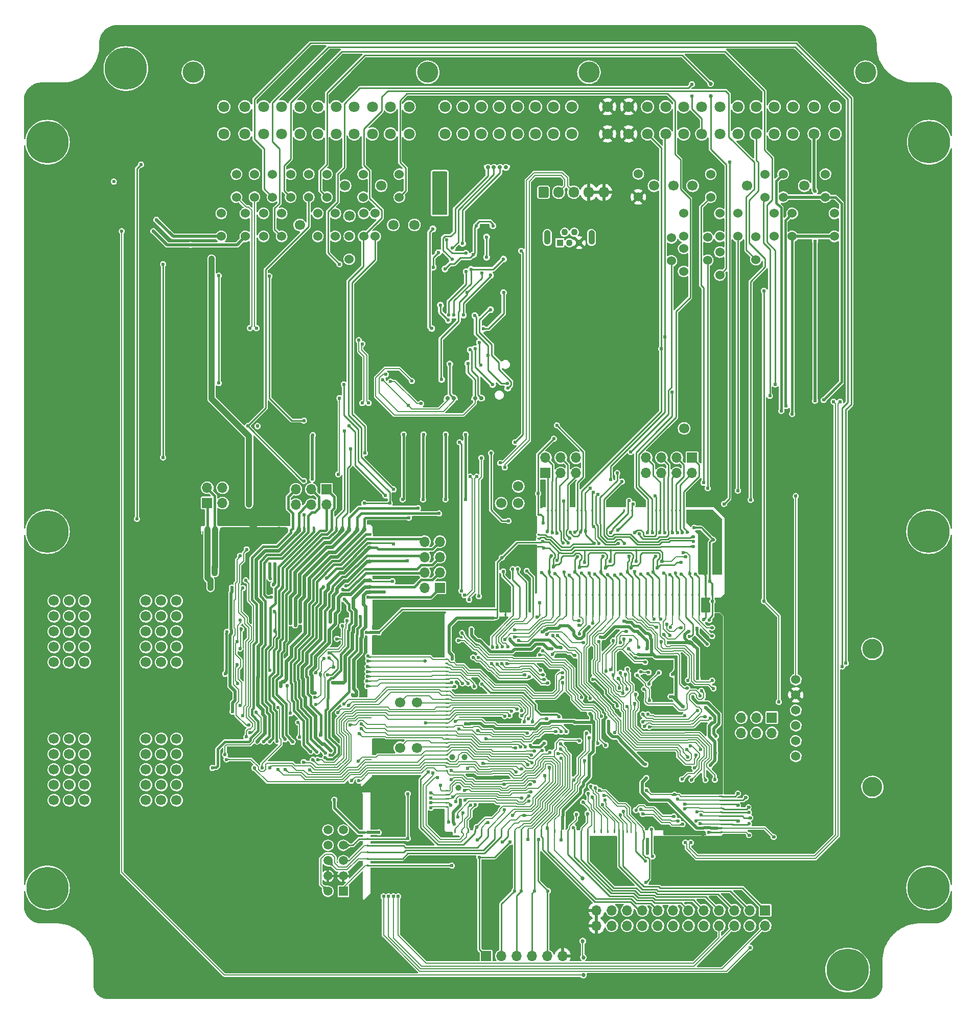
<source format=gbl>
G75*
G70*
%OFA0B0*%
%FSLAX25Y25*%
%IPPOS*%
%LPD*%
%AMOC8*
5,1,8,0,0,1.08239X$1,22.5*
%
%AMM171*
21,1,0.009840,0.009840,-0.000000,-0.000000,180.000000*
21,1,0.000000,0.019680,-0.000000,-0.000000,180.000000*
1,1,0.009840,0.000000,-0.004920*
1,1,0.009840,0.000000,-0.004920*
1,1,0.009840,0.000000,0.004920*
1,1,0.009840,0.000000,0.004920*
%
%AMM172*
21,1,0.009840,0.009840,-0.000000,-0.000000,270.000000*
21,1,0.000000,0.019680,-0.000000,-0.000000,270.000000*
1,1,0.009840,0.004920,0.000000*
1,1,0.009840,0.004920,0.000000*
1,1,0.009840,-0.004920,0.000000*
1,1,0.009840,-0.004920,0.000000*
%
%AMM252*
21,1,0.009840,0.009840,-0.000000,-0.000000,90.000000*
21,1,0.000000,0.019680,-0.000000,-0.000000,90.000000*
1,1,0.009840,-0.004920,0.000000*
1,1,0.009840,-0.004920,0.000000*
1,1,0.009840,0.004920,0.000000*
1,1,0.009840,0.004920,0.000000*
%
%AMM316*
21,1,0.039370,0.007870,-0.000000,-0.000000,315.000000*
1,1,0.007870,0.013920,-0.013920*
1,1,0.007870,-0.013920,0.013920*
%
%AMM338*
21,1,0.007870,0.078350,-0.000000,0.000000,225.000000*
21,1,0.000000,0.086220,-0.000000,0.000000,225.000000*
1,1,0.007870,0.027700,0.027700*
1,1,0.007870,0.027700,0.027700*
1,1,0.007870,-0.027700,-0.027700*
1,1,0.007870,-0.027700,-0.027700*
%
%AMM339*
21,1,0.007870,0.643700,-0.000000,0.000000,0.000000*
21,1,0.000000,0.651580,-0.000000,0.000000,0.000000*
1,1,0.007870,-0.321850,0.000000*
1,1,0.007870,-0.321850,0.000000*
1,1,0.007870,0.321850,0.000000*
1,1,0.007870,0.321850,0.000000*
%
%AMM340*
21,1,0.007870,0.287010,-0.000000,0.000000,270.000000*
21,1,0.000000,0.294880,-0.000000,0.000000,270.000000*
1,1,0.007870,0.000000,0.143500*
1,1,0.007870,0.000000,0.143500*
1,1,0.007870,0.000000,-0.143500*
1,1,0.007870,0.000000,-0.143500*
%
%AMM341*
21,1,0.007870,0.023620,-0.000000,0.000000,315.000000*
21,1,0.000000,0.031500,-0.000000,0.000000,315.000000*
1,1,0.007870,-0.008350,0.008350*
1,1,0.007870,-0.008350,0.008350*
1,1,0.007870,0.008350,-0.008350*
1,1,0.007870,0.008350,-0.008350*
%
%AMM342*
21,1,0.007870,0.361020,-0.000000,0.000000,90.000000*
21,1,0.000000,0.368900,-0.000000,0.000000,90.000000*
1,1,0.007870,0.000000,-0.180510*
1,1,0.007870,0.000000,-0.180510*
1,1,0.007870,0.000000,0.180510*
1,1,0.007870,0.000000,0.180510*
%
%AMM343*
21,1,0.009840,0.009840,-0.000000,0.000000,270.000000*
21,1,0.000000,0.019680,-0.000000,0.000000,270.000000*
1,1,0.009840,0.000000,0.004920*
1,1,0.009840,0.000000,0.004920*
1,1,0.009840,0.000000,-0.004920*
1,1,0.009840,0.000000,-0.004920*
%
%ADD120R,0.19882X0.00984*%
%ADD125C,0.02756*%
%ADD127C,0.07087*%
%ADD132O,0.04331X0.09449*%
%ADD138C,0.05906*%
%ADD142O,0.03937X0.05906*%
%ADD143C,0.02362*%
%ADD145R,0.03740X0.00984*%
%ADD152C,0.13780*%
%ADD159O,0.06693X0.06693*%
%ADD162C,0.00800*%
%ADD166C,0.03937*%
%ADD184O,0.02362X0.03150*%
%ADD186O,0.06693X0.07283*%
%ADD207C,0.13000*%
%ADD21R,0.12205X0.00984*%
%ADD229O,0.01575X0.02362*%
%ADD241R,0.08858X0.00984*%
%ADD25C,0.02000*%
%ADD257O,0.03150X0.02362*%
%ADD258O,0.02362X0.01575*%
%ADD267C,0.00984*%
%ADD269C,0.06000*%
%ADD277C,0.01000*%
%ADD279C,0.27559*%
%ADD28C,0.01575*%
%ADD288R,0.04331X0.04331*%
%ADD292O,1.00787X0.00787*%
%ADD294C,0.04331*%
%ADD305R,0.38386X0.00984*%
%ADD306C,0.01968*%
%ADD334O,0.01575X0.00787*%
%ADD336C,0.03900*%
%ADD366M171*%
%ADD367M172*%
%ADD43C,0.06693*%
%ADD45C,0.07874*%
%ADD457M252*%
%ADD47R,0.00984X1.54528*%
%ADD51R,0.06693X0.06693*%
%ADD53O,0.44882X0.04331*%
%ADD536M316*%
%ADD558M338*%
%ADD559M339*%
%ADD560M340*%
%ADD561M341*%
%ADD562M342*%
%ADD563M343*%
%ADD61C,0.02400*%
%ADD64C,0.01181*%
%ADD65C,0.00787*%
%ADD70O,0.00787X1.60630*%
%ADD87C,0.02700*%
%ADD95R,0.05906X0.05906*%
X0000000Y0000000D02*
%LPD*%
G01*
D143*
X0297507Y0092873D03*
X0303708Y0073562D03*
X0353724Y0073597D03*
X0320342Y0070924D03*
X0324968Y0070924D03*
X0333531Y0070924D03*
X0342291Y0070924D03*
D269*
X0203546Y0497618D03*
X0203546Y0512618D03*
D43*
X0256736Y0193720D03*
X0233508Y0530709D03*
D51*
X0197844Y0332732D03*
D159*
X0197844Y0322732D03*
X0187844Y0332732D03*
X0187844Y0322732D03*
X0177844Y0332732D03*
X0177844Y0322732D03*
D43*
X0080000Y0220000D03*
X0080000Y0230000D03*
X0080000Y0240000D03*
X0080000Y0250000D03*
X0080000Y0260000D03*
X0090000Y0220000D03*
X0090000Y0230000D03*
X0090000Y0240000D03*
X0090000Y0250000D03*
X0090000Y0260000D03*
X0100000Y0220000D03*
X0100000Y0230000D03*
X0100000Y0240000D03*
X0100000Y0250000D03*
X0100000Y0260000D03*
D269*
X0454374Y0487382D03*
X0454374Y0472382D03*
X0144925Y0497618D03*
X0144925Y0512618D03*
D70*
X0116988Y0223037D03*
D292*
X0169744Y0140261D03*
G36*
G01*
X0117272Y0143329D02*
X0120056Y0140545D01*
G75*
G02*
X0120056Y0139989I-000278J-000278D01*
G01*
X0120056Y0139989D01*
G75*
G02*
X0119499Y0139989I-000278J0000278D01*
G01*
X0116715Y0142773D01*
G75*
G02*
X0116715Y0143329I0000278J0000278D01*
G01*
X0116715Y0143329D01*
G75*
G02*
X0117272Y0143329I0000278J-000278D01*
G01*
G37*
D142*
X0120131Y0305660D03*
X0125076Y0305660D03*
D53*
X0150446Y0306152D03*
D229*
X0175840Y0307333D03*
D184*
X0179678Y0306940D03*
D229*
X0183103Y0307333D03*
X0185978Y0307333D03*
X0189500Y0307333D03*
X0197670Y0307333D03*
X0201213Y0307333D03*
X0204009Y0307333D03*
D184*
X0208025Y0306940D03*
X0212651Y0306940D03*
X0217966Y0306940D03*
X0222592Y0306940D03*
D258*
X0226135Y0303277D03*
X0226135Y0300542D03*
X0226135Y0297864D03*
D257*
X0225761Y0294636D03*
D258*
X0226135Y0289498D03*
D257*
X0225761Y0285680D03*
D258*
X0226135Y0280660D03*
X0226135Y0278101D03*
D257*
X0225761Y0273377D03*
X0225761Y0269144D03*
X0225761Y0265699D03*
D258*
X0226135Y0262451D03*
X0226135Y0239420D03*
D334*
X0226548Y0223455D03*
X0226548Y0220857D03*
X0226548Y0216684D03*
X0226548Y0213912D03*
X0226548Y0210762D03*
X0226548Y0207612D03*
X0226548Y0204479D03*
X0226548Y0195837D03*
X0226548Y0194105D03*
X0226548Y0192373D03*
X0226548Y0190640D03*
X0226548Y0188908D03*
X0226548Y0187176D03*
X0226548Y0185444D03*
X0226548Y0183711D03*
X0226548Y0179282D03*
X0226548Y0176684D03*
X0226548Y0174085D03*
X0226548Y0171487D03*
X0226548Y0158081D03*
X0226548Y0156349D03*
X0226548Y0154617D03*
X0226548Y0152885D03*
X0226548Y0151152D03*
X0226548Y0149420D03*
X0226548Y0147688D03*
D269*
X0162642Y0523209D03*
X0162642Y0538209D03*
D43*
X0256736Y0164192D03*
D269*
X0430752Y0497598D03*
X0430752Y0512598D03*
X0422878Y0481654D03*
X0422878Y0496654D03*
X0186264Y0523209D03*
X0186264Y0538209D03*
X0129177Y0497618D03*
X0129177Y0512618D03*
D152*
X0369009Y0604624D03*
X0549519Y0604624D03*
X0110939Y0604624D03*
X0263889Y0604624D03*
D127*
X0130829Y0564464D03*
X0144599Y0564464D03*
X0156809Y0564464D03*
X0168619Y0564464D03*
X0180429Y0564464D03*
X0192239Y0564464D03*
X0204049Y0564464D03*
X0215859Y0564464D03*
X0227669Y0564464D03*
X0239479Y0564464D03*
X0251689Y0564464D03*
X0130829Y0582184D03*
X0144599Y0582184D03*
X0156809Y0582184D03*
X0168619Y0582184D03*
X0180429Y0582184D03*
X0192239Y0582184D03*
X0204049Y0582184D03*
X0215859Y0582184D03*
X0227669Y0582184D03*
X0239479Y0582184D03*
X0251689Y0582184D03*
X0275109Y0564464D03*
X0286919Y0564464D03*
X0298729Y0564464D03*
X0310539Y0564464D03*
X0322359Y0564464D03*
X0334169Y0564464D03*
X0345979Y0564464D03*
X0357789Y0564464D03*
X0275109Y0582184D03*
X0286919Y0582184D03*
X0298729Y0582184D03*
X0310539Y0582184D03*
X0322359Y0582184D03*
X0334169Y0582184D03*
X0345979Y0582184D03*
X0357789Y0582184D03*
X0381199Y0564464D03*
X0394979Y0564464D03*
X0407199Y0564464D03*
X0419009Y0564464D03*
X0430819Y0564464D03*
X0442629Y0564464D03*
X0454439Y0564464D03*
X0466249Y0564464D03*
X0478059Y0564464D03*
X0489869Y0564464D03*
X0502079Y0564464D03*
X0515859Y0564464D03*
X0529639Y0564464D03*
X0381199Y0582184D03*
X0394979Y0582184D03*
X0407199Y0582184D03*
X0419009Y0582184D03*
X0430819Y0582184D03*
X0442629Y0582184D03*
X0454439Y0582184D03*
X0466249Y0582184D03*
X0478059Y0582184D03*
X0489869Y0582184D03*
X0502079Y0582184D03*
X0515859Y0582184D03*
X0529639Y0582184D03*
D43*
X0411460Y0530689D03*
D279*
X0015748Y0559055D03*
D43*
X0509492Y0530689D03*
X0311814Y0323626D03*
D269*
X0483901Y0523189D03*
X0483901Y0538189D03*
D288*
X0350003Y0493501D03*
D294*
X0353152Y0500390D03*
X0356302Y0493501D03*
X0359452Y0500390D03*
X0362601Y0493501D03*
D132*
X0341932Y0496946D03*
X0370672Y0496946D03*
D51*
X0271769Y0268523D03*
D159*
X0261769Y0268523D03*
X0271769Y0278523D03*
X0261769Y0278523D03*
X0271769Y0288523D03*
X0261769Y0288523D03*
X0271769Y0298523D03*
X0261769Y0298523D03*
D51*
X0119990Y0323775D03*
D159*
X0119990Y0333775D03*
X0129990Y0323775D03*
X0129990Y0333775D03*
D269*
X0466185Y0497598D03*
X0466185Y0512598D03*
D143*
X0234478Y0404211D03*
X0236545Y0407656D03*
X0239497Y0403030D03*
X0253474Y0403325D03*
D51*
X0340596Y0343311D03*
D159*
X0340596Y0353311D03*
X0350596Y0343311D03*
X0350596Y0353311D03*
X0360596Y0343311D03*
X0360596Y0353311D03*
D207*
X0553937Y0228681D03*
X0553937Y0138681D03*
D269*
X0503937Y0208681D03*
X0503937Y0198681D03*
X0503937Y0188681D03*
X0503937Y0178681D03*
X0503937Y0168681D03*
X0503937Y0158681D03*
X0495712Y0523189D03*
X0495712Y0538189D03*
D51*
X0436265Y0353311D03*
D159*
X0436265Y0343311D03*
X0426265Y0353311D03*
X0426265Y0343311D03*
X0416265Y0353311D03*
X0416265Y0343311D03*
X0406265Y0353311D03*
X0406265Y0343311D03*
D43*
X0020000Y0220000D03*
X0020000Y0230000D03*
X0020000Y0240000D03*
X0020000Y0250000D03*
X0020000Y0260000D03*
X0030000Y0220000D03*
X0030000Y0230000D03*
X0030000Y0240000D03*
X0030000Y0250000D03*
X0030000Y0260000D03*
X0040000Y0220000D03*
X0040000Y0230000D03*
X0040000Y0240000D03*
X0040000Y0250000D03*
X0040000Y0260000D03*
X0424057Y0530686D03*
D51*
X0301887Y0028366D03*
D159*
X0311887Y0028366D03*
X0321887Y0028366D03*
X0331887Y0028366D03*
X0341887Y0028366D03*
X0351887Y0028366D03*
D51*
X0488305Y0183877D03*
D159*
X0488305Y0173877D03*
X0478305Y0183877D03*
X0478305Y0173877D03*
X0468305Y0183877D03*
X0468305Y0173877D03*
D269*
X0221697Y0523209D03*
X0221697Y0538209D03*
D43*
X0212838Y0511027D03*
D269*
X0139020Y0523209D03*
X0139020Y0538209D03*
D279*
X0015748Y0072835D03*
G36*
G01*
X0221262Y0133490D02*
X0185160Y0133490D01*
G75*
G02*
X0184766Y0133883I0000000J0000394D01*
G01*
X0184766Y0133883D01*
G75*
G02*
X0185160Y0134277I0000394J0000000D01*
G01*
X0221262Y0134277D01*
G75*
G02*
X0221656Y0133883I0000000J-000394D01*
G01*
X0221656Y0133883D01*
G75*
G02*
X0221262Y0133490I-000394J0000000D01*
G01*
G37*
G36*
G01*
X0185408Y0069679D02*
X0190948Y0064140D01*
G75*
G02*
X0190948Y0063583I-000278J-000278D01*
G01*
X0190948Y0063583D01*
G75*
G02*
X0190391Y0063583I-000278J0000278D01*
G01*
X0184851Y0069123D01*
G75*
G02*
X0184851Y0069679I0000278J0000278D01*
G01*
X0184851Y0069679D01*
G75*
G02*
X0185408Y0069679I0000278J-000278D01*
G01*
G37*
G36*
G01*
X0219262Y0064155D02*
X0220932Y0065826D01*
G75*
G02*
X0221489Y0065826I0000278J-000278D01*
G01*
X0221489Y0065826D01*
G75*
G02*
X0221489Y0065269I-000278J-000278D01*
G01*
X0219819Y0063598D01*
G75*
G02*
X0219262Y0063598I-000278J0000278D01*
G01*
X0219262Y0063598D01*
G75*
G02*
X0219262Y0064155I0000278J0000278D01*
G01*
G37*
G36*
G01*
X0184727Y0069427D02*
X0184727Y0133797D01*
G75*
G02*
X0185121Y0134191I0000394J0000000D01*
G01*
X0185121Y0134191D01*
G75*
G02*
X0185515Y0133797I0000000J-000394D01*
G01*
X0185515Y0069427D01*
G75*
G02*
X0185121Y0069033I-000394J0000000D01*
G01*
X0185121Y0069033D01*
G75*
G02*
X0184727Y0069427I0000000J0000394D01*
G01*
G37*
G36*
G01*
X0190787Y0064228D02*
X0219488Y0064228D01*
G75*
G02*
X0219881Y0063834I0000000J-000394D01*
G01*
X0219881Y0063834D01*
G75*
G02*
X0219488Y0063440I-000394J0000000D01*
G01*
X0190787Y0063440D01*
G75*
G02*
X0190393Y0063834I0000000J0000394D01*
G01*
X0190393Y0063834D01*
G75*
G02*
X0190787Y0064228I0000394J0000000D01*
G01*
G37*
G36*
G01*
X0224025Y0109602D02*
X0225009Y0109602D01*
G75*
G02*
X0225501Y0109110I0000000J-000492D01*
G01*
X0225501Y0109110D01*
G75*
G02*
X0225009Y0108618I-000492J0000000D01*
G01*
X0224025Y0108618D01*
G75*
G02*
X0223533Y0109110I0000000J0000492D01*
G01*
X0223533Y0109110D01*
G75*
G02*
X0224025Y0109602I0000492J0000000D01*
G01*
G37*
G36*
G01*
X0224025Y0105271D02*
X0225009Y0105271D01*
G75*
G02*
X0225501Y0104779I0000000J-000492D01*
G01*
X0225501Y0104779D01*
G75*
G02*
X0225009Y0104287I-000492J0000000D01*
G01*
X0224025Y0104287D01*
G75*
G02*
X0223533Y0104779I0000000J0000492D01*
G01*
X0223533Y0104779D01*
G75*
G02*
X0224025Y0105271I0000492J0000000D01*
G01*
G37*
G36*
G01*
X0224025Y0100940D02*
X0225009Y0100940D01*
G75*
G02*
X0225501Y0100448I0000000J-000492D01*
G01*
X0225501Y0100448D01*
G75*
G02*
X0225009Y0099956I-000492J0000000D01*
G01*
X0224025Y0099956D01*
G75*
G02*
X0223533Y0100448I0000000J0000492D01*
G01*
X0223533Y0100448D01*
G75*
G02*
X0224025Y0100940I0000492J0000000D01*
G01*
G37*
G36*
G01*
X0224025Y0096610D02*
X0225009Y0096610D01*
G75*
G02*
X0225501Y0096118I0000000J-000492D01*
G01*
X0225501Y0096118D01*
G75*
G02*
X0225009Y0095626I-000492J0000000D01*
G01*
X0224025Y0095626D01*
G75*
G02*
X0223533Y0096118I0000000J0000492D01*
G01*
X0223533Y0096118D01*
G75*
G02*
X0224025Y0096610I0000492J0000000D01*
G01*
G37*
G36*
G01*
X0224025Y0092279D02*
X0225009Y0092279D01*
G75*
G02*
X0225501Y0091787I0000000J-000492D01*
G01*
X0225501Y0091787D01*
G75*
G02*
X0225009Y0091295I-000492J0000000D01*
G01*
X0224025Y0091295D01*
G75*
G02*
X0223533Y0091787I0000000J0000492D01*
G01*
X0223533Y0091787D01*
G75*
G02*
X0224025Y0092279I0000492J0000000D01*
G01*
G37*
G36*
G01*
X0224025Y0087948D02*
X0225009Y0087948D01*
G75*
G02*
X0225501Y0087456I0000000J-000492D01*
G01*
X0225501Y0087456D01*
G75*
G02*
X0225009Y0086964I-000492J0000000D01*
G01*
X0224025Y0086964D01*
G75*
G02*
X0223533Y0087456I0000000J0000492D01*
G01*
X0223533Y0087456D01*
G75*
G02*
X0224025Y0087948I0000492J0000000D01*
G01*
G37*
D43*
X0322879Y0323626D03*
D279*
X0015748Y0305118D03*
D43*
X0436657Y0530689D03*
G36*
G01*
X0335673Y0295852D02*
X0336657Y0295852D01*
G75*
G02*
X0337149Y0295360I0000000J-000492D01*
G01*
X0337149Y0295360D01*
G75*
G02*
X0336657Y0294868I-000492J0000000D01*
G01*
X0335673Y0294868D01*
G75*
G02*
X0335181Y0295360I0000000J0000492D01*
G01*
X0335181Y0295360D01*
G75*
G02*
X0335673Y0295852I0000492J0000000D01*
G01*
G37*
G36*
G01*
X0335673Y0298451D02*
X0336657Y0298451D01*
G75*
G02*
X0337149Y0297959I0000000J-000492D01*
G01*
X0337149Y0297959D01*
G75*
G02*
X0336657Y0297466I-000492J0000000D01*
G01*
X0335673Y0297466D01*
G75*
G02*
X0335181Y0297959I0000000J0000492D01*
G01*
X0335181Y0297959D01*
G75*
G02*
X0335673Y0298451I0000492J0000000D01*
G01*
G37*
G36*
G01*
X0335673Y0301049D02*
X0336657Y0301049D01*
G75*
G02*
X0337149Y0300557I0000000J-000492D01*
G01*
X0337149Y0300557D01*
G75*
G02*
X0336657Y0300065I-000492J0000000D01*
G01*
X0335673Y0300065D01*
G75*
G02*
X0335181Y0300557I0000000J0000492D01*
G01*
X0335181Y0300557D01*
G75*
G02*
X0335673Y0301049I0000492J0000000D01*
G01*
G37*
G36*
G01*
X0335673Y0303648D02*
X0336657Y0303648D01*
G75*
G02*
X0337149Y0303155I0000000J-000492D01*
G01*
X0337149Y0303155D01*
G75*
G02*
X0336657Y0302663I-000492J0000000D01*
G01*
X0335673Y0302663D01*
G75*
G02*
X0335181Y0303155I0000000J0000492D01*
G01*
X0335181Y0303155D01*
G75*
G02*
X0335673Y0303648I0000492J0000000D01*
G01*
G37*
G36*
G01*
X0335673Y0316640D02*
X0336657Y0316640D01*
G75*
G02*
X0337149Y0316148I0000000J-000492D01*
G01*
X0337149Y0316148D01*
G75*
G02*
X0336657Y0315655I-000492J0000000D01*
G01*
X0335673Y0315655D01*
G75*
G02*
X0335181Y0316148I0000000J0000492D01*
G01*
X0335181Y0316148D01*
G75*
G02*
X0335673Y0316640I0000492J0000000D01*
G01*
G37*
G36*
G01*
X0448941Y0263495D02*
X0448941Y0264479D01*
G75*
G02*
X0449433Y0264971I0000492J0000000D01*
G01*
X0449433Y0264971D01*
G75*
G02*
X0449925Y0264479I0000000J-000492D01*
G01*
X0449925Y0263495D01*
G75*
G02*
X0449433Y0263003I-000492J0000000D01*
G01*
X0449433Y0263003D01*
G75*
G02*
X0448941Y0263495I0000000J0000492D01*
G01*
G37*
G36*
G01*
X0445594Y0264479D02*
X0445594Y0263495D01*
G75*
G02*
X0445102Y0263003I-000492J0000000D01*
G01*
X0445102Y0263003D01*
G75*
G02*
X0444610Y0263495I0000000J0000492D01*
G01*
X0444610Y0264479D01*
G75*
G02*
X0445102Y0264971I0000492J0000000D01*
G01*
X0445102Y0264971D01*
G75*
G02*
X0445594Y0264479I0000000J-000492D01*
G01*
G37*
G36*
G01*
X0441264Y0264479D02*
X0441264Y0263495D01*
G75*
G02*
X0440771Y0263003I-000492J0000000D01*
G01*
X0440771Y0263003D01*
G75*
G02*
X0440279Y0263495I0000000J0000492D01*
G01*
X0440279Y0264479D01*
G75*
G02*
X0440771Y0264971I0000492J0000000D01*
G01*
X0440771Y0264971D01*
G75*
G02*
X0441264Y0264479I0000000J-000492D01*
G01*
G37*
G36*
G01*
X0436933Y0264479D02*
X0436933Y0263495D01*
G75*
G02*
X0436441Y0263003I-000492J0000000D01*
G01*
X0436441Y0263003D01*
G75*
G02*
X0435949Y0263495I0000000J0000492D01*
G01*
X0435949Y0264479D01*
G75*
G02*
X0436441Y0264971I0000492J0000000D01*
G01*
X0436441Y0264971D01*
G75*
G02*
X0436933Y0264479I0000000J-000492D01*
G01*
G37*
G36*
G01*
X0432602Y0264479D02*
X0432602Y0263495D01*
G75*
G02*
X0432110Y0263003I-000492J0000000D01*
G01*
X0432110Y0263003D01*
G75*
G02*
X0431618Y0263495I0000000J0000492D01*
G01*
X0431618Y0264479D01*
G75*
G02*
X0432110Y0264971I0000492J0000000D01*
G01*
X0432110Y0264971D01*
G75*
G02*
X0432602Y0264479I0000000J-000492D01*
G01*
G37*
G36*
G01*
X0428272Y0264479D02*
X0428272Y0263495D01*
G75*
G02*
X0427779Y0263003I-000492J0000000D01*
G01*
X0427779Y0263003D01*
G75*
G02*
X0427287Y0263495I0000000J0000492D01*
G01*
X0427287Y0264479D01*
G75*
G02*
X0427779Y0264971I0000492J0000000D01*
G01*
X0427779Y0264971D01*
G75*
G02*
X0428272Y0264479I0000000J-000492D01*
G01*
G37*
G36*
G01*
X0423941Y0264479D02*
X0423941Y0263495D01*
G75*
G02*
X0423449Y0263003I-000492J0000000D01*
G01*
X0423449Y0263003D01*
G75*
G02*
X0422957Y0263495I0000000J0000492D01*
G01*
X0422957Y0264479D01*
G75*
G02*
X0423449Y0264971I0000492J0000000D01*
G01*
X0423449Y0264971D01*
G75*
G02*
X0423941Y0264479I0000000J-000492D01*
G01*
G37*
G36*
G01*
X0419610Y0264479D02*
X0419610Y0263495D01*
G75*
G02*
X0419118Y0263003I-000492J0000000D01*
G01*
X0419118Y0263003D01*
G75*
G02*
X0418626Y0263495I0000000J0000492D01*
G01*
X0418626Y0264479D01*
G75*
G02*
X0419118Y0264971I0000492J0000000D01*
G01*
X0419118Y0264971D01*
G75*
G02*
X0419610Y0264479I0000000J-000492D01*
G01*
G37*
G36*
G01*
X0415279Y0264479D02*
X0415279Y0263495D01*
G75*
G02*
X0414787Y0263003I-000492J0000000D01*
G01*
X0414787Y0263003D01*
G75*
G02*
X0414295Y0263495I0000000J0000492D01*
G01*
X0414295Y0264479D01*
G75*
G02*
X0414787Y0264971I0000492J0000000D01*
G01*
X0414787Y0264971D01*
G75*
G02*
X0415279Y0264479I0000000J-000492D01*
G01*
G37*
G36*
G01*
X0410949Y0264479D02*
X0410949Y0263495D01*
G75*
G02*
X0410457Y0263003I-000492J0000000D01*
G01*
X0410457Y0263003D01*
G75*
G02*
X0409964Y0263495I0000000J0000492D01*
G01*
X0409964Y0264479D01*
G75*
G02*
X0410457Y0264971I0000492J0000000D01*
G01*
X0410457Y0264971D01*
G75*
G02*
X0410949Y0264479I0000000J-000492D01*
G01*
G37*
G36*
G01*
X0406618Y0264479D02*
X0406618Y0263495D01*
G75*
G02*
X0406126Y0263003I-000492J0000000D01*
G01*
X0406126Y0263003D01*
G75*
G02*
X0405634Y0263495I0000000J0000492D01*
G01*
X0405634Y0264479D01*
G75*
G02*
X0406126Y0264971I0000492J0000000D01*
G01*
X0406126Y0264971D01*
G75*
G02*
X0406618Y0264479I0000000J-000492D01*
G01*
G37*
G36*
G01*
X0402287Y0264479D02*
X0402287Y0263495D01*
G75*
G02*
X0401795Y0263003I-000492J0000000D01*
G01*
X0401795Y0263003D01*
G75*
G02*
X0401303Y0263495I0000000J0000492D01*
G01*
X0401303Y0264479D01*
G75*
G02*
X0401795Y0264971I0000492J0000000D01*
G01*
X0401795Y0264971D01*
G75*
G02*
X0402287Y0264479I0000000J-000492D01*
G01*
G37*
G36*
G01*
X0397957Y0264479D02*
X0397957Y0263495D01*
G75*
G02*
X0397464Y0263003I-000492J0000000D01*
G01*
X0397464Y0263003D01*
G75*
G02*
X0396972Y0263495I0000000J0000492D01*
G01*
X0396972Y0264479D01*
G75*
G02*
X0397464Y0264971I0000492J0000000D01*
G01*
X0397464Y0264971D01*
G75*
G02*
X0397957Y0264479I0000000J-000492D01*
G01*
G37*
G36*
G01*
X0393626Y0264479D02*
X0393626Y0263495D01*
G75*
G02*
X0393134Y0263003I-000492J0000000D01*
G01*
X0393134Y0263003D01*
G75*
G02*
X0392642Y0263495I0000000J0000492D01*
G01*
X0392642Y0264479D01*
G75*
G02*
X0393134Y0264971I0000492J0000000D01*
G01*
X0393134Y0264971D01*
G75*
G02*
X0393626Y0264479I0000000J-000492D01*
G01*
G37*
G36*
G01*
X0389295Y0264479D02*
X0389295Y0263495D01*
G75*
G02*
X0388803Y0263003I-000492J0000000D01*
G01*
X0388803Y0263003D01*
G75*
G02*
X0388311Y0263495I0000000J0000492D01*
G01*
X0388311Y0264479D01*
G75*
G02*
X0388803Y0264971I0000492J0000000D01*
G01*
X0388803Y0264971D01*
G75*
G02*
X0389295Y0264479I0000000J-000492D01*
G01*
G37*
G36*
G01*
X0384965Y0264479D02*
X0384965Y0263495D01*
G75*
G02*
X0384472Y0263003I-000492J0000000D01*
G01*
X0384472Y0263003D01*
G75*
G02*
X0383980Y0263495I0000000J0000492D01*
G01*
X0383980Y0264479D01*
G75*
G02*
X0384472Y0264971I0000492J0000000D01*
G01*
X0384472Y0264971D01*
G75*
G02*
X0384965Y0264479I0000000J-000492D01*
G01*
G37*
G36*
G01*
X0380634Y0264479D02*
X0380634Y0263495D01*
G75*
G02*
X0380142Y0263003I-000492J0000000D01*
G01*
X0380142Y0263003D01*
G75*
G02*
X0379650Y0263495I0000000J0000492D01*
G01*
X0379650Y0264479D01*
G75*
G02*
X0380142Y0264971I0000492J0000000D01*
G01*
X0380142Y0264971D01*
G75*
G02*
X0380634Y0264479I0000000J-000492D01*
G01*
G37*
G36*
G01*
X0376303Y0264479D02*
X0376303Y0263495D01*
G75*
G02*
X0375811Y0263003I-000492J0000000D01*
G01*
X0375811Y0263003D01*
G75*
G02*
X0375319Y0263495I0000000J0000492D01*
G01*
X0375319Y0264479D01*
G75*
G02*
X0375811Y0264971I0000492J0000000D01*
G01*
X0375811Y0264971D01*
G75*
G02*
X0376303Y0264479I0000000J-000492D01*
G01*
G37*
G36*
G01*
X0371972Y0264479D02*
X0371972Y0263495D01*
G75*
G02*
X0371480Y0263003I-000492J0000000D01*
G01*
X0371480Y0263003D01*
G75*
G02*
X0370988Y0263495I0000000J0000492D01*
G01*
X0370988Y0264479D01*
G75*
G02*
X0371480Y0264971I0000492J0000000D01*
G01*
X0371480Y0264971D01*
G75*
G02*
X0371972Y0264479I0000000J-000492D01*
G01*
G37*
G36*
G01*
X0367642Y0264479D02*
X0367642Y0263495D01*
G75*
G02*
X0367150Y0263003I-000492J0000000D01*
G01*
X0367150Y0263003D01*
G75*
G02*
X0366657Y0263495I0000000J0000492D01*
G01*
X0366657Y0264479D01*
G75*
G02*
X0367150Y0264971I0000492J0000000D01*
G01*
X0367150Y0264971D01*
G75*
G02*
X0367642Y0264479I0000000J-000492D01*
G01*
G37*
G36*
G01*
X0363311Y0264479D02*
X0363311Y0263495D01*
G75*
G02*
X0362819Y0263003I-000492J0000000D01*
G01*
X0362819Y0263003D01*
G75*
G02*
X0362327Y0263495I0000000J0000492D01*
G01*
X0362327Y0264479D01*
G75*
G02*
X0362819Y0264971I0000492J0000000D01*
G01*
X0362819Y0264971D01*
G75*
G02*
X0363311Y0264479I0000000J-000492D01*
G01*
G37*
G36*
G01*
X0358980Y0264479D02*
X0358980Y0263495D01*
G75*
G02*
X0358488Y0263003I-000492J0000000D01*
G01*
X0358488Y0263003D01*
G75*
G02*
X0357996Y0263495I0000000J0000492D01*
G01*
X0357996Y0264479D01*
G75*
G02*
X0358488Y0264971I0000492J0000000D01*
G01*
X0358488Y0264971D01*
G75*
G02*
X0358980Y0264479I0000000J-000492D01*
G01*
G37*
G36*
G01*
X0354650Y0264479D02*
X0354650Y0263495D01*
G75*
G02*
X0354157Y0263003I-000492J0000000D01*
G01*
X0354157Y0263003D01*
G75*
G02*
X0353665Y0263495I0000000J0000492D01*
G01*
X0353665Y0264479D01*
G75*
G02*
X0354157Y0264971I0000492J0000000D01*
G01*
X0354157Y0264971D01*
G75*
G02*
X0354650Y0264479I0000000J-000492D01*
G01*
G37*
G36*
G01*
X0350319Y0264479D02*
X0350319Y0263495D01*
G75*
G02*
X0349827Y0263003I-000492J0000000D01*
G01*
X0349827Y0263003D01*
G75*
G02*
X0349335Y0263495I0000000J0000492D01*
G01*
X0349335Y0264479D01*
G75*
G02*
X0349827Y0264971I0000492J0000000D01*
G01*
X0349827Y0264971D01*
G75*
G02*
X0350319Y0264479I0000000J-000492D01*
G01*
G37*
G36*
G01*
X0345988Y0264479D02*
X0345988Y0263495D01*
G75*
G02*
X0345496Y0263003I-000492J0000000D01*
G01*
X0345496Y0263003D01*
G75*
G02*
X0345004Y0263495I0000000J0000492D01*
G01*
X0345004Y0264479D01*
G75*
G02*
X0345496Y0264971I0000492J0000000D01*
G01*
X0345496Y0264971D01*
G75*
G02*
X0345988Y0264479I0000000J-000492D01*
G01*
G37*
G36*
G01*
X0341658Y0264479D02*
X0341658Y0263495D01*
G75*
G02*
X0341165Y0263003I-000492J0000000D01*
G01*
X0341165Y0263003D01*
G75*
G02*
X0340673Y0263495I0000000J0000492D01*
G01*
X0340673Y0264479D01*
G75*
G02*
X0341165Y0264971I0000492J0000000D01*
G01*
X0341165Y0264971D01*
G75*
G02*
X0341658Y0264479I0000000J-000492D01*
G01*
G37*
G36*
G01*
X0342645Y0319448D02*
X0342645Y0318463D01*
G75*
G02*
X0342153Y0317971I-000492J0000000D01*
G01*
X0342153Y0317971D01*
G75*
G02*
X0341661Y0318463I0000000J0000492D01*
G01*
X0341661Y0319448D01*
G75*
G02*
X0342153Y0319940I0000492J0000000D01*
G01*
X0342153Y0319940D01*
G75*
G02*
X0342645Y0319448I0000000J-000492D01*
G01*
G37*
G36*
G01*
X0345244Y0319448D02*
X0345244Y0318463D01*
G75*
G02*
X0344752Y0317971I-000492J0000000D01*
G01*
X0344752Y0317971D01*
G75*
G02*
X0344260Y0318463I0000000J0000492D01*
G01*
X0344260Y0319448D01*
G75*
G02*
X0344752Y0319940I0000492J0000000D01*
G01*
X0344752Y0319940D01*
G75*
G02*
X0345244Y0319448I0000000J-000492D01*
G01*
G37*
G36*
G01*
X0347842Y0319448D02*
X0347842Y0318463D01*
G75*
G02*
X0347350Y0317971I-000492J0000000D01*
G01*
X0347350Y0317971D01*
G75*
G02*
X0346858Y0318463I0000000J0000492D01*
G01*
X0346858Y0319448D01*
G75*
G02*
X0347350Y0319940I0000492J0000000D01*
G01*
X0347350Y0319940D01*
G75*
G02*
X0347842Y0319448I0000000J-000492D01*
G01*
G37*
G36*
G01*
X0350441Y0319448D02*
X0350441Y0318463D01*
G75*
G02*
X0349949Y0317971I-000492J0000000D01*
G01*
X0349949Y0317971D01*
G75*
G02*
X0349457Y0318463I0000000J0000492D01*
G01*
X0349457Y0319448D01*
G75*
G02*
X0349949Y0319940I0000492J0000000D01*
G01*
X0349949Y0319940D01*
G75*
G02*
X0350441Y0319448I0000000J-000492D01*
G01*
G37*
G36*
G01*
X0353039Y0319448D02*
X0353039Y0318463D01*
G75*
G02*
X0352547Y0317971I-000492J0000000D01*
G01*
X0352547Y0317971D01*
G75*
G02*
X0352055Y0318463I0000000J0000492D01*
G01*
X0352055Y0319448D01*
G75*
G02*
X0352547Y0319940I0000492J0000000D01*
G01*
X0352547Y0319940D01*
G75*
G02*
X0353039Y0319448I0000000J-000492D01*
G01*
G37*
G36*
G01*
X0355638Y0319448D02*
X0355638Y0318463D01*
G75*
G02*
X0355146Y0317971I-000492J0000000D01*
G01*
X0355146Y0317971D01*
G75*
G02*
X0354653Y0318463I0000000J0000492D01*
G01*
X0354653Y0319448D01*
G75*
G02*
X0355146Y0319940I0000492J0000000D01*
G01*
X0355146Y0319940D01*
G75*
G02*
X0355638Y0319448I0000000J-000492D01*
G01*
G37*
G36*
G01*
X0361941Y0319448D02*
X0361941Y0318463D01*
G75*
G02*
X0361449Y0317971I-000492J0000000D01*
G01*
X0361449Y0317971D01*
G75*
G02*
X0360957Y0318463I0000000J0000492D01*
G01*
X0360957Y0319448D01*
G75*
G02*
X0361449Y0319940I0000492J0000000D01*
G01*
X0361449Y0319940D01*
G75*
G02*
X0361941Y0319448I0000000J-000492D01*
G01*
G37*
G36*
G01*
X0364539Y0319448D02*
X0364539Y0318463D01*
G75*
G02*
X0364047Y0317971I-000492J0000000D01*
G01*
X0364047Y0317971D01*
G75*
G02*
X0363555Y0318463I0000000J0000492D01*
G01*
X0363555Y0319448D01*
G75*
G02*
X0364047Y0319940I0000492J0000000D01*
G01*
X0364047Y0319940D01*
G75*
G02*
X0364539Y0319448I0000000J-000492D01*
G01*
G37*
G36*
G01*
X0367138Y0319448D02*
X0367138Y0318463D01*
G75*
G02*
X0366646Y0317971I-000492J0000000D01*
G01*
X0366646Y0317971D01*
G75*
G02*
X0366153Y0318463I0000000J0000492D01*
G01*
X0366153Y0319448D01*
G75*
G02*
X0366646Y0319940I0000492J0000000D01*
G01*
X0366646Y0319940D01*
G75*
G02*
X0367138Y0319448I0000000J-000492D01*
G01*
G37*
G36*
G01*
X0371551Y0319448D02*
X0371551Y0318463D01*
G75*
G02*
X0371058Y0317971I-000492J0000000D01*
G01*
X0371058Y0317971D01*
G75*
G02*
X0370566Y0318463I0000000J0000492D01*
G01*
X0370566Y0319448D01*
G75*
G02*
X0371058Y0319940I0000492J0000000D01*
G01*
X0371058Y0319940D01*
G75*
G02*
X0371551Y0319448I0000000J-000492D01*
G01*
G37*
G36*
G01*
X0374149Y0319448D02*
X0374149Y0318463D01*
G75*
G02*
X0373657Y0317971I-000492J0000000D01*
G01*
X0373657Y0317971D01*
G75*
G02*
X0373165Y0318463I0000000J0000492D01*
G01*
X0373165Y0319448D01*
G75*
G02*
X0373657Y0319940I0000492J0000000D01*
G01*
X0373657Y0319940D01*
G75*
G02*
X0374149Y0319448I0000000J-000492D01*
G01*
G37*
G36*
G01*
X0376747Y0319448D02*
X0376747Y0318463D01*
G75*
G02*
X0376255Y0317971I-000492J0000000D01*
G01*
X0376255Y0317971D01*
G75*
G02*
X0375763Y0318463I0000000J0000492D01*
G01*
X0375763Y0319448D01*
G75*
G02*
X0376255Y0319940I0000492J0000000D01*
G01*
X0376255Y0319940D01*
G75*
G02*
X0376747Y0319448I0000000J-000492D01*
G01*
G37*
G36*
G01*
X0379346Y0319448D02*
X0379346Y0318463D01*
G75*
G02*
X0378854Y0317971I-000492J0000000D01*
G01*
X0378854Y0317971D01*
G75*
G02*
X0378362Y0318463I0000000J0000492D01*
G01*
X0378362Y0319448D01*
G75*
G02*
X0378854Y0319940I0000492J0000000D01*
G01*
X0378854Y0319940D01*
G75*
G02*
X0379346Y0319448I0000000J-000492D01*
G01*
G37*
G36*
G01*
X0392441Y0319448D02*
X0392441Y0318463D01*
G75*
G02*
X0391949Y0317971I-000492J0000000D01*
G01*
X0391949Y0317971D01*
G75*
G02*
X0391457Y0318463I0000000J0000492D01*
G01*
X0391457Y0319448D01*
G75*
G02*
X0391949Y0319940I0000492J0000000D01*
G01*
X0391949Y0319940D01*
G75*
G02*
X0392441Y0319448I0000000J-000492D01*
G01*
G37*
G36*
G01*
X0395039Y0319448D02*
X0395039Y0318463D01*
G75*
G02*
X0394547Y0317971I-000492J0000000D01*
G01*
X0394547Y0317971D01*
G75*
G02*
X0394055Y0318463I0000000J0000492D01*
G01*
X0394055Y0319448D01*
G75*
G02*
X0394547Y0319940I0000492J0000000D01*
G01*
X0394547Y0319940D01*
G75*
G02*
X0395039Y0319448I0000000J-000492D01*
G01*
G37*
G36*
G01*
X0397638Y0319448D02*
X0397638Y0318463D01*
G75*
G02*
X0397146Y0317971I-000492J0000000D01*
G01*
X0397146Y0317971D01*
G75*
G02*
X0396653Y0318463I0000000J0000492D01*
G01*
X0396653Y0319448D01*
G75*
G02*
X0397146Y0319940I0000492J0000000D01*
G01*
X0397146Y0319940D01*
G75*
G02*
X0397638Y0319448I0000000J-000492D01*
G01*
G37*
G36*
G01*
X0408055Y0319448D02*
X0408055Y0318463D01*
G75*
G02*
X0407563Y0317971I-000492J0000000D01*
G01*
X0407563Y0317971D01*
G75*
G02*
X0407071Y0318463I0000000J0000492D01*
G01*
X0407071Y0319448D01*
G75*
G02*
X0407563Y0319940I0000492J0000000D01*
G01*
X0407563Y0319940D01*
G75*
G02*
X0408055Y0319448I0000000J-000492D01*
G01*
G37*
G36*
G01*
X0410653Y0319448D02*
X0410653Y0318463D01*
G75*
G02*
X0410161Y0317971I-000492J0000000D01*
G01*
X0410161Y0317971D01*
G75*
G02*
X0409669Y0318463I0000000J0000492D01*
G01*
X0409669Y0319448D01*
G75*
G02*
X0410161Y0319940I0000492J0000000D01*
G01*
X0410161Y0319940D01*
G75*
G02*
X0410653Y0319448I0000000J-000492D01*
G01*
G37*
G36*
G01*
X0413252Y0319448D02*
X0413252Y0318463D01*
G75*
G02*
X0412760Y0317971I-000492J0000000D01*
G01*
X0412760Y0317971D01*
G75*
G02*
X0412268Y0318463I0000000J0000492D01*
G01*
X0412268Y0319448D01*
G75*
G02*
X0412760Y0319940I0000492J0000000D01*
G01*
X0412760Y0319940D01*
G75*
G02*
X0413252Y0319448I0000000J-000492D01*
G01*
G37*
G36*
G01*
X0415850Y0319448D02*
X0415850Y0318463D01*
G75*
G02*
X0415358Y0317971I-000492J0000000D01*
G01*
X0415358Y0317971D01*
G75*
G02*
X0414866Y0318463I0000000J0000492D01*
G01*
X0414866Y0319448D01*
G75*
G02*
X0415358Y0319940I0000492J0000000D01*
G01*
X0415358Y0319940D01*
G75*
G02*
X0415850Y0319448I0000000J-000492D01*
G01*
G37*
G36*
G01*
X0418449Y0319448D02*
X0418449Y0318463D01*
G75*
G02*
X0417957Y0317971I-000492J0000000D01*
G01*
X0417957Y0317971D01*
G75*
G02*
X0417464Y0318463I0000000J0000492D01*
G01*
X0417464Y0319448D01*
G75*
G02*
X0417957Y0319940I0000492J0000000D01*
G01*
X0417957Y0319940D01*
G75*
G02*
X0418449Y0319448I0000000J-000492D01*
G01*
G37*
G36*
G01*
X0421047Y0319448D02*
X0421047Y0318463D01*
G75*
G02*
X0420555Y0317971I-000492J0000000D01*
G01*
X0420555Y0317971D01*
G75*
G02*
X0420063Y0318463I0000000J0000492D01*
G01*
X0420063Y0319448D01*
G75*
G02*
X0420555Y0319940I0000492J0000000D01*
G01*
X0420555Y0319940D01*
G75*
G02*
X0421047Y0319448I0000000J-000492D01*
G01*
G37*
G36*
G01*
X0423645Y0319448D02*
X0423645Y0318463D01*
G75*
G02*
X0423153Y0317971I-000492J0000000D01*
G01*
X0423153Y0317971D01*
G75*
G02*
X0422661Y0318463I0000000J0000492D01*
G01*
X0422661Y0319448D01*
G75*
G02*
X0423153Y0319940I0000492J0000000D01*
G01*
X0423153Y0319940D01*
G75*
G02*
X0423645Y0319448I0000000J-000492D01*
G01*
G37*
G36*
G01*
X0426244Y0319448D02*
X0426244Y0318463D01*
G75*
G02*
X0425752Y0317971I-000492J0000000D01*
G01*
X0425752Y0317971D01*
G75*
G02*
X0425260Y0318463I0000000J0000492D01*
G01*
X0425260Y0319448D01*
G75*
G02*
X0425752Y0319940I0000492J0000000D01*
G01*
X0425752Y0319940D01*
G75*
G02*
X0426244Y0319448I0000000J-000492D01*
G01*
G37*
G36*
G01*
X0428842Y0319448D02*
X0428842Y0318463D01*
G75*
G02*
X0428350Y0317971I-000492J0000000D01*
G01*
X0428350Y0317971D01*
G75*
G02*
X0427858Y0318463I0000000J0000492D01*
G01*
X0427858Y0319448D01*
G75*
G02*
X0428350Y0319940I0000492J0000000D01*
G01*
X0428350Y0319940D01*
G75*
G02*
X0428842Y0319448I0000000J-000492D01*
G01*
G37*
G36*
G01*
X0431441Y0319448D02*
X0431441Y0318463D01*
G75*
G02*
X0430949Y0317971I-000492J0000000D01*
G01*
X0430949Y0317971D01*
G75*
G02*
X0430457Y0318463I0000000J0000492D01*
G01*
X0430457Y0319448D01*
G75*
G02*
X0430949Y0319940I0000492J0000000D01*
G01*
X0430949Y0319940D01*
G75*
G02*
X0431441Y0319448I0000000J-000492D01*
G01*
G37*
D269*
X0150831Y0523209D03*
X0150831Y0538209D03*
X0477953Y0482461D03*
X0477953Y0497461D03*
X0489807Y0497598D03*
X0489807Y0512598D03*
G36*
G01*
X0275747Y0126215D02*
X0276732Y0126215D01*
G75*
G02*
X0277224Y0125722I0000000J-000492D01*
G01*
X0277224Y0125722D01*
G75*
G02*
X0276732Y0125230I-000492J0000000D01*
G01*
X0275747Y0125230D01*
G75*
G02*
X0275255Y0125722I0000000J0000492D01*
G01*
X0275255Y0125722D01*
G75*
G02*
X0275747Y0126215I0000492J0000000D01*
G01*
G37*
G36*
G01*
X0276732Y0127829D02*
X0275747Y0127829D01*
G75*
G02*
X0275255Y0128321I0000000J0000492D01*
G01*
X0275255Y0128321D01*
G75*
G02*
X0275747Y0128813I0000492J0000000D01*
G01*
X0276732Y0128813D01*
G75*
G02*
X0277224Y0128321I0000000J-000492D01*
G01*
X0277224Y0128321D01*
G75*
G02*
X0276732Y0127829I-000492J0000000D01*
G01*
G37*
G36*
G01*
X0276732Y0130427D02*
X0275747Y0130427D01*
G75*
G02*
X0275255Y0130919I0000000J0000492D01*
G01*
X0275255Y0130919D01*
G75*
G02*
X0275747Y0131411I0000492J0000000D01*
G01*
X0276732Y0131411D01*
G75*
G02*
X0277224Y0130919I0000000J-000492D01*
G01*
X0277224Y0130919D01*
G75*
G02*
X0276732Y0130427I-000492J0000000D01*
G01*
G37*
G36*
G01*
X0276732Y0133026D02*
X0275747Y0133026D01*
G75*
G02*
X0275255Y0133518I0000000J0000492D01*
G01*
X0275255Y0133518D01*
G75*
G02*
X0275747Y0134010I0000492J0000000D01*
G01*
X0276732Y0134010D01*
G75*
G02*
X0277224Y0133518I0000000J-000492D01*
G01*
X0277224Y0133518D01*
G75*
G02*
X0276732Y0133026I-000492J0000000D01*
G01*
G37*
G36*
G01*
X0276732Y0135624D02*
X0275747Y0135624D01*
G75*
G02*
X0275255Y0136116I0000000J0000492D01*
G01*
X0275255Y0136116D01*
G75*
G02*
X0275747Y0136608I0000492J0000000D01*
G01*
X0276732Y0136608D01*
G75*
G02*
X0277224Y0136116I0000000J-000492D01*
G01*
X0277224Y0136116D01*
G75*
G02*
X0276732Y0135624I-000492J0000000D01*
G01*
G37*
G36*
G01*
X0276732Y0148616D02*
X0275747Y0148616D01*
G75*
G02*
X0275255Y0149108I0000000J0000492D01*
G01*
X0275255Y0149108D01*
G75*
G02*
X0275747Y0149600I0000492J0000000D01*
G01*
X0276732Y0149600D01*
G75*
G02*
X0277224Y0149108I0000000J-000492D01*
G01*
X0277224Y0149108D01*
G75*
G02*
X0276732Y0148616I-000492J0000000D01*
G01*
G37*
G36*
G01*
X0276732Y0151215D02*
X0275747Y0151215D01*
G75*
G02*
X0275255Y0151707I0000000J0000492D01*
G01*
X0275255Y0151707D01*
G75*
G02*
X0275747Y0152199I0000492J0000000D01*
G01*
X0276732Y0152199D01*
G75*
G02*
X0277224Y0151707I0000000J-000492D01*
G01*
X0277224Y0151707D01*
G75*
G02*
X0276732Y0151215I-000492J0000000D01*
G01*
G37*
G36*
G01*
X0276732Y0153813D02*
X0275747Y0153813D01*
G75*
G02*
X0275255Y0154305I0000000J0000492D01*
G01*
X0275255Y0154305D01*
G75*
G02*
X0275747Y0154797I0000492J0000000D01*
G01*
X0276732Y0154797D01*
G75*
G02*
X0277224Y0154305I0000000J-000492D01*
G01*
X0277224Y0154305D01*
G75*
G02*
X0276732Y0153813I-000492J0000000D01*
G01*
G37*
G36*
G01*
X0276732Y0156411D02*
X0275747Y0156411D01*
G75*
G02*
X0275255Y0156904I0000000J0000492D01*
G01*
X0275255Y0156904D01*
G75*
G02*
X0275747Y0157396I0000492J0000000D01*
G01*
X0276732Y0157396D01*
G75*
G02*
X0277224Y0156904I0000000J-000492D01*
G01*
X0277224Y0156904D01*
G75*
G02*
X0276732Y0156411I-000492J0000000D01*
G01*
G37*
G36*
G01*
X0276732Y0159010D02*
X0275747Y0159010D01*
G75*
G02*
X0275255Y0159502I0000000J0000492D01*
G01*
X0275255Y0159502D01*
G75*
G02*
X0275747Y0159994I0000492J0000000D01*
G01*
X0276732Y0159994D01*
G75*
G02*
X0277224Y0159502I0000000J-000492D01*
G01*
X0277224Y0159502D01*
G75*
G02*
X0276732Y0159010I-000492J0000000D01*
G01*
G37*
G36*
G01*
X0276732Y0161608D02*
X0275747Y0161608D01*
G75*
G02*
X0275255Y0162100I0000000J0000492D01*
G01*
X0275255Y0162100D01*
G75*
G02*
X0275747Y0162593I0000492J0000000D01*
G01*
X0276732Y0162593D01*
G75*
G02*
X0277224Y0162100I0000000J-000492D01*
G01*
X0277224Y0162100D01*
G75*
G02*
X0276732Y0161608I-000492J0000000D01*
G01*
G37*
G36*
G01*
X0276732Y0164207D02*
X0275747Y0164207D01*
G75*
G02*
X0275255Y0164699I0000000J0000492D01*
G01*
X0275255Y0164699D01*
G75*
G02*
X0275747Y0165191I0000492J0000000D01*
G01*
X0276732Y0165191D01*
G75*
G02*
X0277224Y0164699I0000000J-000492D01*
G01*
X0277224Y0164699D01*
G75*
G02*
X0276732Y0164207I-000492J0000000D01*
G01*
G37*
G36*
G01*
X0276732Y0166805D02*
X0275747Y0166805D01*
G75*
G02*
X0275255Y0167297I0000000J0000492D01*
G01*
X0275255Y0167297D01*
G75*
G02*
X0275747Y0167789I0000492J0000000D01*
G01*
X0276732Y0167789D01*
G75*
G02*
X0277224Y0167297I0000000J-000492D01*
G01*
X0277224Y0167297D01*
G75*
G02*
X0276732Y0166805I-000492J0000000D01*
G01*
G37*
G36*
G01*
X0276732Y0169404D02*
X0275747Y0169404D01*
G75*
G02*
X0275255Y0169896I0000000J0000492D01*
G01*
X0275255Y0169896D01*
G75*
G02*
X0275747Y0170388I0000492J0000000D01*
G01*
X0276732Y0170388D01*
G75*
G02*
X0277224Y0169896I0000000J-000492D01*
G01*
X0277224Y0169896D01*
G75*
G02*
X0276732Y0169404I-000492J0000000D01*
G01*
G37*
G36*
G01*
X0276732Y0172002D02*
X0275747Y0172002D01*
G75*
G02*
X0275255Y0172494I0000000J0000492D01*
G01*
X0275255Y0172494D01*
G75*
G02*
X0275747Y0172986I0000492J0000000D01*
G01*
X0276732Y0172986D01*
G75*
G02*
X0277224Y0172494I0000000J-000492D01*
G01*
X0277224Y0172494D01*
G75*
G02*
X0276732Y0172002I-000492J0000000D01*
G01*
G37*
G36*
G01*
X0276732Y0174600D02*
X0275747Y0174600D01*
G75*
G02*
X0275255Y0175093I0000000J0000492D01*
G01*
X0275255Y0175093D01*
G75*
G02*
X0275747Y0175585I0000492J0000000D01*
G01*
X0276732Y0175585D01*
G75*
G02*
X0277224Y0175093I0000000J-000492D01*
G01*
X0277224Y0175093D01*
G75*
G02*
X0276732Y0174600I-000492J0000000D01*
G01*
G37*
G36*
G01*
X0276732Y0177199D02*
X0275747Y0177199D01*
G75*
G02*
X0275255Y0177691I0000000J0000492D01*
G01*
X0275255Y0177691D01*
G75*
G02*
X0275747Y0178183I0000492J0000000D01*
G01*
X0276732Y0178183D01*
G75*
G02*
X0277224Y0177691I0000000J-000492D01*
G01*
X0277224Y0177691D01*
G75*
G02*
X0276732Y0177199I-000492J0000000D01*
G01*
G37*
G36*
G01*
X0276732Y0179797D02*
X0275747Y0179797D01*
G75*
G02*
X0275255Y0180289I0000000J0000492D01*
G01*
X0275255Y0180289D01*
G75*
G02*
X0275747Y0180782I0000492J0000000D01*
G01*
X0276732Y0180782D01*
G75*
G02*
X0277224Y0180289I0000000J-000492D01*
G01*
X0277224Y0180289D01*
G75*
G02*
X0276732Y0179797I-000492J0000000D01*
G01*
G37*
G36*
G01*
X0276732Y0182396D02*
X0275747Y0182396D01*
G75*
G02*
X0275255Y0182888I0000000J0000492D01*
G01*
X0275255Y0182888D01*
G75*
G02*
X0275747Y0183380I0000492J0000000D01*
G01*
X0276732Y0183380D01*
G75*
G02*
X0277224Y0182888I0000000J-000492D01*
G01*
X0277224Y0182888D01*
G75*
G02*
X0276732Y0182396I-000492J0000000D01*
G01*
G37*
G36*
G01*
X0276732Y0184994D02*
X0275747Y0184994D01*
G75*
G02*
X0275255Y0185486I0000000J0000492D01*
G01*
X0275255Y0185486D01*
G75*
G02*
X0275747Y0185978I0000492J0000000D01*
G01*
X0276732Y0185978D01*
G75*
G02*
X0277224Y0185486I0000000J-000492D01*
G01*
X0277224Y0185486D01*
G75*
G02*
X0276732Y0184994I-000492J0000000D01*
G01*
G37*
G36*
G01*
X0276732Y0187593D02*
X0275747Y0187593D01*
G75*
G02*
X0275255Y0188085I0000000J0000492D01*
G01*
X0275255Y0188085D01*
G75*
G02*
X0275747Y0188577I0000492J0000000D01*
G01*
X0276732Y0188577D01*
G75*
G02*
X0277224Y0188085I0000000J-000492D01*
G01*
X0277224Y0188085D01*
G75*
G02*
X0276732Y0187593I-000492J0000000D01*
G01*
G37*
G36*
G01*
X0276732Y0190191D02*
X0275747Y0190191D01*
G75*
G02*
X0275255Y0190683I0000000J0000492D01*
G01*
X0275255Y0190683D01*
G75*
G02*
X0275747Y0191175I0000492J0000000D01*
G01*
X0276732Y0191175D01*
G75*
G02*
X0277224Y0190683I0000000J-000492D01*
G01*
X0277224Y0190683D01*
G75*
G02*
X0276732Y0190191I-000492J0000000D01*
G01*
G37*
G36*
G01*
X0276732Y0192789D02*
X0275747Y0192789D01*
G75*
G02*
X0275255Y0193282I0000000J0000492D01*
G01*
X0275255Y0193282D01*
G75*
G02*
X0275747Y0193774I0000492J0000000D01*
G01*
X0276732Y0193774D01*
G75*
G02*
X0277224Y0193282I0000000J-000492D01*
G01*
X0277224Y0193282D01*
G75*
G02*
X0276732Y0192789I-000492J0000000D01*
G01*
G37*
G36*
G01*
X0276732Y0195388D02*
X0275747Y0195388D01*
G75*
G02*
X0275255Y0195880I0000000J0000492D01*
G01*
X0275255Y0195880D01*
G75*
G02*
X0275747Y0196372I0000492J0000000D01*
G01*
X0276732Y0196372D01*
G75*
G02*
X0277224Y0195880I0000000J-000492D01*
G01*
X0277224Y0195880D01*
G75*
G02*
X0276732Y0195388I-000492J0000000D01*
G01*
G37*
G36*
G01*
X0276732Y0197986D02*
X0275747Y0197986D01*
G75*
G02*
X0275255Y0198478I0000000J0000492D01*
G01*
X0275255Y0198478D01*
G75*
G02*
X0275747Y0198971I0000492J0000000D01*
G01*
X0276732Y0198971D01*
G75*
G02*
X0277224Y0198478I0000000J-000492D01*
G01*
X0277224Y0198478D01*
G75*
G02*
X0276732Y0197986I-000492J0000000D01*
G01*
G37*
G36*
G01*
X0276732Y0200585D02*
X0275747Y0200585D01*
G75*
G02*
X0275255Y0201077I0000000J0000492D01*
G01*
X0275255Y0201077D01*
G75*
G02*
X0275747Y0201569I0000492J0000000D01*
G01*
X0276732Y0201569D01*
G75*
G02*
X0277224Y0201077I0000000J-000492D01*
G01*
X0277224Y0201077D01*
G75*
G02*
X0276732Y0200585I-000492J0000000D01*
G01*
G37*
G36*
G01*
X0276732Y0203183D02*
X0275747Y0203183D01*
G75*
G02*
X0275255Y0203675I0000000J0000492D01*
G01*
X0275255Y0203675D01*
G75*
G02*
X0275747Y0204167I0000492J0000000D01*
G01*
X0276732Y0204167D01*
G75*
G02*
X0277224Y0203675I0000000J-000492D01*
G01*
X0277224Y0203675D01*
G75*
G02*
X0276732Y0203183I-000492J0000000D01*
G01*
G37*
G36*
G01*
X0276732Y0205782D02*
X0275747Y0205782D01*
G75*
G02*
X0275255Y0206274I0000000J0000492D01*
G01*
X0275255Y0206274D01*
G75*
G02*
X0275747Y0206766I0000492J0000000D01*
G01*
X0276732Y0206766D01*
G75*
G02*
X0277224Y0206274I0000000J-000492D01*
G01*
X0277224Y0206274D01*
G75*
G02*
X0276732Y0205782I-000492J0000000D01*
G01*
G37*
G36*
G01*
X0276732Y0208380D02*
X0275747Y0208380D01*
G75*
G02*
X0275255Y0208872I0000000J0000492D01*
G01*
X0275255Y0208872D01*
G75*
G02*
X0275747Y0209364I0000492J0000000D01*
G01*
X0276732Y0209364D01*
G75*
G02*
X0277224Y0208872I0000000J-000492D01*
G01*
X0277224Y0208872D01*
G75*
G02*
X0276732Y0208380I-000492J0000000D01*
G01*
G37*
G36*
G01*
X0276732Y0210978D02*
X0275747Y0210978D01*
G75*
G02*
X0275255Y0211471I0000000J0000492D01*
G01*
X0275255Y0211471D01*
G75*
G02*
X0275747Y0211963I0000492J0000000D01*
G01*
X0276732Y0211963D01*
G75*
G02*
X0277224Y0211471I0000000J-000492D01*
G01*
X0277224Y0211471D01*
G75*
G02*
X0276732Y0210978I-000492J0000000D01*
G01*
G37*
G36*
G01*
X0276732Y0213577D02*
X0275747Y0213577D01*
G75*
G02*
X0275255Y0214069I0000000J0000492D01*
G01*
X0275255Y0214069D01*
G75*
G02*
X0275747Y0214561I0000492J0000000D01*
G01*
X0276732Y0214561D01*
G75*
G02*
X0277224Y0214069I0000000J-000492D01*
G01*
X0277224Y0214069D01*
G75*
G02*
X0276732Y0213577I-000492J0000000D01*
G01*
G37*
G36*
G01*
X0276732Y0216175D02*
X0275747Y0216175D01*
G75*
G02*
X0275255Y0216667I0000000J0000492D01*
G01*
X0275255Y0216667D01*
G75*
G02*
X0275747Y0217159I0000492J0000000D01*
G01*
X0276732Y0217159D01*
G75*
G02*
X0277224Y0216667I0000000J-000492D01*
G01*
X0277224Y0216667D01*
G75*
G02*
X0276732Y0216175I-000492J0000000D01*
G01*
G37*
G36*
G01*
X0276732Y0218774D02*
X0275747Y0218774D01*
G75*
G02*
X0275255Y0219266I0000000J0000492D01*
G01*
X0275255Y0219266D01*
G75*
G02*
X0275747Y0219758I0000492J0000000D01*
G01*
X0276732Y0219758D01*
G75*
G02*
X0277224Y0219266I0000000J-000492D01*
G01*
X0277224Y0219266D01*
G75*
G02*
X0276732Y0218774I-000492J0000000D01*
G01*
G37*
G36*
G01*
X0276732Y0221372D02*
X0275747Y0221372D01*
G75*
G02*
X0275255Y0221864I0000000J0000492D01*
G01*
X0275255Y0221864D01*
G75*
G02*
X0275747Y0222356I0000492J0000000D01*
G01*
X0276732Y0222356D01*
G75*
G02*
X0277224Y0221864I0000000J-000492D01*
G01*
X0277224Y0221864D01*
G75*
G02*
X0276732Y0221372I-000492J0000000D01*
G01*
G37*
G36*
G01*
X0409397Y0108982D02*
X0409397Y0109967D01*
G75*
G02*
X0409889Y0110459I0000492J0000000D01*
G01*
X0409889Y0110459D01*
G75*
G02*
X0410381Y0109967I0000000J-000492D01*
G01*
X0410381Y0108982D01*
G75*
G02*
X0409889Y0108490I-000492J0000000D01*
G01*
X0409889Y0108490D01*
G75*
G02*
X0409397Y0108982I0000000J0000492D01*
G01*
G37*
G36*
G01*
X0405184Y0109967D02*
X0405184Y0108982D01*
G75*
G02*
X0404692Y0108490I-000492J0000000D01*
G01*
X0404692Y0108490D01*
G75*
G02*
X0404200Y0108982I0000000J0000492D01*
G01*
X0404200Y0109967D01*
G75*
G02*
X0404692Y0110459I0000492J0000000D01*
G01*
X0404692Y0110459D01*
G75*
G02*
X0405184Y0109967I0000000J-000492D01*
G01*
G37*
G36*
G01*
X0399988Y0109967D02*
X0399988Y0108982D01*
G75*
G02*
X0399495Y0108490I-000492J0000000D01*
G01*
X0399495Y0108490D01*
G75*
G02*
X0399003Y0108982I0000000J0000492D01*
G01*
X0399003Y0109967D01*
G75*
G02*
X0399495Y0110459I0000492J0000000D01*
G01*
X0399495Y0110459D01*
G75*
G02*
X0399988Y0109967I0000000J-000492D01*
G01*
G37*
G36*
G01*
X0396996Y0109967D02*
X0396996Y0108982D01*
G75*
G02*
X0396503Y0108490I-000492J0000000D01*
G01*
X0396503Y0108490D01*
G75*
G02*
X0396011Y0108982I0000000J0000492D01*
G01*
X0396011Y0109967D01*
G75*
G02*
X0396503Y0110459I0000492J0000000D01*
G01*
X0396503Y0110459D01*
G75*
G02*
X0396996Y0109967I0000000J-000492D01*
G01*
G37*
G36*
G01*
X0394377Y0109967D02*
X0394377Y0108982D01*
G75*
G02*
X0393885Y0108490I-000492J0000000D01*
G01*
X0393885Y0108490D01*
G75*
G02*
X0393393Y0108982I0000000J0000492D01*
G01*
X0393393Y0109967D01*
G75*
G02*
X0393885Y0110459I0000492J0000000D01*
G01*
X0393885Y0110459D01*
G75*
G02*
X0394377Y0109967I0000000J-000492D01*
G01*
G37*
G36*
G01*
X0391759Y0109967D02*
X0391759Y0108982D01*
G75*
G02*
X0391267Y0108490I-000492J0000000D01*
G01*
X0391267Y0108490D01*
G75*
G02*
X0390775Y0108982I0000000J0000492D01*
G01*
X0390775Y0109967D01*
G75*
G02*
X0391267Y0110459I0000492J0000000D01*
G01*
X0391267Y0110459D01*
G75*
G02*
X0391759Y0109967I0000000J-000492D01*
G01*
G37*
G36*
G01*
X0389141Y0109967D02*
X0389141Y0108982D01*
G75*
G02*
X0388649Y0108490I-000492J0000000D01*
G01*
X0388649Y0108490D01*
G75*
G02*
X0388157Y0108982I0000000J0000492D01*
G01*
X0388157Y0109967D01*
G75*
G02*
X0388649Y0110459I0000492J0000000D01*
G01*
X0388649Y0110459D01*
G75*
G02*
X0389141Y0109967I0000000J-000492D01*
G01*
G37*
G36*
G01*
X0386090Y0109967D02*
X0386090Y0108982D01*
G75*
G02*
X0385598Y0108490I-000492J0000000D01*
G01*
X0385598Y0108490D01*
G75*
G02*
X0385106Y0108982I0000000J0000492D01*
G01*
X0385106Y0109967D01*
G75*
G02*
X0385598Y0110459I0000492J0000000D01*
G01*
X0385598Y0110459D01*
G75*
G02*
X0386090Y0109967I0000000J-000492D01*
G01*
G37*
G36*
G01*
X0381759Y0109967D02*
X0381759Y0108982D01*
G75*
G02*
X0381267Y0108490I-000492J0000000D01*
G01*
X0381267Y0108490D01*
G75*
G02*
X0380775Y0108982I0000000J0000492D01*
G01*
X0380775Y0109967D01*
G75*
G02*
X0381267Y0110459I0000492J0000000D01*
G01*
X0381267Y0110459D01*
G75*
G02*
X0381759Y0109967I0000000J-000492D01*
G01*
G37*
G36*
G01*
X0377429Y0109967D02*
X0377429Y0108982D01*
G75*
G02*
X0376936Y0108490I-000492J0000000D01*
G01*
X0376936Y0108490D01*
G75*
G02*
X0376444Y0108982I0000000J0000492D01*
G01*
X0376444Y0109967D01*
G75*
G02*
X0376936Y0110459I0000492J0000000D01*
G01*
X0376936Y0110459D01*
G75*
G02*
X0377429Y0109967I0000000J-000492D01*
G01*
G37*
G36*
G01*
X0373098Y0109967D02*
X0373098Y0108982D01*
G75*
G02*
X0372606Y0108490I-000492J0000000D01*
G01*
X0372606Y0108490D01*
G75*
G02*
X0372114Y0108982I0000000J0000492D01*
G01*
X0372114Y0109967D01*
G75*
G02*
X0372606Y0110459I0000492J0000000D01*
G01*
X0372606Y0110459D01*
G75*
G02*
X0373098Y0109967I0000000J-000492D01*
G01*
G37*
G36*
G01*
X0368767Y0109967D02*
X0368767Y0108982D01*
G75*
G02*
X0368275Y0108490I-000492J0000000D01*
G01*
X0368275Y0108490D01*
G75*
G02*
X0367783Y0108982I0000000J0000492D01*
G01*
X0367783Y0109967D01*
G75*
G02*
X0368275Y0110459I0000492J0000000D01*
G01*
X0368275Y0110459D01*
G75*
G02*
X0368767Y0109967I0000000J-000492D01*
G01*
G37*
G36*
G01*
X0364437Y0109967D02*
X0364437Y0108982D01*
G75*
G02*
X0363944Y0108490I-000492J0000000D01*
G01*
X0363944Y0108490D01*
G75*
G02*
X0363452Y0108982I0000000J0000492D01*
G01*
X0363452Y0109967D01*
G75*
G02*
X0363944Y0110459I0000492J0000000D01*
G01*
X0363944Y0110459D01*
G75*
G02*
X0364437Y0109967I0000000J-000492D01*
G01*
G37*
G36*
G01*
X0360106Y0109967D02*
X0360106Y0108982D01*
G75*
G02*
X0359614Y0108490I-000492J0000000D01*
G01*
X0359614Y0108490D01*
G75*
G02*
X0359122Y0108982I0000000J0000492D01*
G01*
X0359122Y0109967D01*
G75*
G02*
X0359614Y0110459I0000492J0000000D01*
G01*
X0359614Y0110459D01*
G75*
G02*
X0360106Y0109967I0000000J-000492D01*
G01*
G37*
G36*
G01*
X0355775Y0109967D02*
X0355775Y0108982D01*
G75*
G02*
X0355283Y0108490I-000492J0000000D01*
G01*
X0355283Y0108490D01*
G75*
G02*
X0354791Y0108982I0000000J0000492D01*
G01*
X0354791Y0109967D01*
G75*
G02*
X0355283Y0110459I0000492J0000000D01*
G01*
X0355283Y0110459D01*
G75*
G02*
X0355775Y0109967I0000000J-000492D01*
G01*
G37*
G36*
G01*
X0351444Y0109967D02*
X0351444Y0108982D01*
G75*
G02*
X0350952Y0108490I-000492J0000000D01*
G01*
X0350952Y0108490D01*
G75*
G02*
X0350460Y0108982I0000000J0000492D01*
G01*
X0350460Y0109967D01*
G75*
G02*
X0350952Y0110459I0000492J0000000D01*
G01*
X0350952Y0110459D01*
G75*
G02*
X0351444Y0109967I0000000J-000492D01*
G01*
G37*
G36*
G01*
X0347114Y0109967D02*
X0347114Y0108982D01*
G75*
G02*
X0346622Y0108490I-000492J0000000D01*
G01*
X0346622Y0108490D01*
G75*
G02*
X0346129Y0108982I0000000J0000492D01*
G01*
X0346129Y0109967D01*
G75*
G02*
X0346622Y0110459I0000492J0000000D01*
G01*
X0346622Y0110459D01*
G75*
G02*
X0347114Y0109967I0000000J-000492D01*
G01*
G37*
G36*
G01*
X0342783Y0109967D02*
X0342783Y0108982D01*
G75*
G02*
X0342291Y0108490I-000492J0000000D01*
G01*
X0342291Y0108490D01*
G75*
G02*
X0341799Y0108982I0000000J0000492D01*
G01*
X0341799Y0109967D01*
G75*
G02*
X0342291Y0110459I0000492J0000000D01*
G01*
X0342291Y0110459D01*
G75*
G02*
X0342783Y0109967I0000000J-000492D01*
G01*
G37*
G36*
G01*
X0338452Y0109967D02*
X0338452Y0108982D01*
G75*
G02*
X0337960Y0108490I-000492J0000000D01*
G01*
X0337960Y0108490D01*
G75*
G02*
X0337468Y0108982I0000000J0000492D01*
G01*
X0337468Y0109967D01*
G75*
G02*
X0337960Y0110459I0000492J0000000D01*
G01*
X0337960Y0110459D01*
G75*
G02*
X0338452Y0109967I0000000J-000492D01*
G01*
G37*
G36*
G01*
X0334122Y0109967D02*
X0334122Y0108982D01*
G75*
G02*
X0333629Y0108490I-000492J0000000D01*
G01*
X0333629Y0108490D01*
G75*
G02*
X0333137Y0108982I0000000J0000492D01*
G01*
X0333137Y0109967D01*
G75*
G02*
X0333629Y0110459I0000492J0000000D01*
G01*
X0333629Y0110459D01*
G75*
G02*
X0334122Y0109967I0000000J-000492D01*
G01*
G37*
G36*
G01*
X0329791Y0109967D02*
X0329791Y0108982D01*
G75*
G02*
X0329299Y0108490I-000492J0000000D01*
G01*
X0329299Y0108490D01*
G75*
G02*
X0328807Y0108982I0000000J0000492D01*
G01*
X0328807Y0109967D01*
G75*
G02*
X0329299Y0110459I0000492J0000000D01*
G01*
X0329299Y0110459D01*
G75*
G02*
X0329791Y0109967I0000000J-000492D01*
G01*
G37*
G36*
G01*
X0325460Y0109967D02*
X0325460Y0108982D01*
G75*
G02*
X0324968Y0108490I-000492J0000000D01*
G01*
X0324968Y0108490D01*
G75*
G02*
X0324476Y0108982I0000000J0000492D01*
G01*
X0324476Y0109967D01*
G75*
G02*
X0324968Y0110459I0000492J0000000D01*
G01*
X0324968Y0110459D01*
G75*
G02*
X0325460Y0109967I0000000J-000492D01*
G01*
G37*
G36*
G01*
X0321130Y0109967D02*
X0321130Y0108982D01*
G75*
G02*
X0320637Y0108490I-000492J0000000D01*
G01*
X0320637Y0108490D01*
G75*
G02*
X0320145Y0108982I0000000J0000492D01*
G01*
X0320145Y0109967D01*
G75*
G02*
X0320637Y0110459I0000492J0000000D01*
G01*
X0320637Y0110459D01*
G75*
G02*
X0321130Y0109967I0000000J-000492D01*
G01*
G37*
G36*
G01*
X0316799Y0109967D02*
X0316799Y0108982D01*
G75*
G02*
X0316307Y0108490I-000492J0000000D01*
G01*
X0316307Y0108490D01*
G75*
G02*
X0315815Y0108982I0000000J0000492D01*
G01*
X0315815Y0109967D01*
G75*
G02*
X0316307Y0110459I0000492J0000000D01*
G01*
X0316307Y0110459D01*
G75*
G02*
X0316799Y0109967I0000000J-000492D01*
G01*
G37*
G36*
G01*
X0312468Y0109967D02*
X0312468Y0108982D01*
G75*
G02*
X0311976Y0108490I-000492J0000000D01*
G01*
X0311976Y0108490D01*
G75*
G02*
X0311484Y0108982I0000000J0000492D01*
G01*
X0311484Y0109967D01*
G75*
G02*
X0311976Y0110459I0000492J0000000D01*
G01*
X0311976Y0110459D01*
G75*
G02*
X0312468Y0109967I0000000J-000492D01*
G01*
G37*
G36*
G01*
X0308137Y0109967D02*
X0308137Y0108982D01*
G75*
G02*
X0307645Y0108490I-000492J0000000D01*
G01*
X0307645Y0108490D01*
G75*
G02*
X0307153Y0108982I0000000J0000492D01*
G01*
X0307153Y0109967D01*
G75*
G02*
X0307645Y0110459I0000492J0000000D01*
G01*
X0307645Y0110459D01*
G75*
G02*
X0308137Y0109967I0000000J-000492D01*
G01*
G37*
G36*
G01*
X0303807Y0109967D02*
X0303807Y0108982D01*
G75*
G02*
X0303315Y0108490I-000492J0000000D01*
G01*
X0303315Y0108490D01*
G75*
G02*
X0302822Y0108982I0000000J0000492D01*
G01*
X0302822Y0109967D01*
G75*
G02*
X0303315Y0110459I0000492J0000000D01*
G01*
X0303315Y0110459D01*
G75*
G02*
X0303807Y0109967I0000000J-000492D01*
G01*
G37*
G36*
G01*
X0299476Y0109967D02*
X0299476Y0108982D01*
G75*
G02*
X0298984Y0108490I-000492J0000000D01*
G01*
X0298984Y0108490D01*
G75*
G02*
X0298492Y0108982I0000000J0000492D01*
G01*
X0298492Y0109967D01*
G75*
G02*
X0298984Y0110459I0000492J0000000D01*
G01*
X0298984Y0110459D01*
G75*
G02*
X0299476Y0109967I0000000J-000492D01*
G01*
G37*
G36*
G01*
X0295145Y0109967D02*
X0295145Y0108982D01*
G75*
G02*
X0294653Y0108490I-000492J0000000D01*
G01*
X0294653Y0108490D01*
G75*
G02*
X0294161Y0108982I0000000J0000492D01*
G01*
X0294161Y0109967D01*
G75*
G02*
X0294653Y0110459I0000492J0000000D01*
G01*
X0294653Y0110459D01*
G75*
G02*
X0295145Y0109967I0000000J-000492D01*
G01*
G37*
G36*
G01*
X0290815Y0109967D02*
X0290815Y0108982D01*
G75*
G02*
X0290322Y0108490I-000492J0000000D01*
G01*
X0290322Y0108490D01*
G75*
G02*
X0289830Y0108982I0000000J0000492D01*
G01*
X0289830Y0109967D01*
G75*
G02*
X0290322Y0110459I0000492J0000000D01*
G01*
X0290322Y0110459D01*
G75*
G02*
X0290815Y0109967I0000000J-000492D01*
G01*
G37*
G36*
G01*
X0286484Y0109967D02*
X0286484Y0108982D01*
G75*
G02*
X0285992Y0108490I-000492J0000000D01*
G01*
X0285992Y0108490D01*
G75*
G02*
X0285500Y0108982I0000000J0000492D01*
G01*
X0285500Y0109967D01*
G75*
G02*
X0285992Y0110459I0000492J0000000D01*
G01*
X0285992Y0110459D01*
G75*
G02*
X0286484Y0109967I0000000J-000492D01*
G01*
G37*
G36*
G01*
X0282153Y0109967D02*
X0282153Y0108982D01*
G75*
G02*
X0281661Y0108490I-000492J0000000D01*
G01*
X0281661Y0108490D01*
G75*
G02*
X0281169Y0108982I0000000J0000492D01*
G01*
X0281169Y0109967D01*
G75*
G02*
X0281661Y0110459I0000492J0000000D01*
G01*
X0281661Y0110459D01*
G75*
G02*
X0282153Y0109967I0000000J-000492D01*
G01*
G37*
G36*
G01*
X0309712Y0251419D02*
X0309712Y0250435D01*
G75*
G02*
X0309220Y0249943I-000492J0000000D01*
G01*
X0309220Y0249943D01*
G75*
G02*
X0308728Y0250435I0000000J0000492D01*
G01*
X0308728Y0251419D01*
G75*
G02*
X0309220Y0251911I0000492J0000000D01*
G01*
X0309220Y0251911D01*
G75*
G02*
X0309712Y0251419I0000000J-000492D01*
G01*
G37*
G36*
G01*
X0313925Y0250435D02*
X0313925Y0251419D01*
G75*
G02*
X0314417Y0251911I0000492J0000000D01*
G01*
X0314417Y0251911D01*
G75*
G02*
X0314909Y0251419I0000000J-000492D01*
G01*
X0314909Y0250435D01*
G75*
G02*
X0314417Y0249943I-000492J0000000D01*
G01*
X0314417Y0249943D01*
G75*
G02*
X0313925Y0250435I0000000J0000492D01*
G01*
G37*
G36*
G01*
X0319122Y0250435D02*
X0319122Y0251419D01*
G75*
G02*
X0319614Y0251911I0000492J0000000D01*
G01*
X0319614Y0251911D01*
G75*
G02*
X0320106Y0251419I0000000J-000492D01*
G01*
X0320106Y0250435D01*
G75*
G02*
X0319614Y0249943I-000492J0000000D01*
G01*
X0319614Y0249943D01*
G75*
G02*
X0319122Y0250435I0000000J0000492D01*
G01*
G37*
G36*
G01*
X0323452Y0250435D02*
X0323452Y0251419D01*
G75*
G02*
X0323944Y0251911I0000492J0000000D01*
G01*
X0323944Y0251911D01*
G75*
G02*
X0324436Y0251419I0000000J-000492D01*
G01*
X0324436Y0250435D01*
G75*
G02*
X0323944Y0249943I-000492J0000000D01*
G01*
X0323944Y0249943D01*
G75*
G02*
X0323452Y0250435I0000000J0000492D01*
G01*
G37*
G36*
G01*
X0327783Y0250435D02*
X0327783Y0251419D01*
G75*
G02*
X0328275Y0251911I0000492J0000000D01*
G01*
X0328275Y0251911D01*
G75*
G02*
X0328767Y0251419I0000000J-000492D01*
G01*
X0328767Y0250435D01*
G75*
G02*
X0328275Y0249943I-000492J0000000D01*
G01*
X0328275Y0249943D01*
G75*
G02*
X0327783Y0250435I0000000J0000492D01*
G01*
G37*
G36*
G01*
X0332114Y0250435D02*
X0332114Y0251419D01*
G75*
G02*
X0332606Y0251911I0000492J0000000D01*
G01*
X0332606Y0251911D01*
G75*
G02*
X0333098Y0251419I0000000J-000492D01*
G01*
X0333098Y0250435D01*
G75*
G02*
X0332606Y0249943I-000492J0000000D01*
G01*
X0332606Y0249943D01*
G75*
G02*
X0332114Y0250435I0000000J0000492D01*
G01*
G37*
G36*
G01*
X0336444Y0250435D02*
X0336444Y0251419D01*
G75*
G02*
X0336936Y0251911I0000492J0000000D01*
G01*
X0336936Y0251911D01*
G75*
G02*
X0337429Y0251419I0000000J-000492D01*
G01*
X0337429Y0250435D01*
G75*
G02*
X0336936Y0249943I-000492J0000000D01*
G01*
X0336936Y0249943D01*
G75*
G02*
X0336444Y0250435I0000000J0000492D01*
G01*
G37*
G36*
G01*
X0340775Y0250435D02*
X0340775Y0251419D01*
G75*
G02*
X0341267Y0251911I0000492J0000000D01*
G01*
X0341267Y0251911D01*
G75*
G02*
X0341759Y0251419I0000000J-000492D01*
G01*
X0341759Y0250435D01*
G75*
G02*
X0341267Y0249943I-000492J0000000D01*
G01*
X0341267Y0249943D01*
G75*
G02*
X0340775Y0250435I0000000J0000492D01*
G01*
G37*
G36*
G01*
X0345106Y0250435D02*
X0345106Y0251419D01*
G75*
G02*
X0345598Y0251911I0000492J0000000D01*
G01*
X0345598Y0251911D01*
G75*
G02*
X0346090Y0251419I0000000J-000492D01*
G01*
X0346090Y0250435D01*
G75*
G02*
X0345598Y0249943I-000492J0000000D01*
G01*
X0345598Y0249943D01*
G75*
G02*
X0345106Y0250435I0000000J0000492D01*
G01*
G37*
G36*
G01*
X0349436Y0250435D02*
X0349436Y0251419D01*
G75*
G02*
X0349929Y0251911I0000492J0000000D01*
G01*
X0349929Y0251911D01*
G75*
G02*
X0350421Y0251419I0000000J-000492D01*
G01*
X0350421Y0250435D01*
G75*
G02*
X0349929Y0249943I-000492J0000000D01*
G01*
X0349929Y0249943D01*
G75*
G02*
X0349436Y0250435I0000000J0000492D01*
G01*
G37*
G36*
G01*
X0353767Y0250435D02*
X0353767Y0251419D01*
G75*
G02*
X0354259Y0251911I0000492J0000000D01*
G01*
X0354259Y0251911D01*
G75*
G02*
X0354751Y0251419I0000000J-000492D01*
G01*
X0354751Y0250435D01*
G75*
G02*
X0354259Y0249943I-000492J0000000D01*
G01*
X0354259Y0249943D01*
G75*
G02*
X0353767Y0250435I0000000J0000492D01*
G01*
G37*
G36*
G01*
X0358098Y0250435D02*
X0358098Y0251419D01*
G75*
G02*
X0358590Y0251911I0000492J0000000D01*
G01*
X0358590Y0251911D01*
G75*
G02*
X0359082Y0251419I0000000J-000492D01*
G01*
X0359082Y0250435D01*
G75*
G02*
X0358590Y0249943I-000492J0000000D01*
G01*
X0358590Y0249943D01*
G75*
G02*
X0358098Y0250435I0000000J0000492D01*
G01*
G37*
G36*
G01*
X0362429Y0250435D02*
X0362429Y0251419D01*
G75*
G02*
X0362921Y0251911I0000492J0000000D01*
G01*
X0362921Y0251911D01*
G75*
G02*
X0363413Y0251419I0000000J-000492D01*
G01*
X0363413Y0250435D01*
G75*
G02*
X0362921Y0249943I-000492J0000000D01*
G01*
X0362921Y0249943D01*
G75*
G02*
X0362429Y0250435I0000000J0000492D01*
G01*
G37*
G36*
G01*
X0366759Y0250435D02*
X0366759Y0251419D01*
G75*
G02*
X0367251Y0251911I0000492J0000000D01*
G01*
X0367251Y0251911D01*
G75*
G02*
X0367743Y0251419I0000000J-000492D01*
G01*
X0367743Y0250435D01*
G75*
G02*
X0367251Y0249943I-000492J0000000D01*
G01*
X0367251Y0249943D01*
G75*
G02*
X0366759Y0250435I0000000J0000492D01*
G01*
G37*
G36*
G01*
X0371090Y0250435D02*
X0371090Y0251419D01*
G75*
G02*
X0371582Y0251911I0000492J0000000D01*
G01*
X0371582Y0251911D01*
G75*
G02*
X0372074Y0251419I0000000J-000492D01*
G01*
X0372074Y0250435D01*
G75*
G02*
X0371582Y0249943I-000492J0000000D01*
G01*
X0371582Y0249943D01*
G75*
G02*
X0371090Y0250435I0000000J0000492D01*
G01*
G37*
G36*
G01*
X0375421Y0250435D02*
X0375421Y0251419D01*
G75*
G02*
X0375913Y0251911I0000492J0000000D01*
G01*
X0375913Y0251911D01*
G75*
G02*
X0376405Y0251419I0000000J-000492D01*
G01*
X0376405Y0250435D01*
G75*
G02*
X0375913Y0249943I-000492J0000000D01*
G01*
X0375913Y0249943D01*
G75*
G02*
X0375421Y0250435I0000000J0000492D01*
G01*
G37*
G36*
G01*
X0379751Y0250435D02*
X0379751Y0251419D01*
G75*
G02*
X0380243Y0251911I0000492J0000000D01*
G01*
X0380243Y0251911D01*
G75*
G02*
X0380736Y0251419I0000000J-000492D01*
G01*
X0380736Y0250435D01*
G75*
G02*
X0380243Y0249943I-000492J0000000D01*
G01*
X0380243Y0249943D01*
G75*
G02*
X0379751Y0250435I0000000J0000492D01*
G01*
G37*
G36*
G01*
X0384082Y0250435D02*
X0384082Y0251419D01*
G75*
G02*
X0384574Y0251911I0000492J0000000D01*
G01*
X0384574Y0251911D01*
G75*
G02*
X0385066Y0251419I0000000J-000492D01*
G01*
X0385066Y0250435D01*
G75*
G02*
X0384574Y0249943I-000492J0000000D01*
G01*
X0384574Y0249943D01*
G75*
G02*
X0384082Y0250435I0000000J0000492D01*
G01*
G37*
G36*
G01*
X0388413Y0250435D02*
X0388413Y0251419D01*
G75*
G02*
X0388905Y0251911I0000492J0000000D01*
G01*
X0388905Y0251911D01*
G75*
G02*
X0389397Y0251419I0000000J-000492D01*
G01*
X0389397Y0250435D01*
G75*
G02*
X0388905Y0249943I-000492J0000000D01*
G01*
X0388905Y0249943D01*
G75*
G02*
X0388413Y0250435I0000000J0000492D01*
G01*
G37*
G36*
G01*
X0392743Y0250435D02*
X0392743Y0251419D01*
G75*
G02*
X0393236Y0251911I0000492J0000000D01*
G01*
X0393236Y0251911D01*
G75*
G02*
X0393728Y0251419I0000000J-000492D01*
G01*
X0393728Y0250435D01*
G75*
G02*
X0393236Y0249943I-000492J0000000D01*
G01*
X0393236Y0249943D01*
G75*
G02*
X0392743Y0250435I0000000J0000492D01*
G01*
G37*
G36*
G01*
X0397074Y0250435D02*
X0397074Y0251419D01*
G75*
G02*
X0397566Y0251911I0000492J0000000D01*
G01*
X0397566Y0251911D01*
G75*
G02*
X0398058Y0251419I0000000J-000492D01*
G01*
X0398058Y0250435D01*
G75*
G02*
X0397566Y0249943I-000492J0000000D01*
G01*
X0397566Y0249943D01*
G75*
G02*
X0397074Y0250435I0000000J0000492D01*
G01*
G37*
G36*
G01*
X0401405Y0250435D02*
X0401405Y0251419D01*
G75*
G02*
X0401897Y0251911I0000492J0000000D01*
G01*
X0401897Y0251911D01*
G75*
G02*
X0402389Y0251419I0000000J-000492D01*
G01*
X0402389Y0250435D01*
G75*
G02*
X0401897Y0249943I-000492J0000000D01*
G01*
X0401897Y0249943D01*
G75*
G02*
X0401405Y0250435I0000000J0000492D01*
G01*
G37*
G36*
G01*
X0405736Y0250435D02*
X0405736Y0251419D01*
G75*
G02*
X0406228Y0251911I0000492J0000000D01*
G01*
X0406228Y0251911D01*
G75*
G02*
X0406720Y0251419I0000000J-000492D01*
G01*
X0406720Y0250435D01*
G75*
G02*
X0406228Y0249943I-000492J0000000D01*
G01*
X0406228Y0249943D01*
G75*
G02*
X0405736Y0250435I0000000J0000492D01*
G01*
G37*
G36*
G01*
X0410066Y0250435D02*
X0410066Y0251419D01*
G75*
G02*
X0410558Y0251911I0000492J0000000D01*
G01*
X0410558Y0251911D01*
G75*
G02*
X0411050Y0251419I0000000J-000492D01*
G01*
X0411050Y0250435D01*
G75*
G02*
X0410558Y0249943I-000492J0000000D01*
G01*
X0410558Y0249943D01*
G75*
G02*
X0410066Y0250435I0000000J0000492D01*
G01*
G37*
G36*
G01*
X0414397Y0250435D02*
X0414397Y0251419D01*
G75*
G02*
X0414889Y0251911I0000492J0000000D01*
G01*
X0414889Y0251911D01*
G75*
G02*
X0415381Y0251419I0000000J-000492D01*
G01*
X0415381Y0250435D01*
G75*
G02*
X0414889Y0249943I-000492J0000000D01*
G01*
X0414889Y0249943D01*
G75*
G02*
X0414397Y0250435I0000000J0000492D01*
G01*
G37*
G36*
G01*
X0418728Y0250435D02*
X0418728Y0251419D01*
G75*
G02*
X0419220Y0251911I0000492J0000000D01*
G01*
X0419220Y0251911D01*
G75*
G02*
X0419712Y0251419I0000000J-000492D01*
G01*
X0419712Y0250435D01*
G75*
G02*
X0419220Y0249943I-000492J0000000D01*
G01*
X0419220Y0249943D01*
G75*
G02*
X0418728Y0250435I0000000J0000492D01*
G01*
G37*
G36*
G01*
X0423058Y0250435D02*
X0423058Y0251419D01*
G75*
G02*
X0423550Y0251911I0000492J0000000D01*
G01*
X0423550Y0251911D01*
G75*
G02*
X0424043Y0251419I0000000J-000492D01*
G01*
X0424043Y0250435D01*
G75*
G02*
X0423550Y0249943I-000492J0000000D01*
G01*
X0423550Y0249943D01*
G75*
G02*
X0423058Y0250435I0000000J0000492D01*
G01*
G37*
G36*
G01*
X0427389Y0250435D02*
X0427389Y0251419D01*
G75*
G02*
X0427881Y0251911I0000492J0000000D01*
G01*
X0427881Y0251911D01*
G75*
G02*
X0428373Y0251419I0000000J-000492D01*
G01*
X0428373Y0250435D01*
G75*
G02*
X0427881Y0249943I-000492J0000000D01*
G01*
X0427881Y0249943D01*
G75*
G02*
X0427389Y0250435I0000000J0000492D01*
G01*
G37*
G36*
G01*
X0431720Y0250435D02*
X0431720Y0251419D01*
G75*
G02*
X0432212Y0251911I0000492J0000000D01*
G01*
X0432212Y0251911D01*
G75*
G02*
X0432704Y0251419I0000000J-000492D01*
G01*
X0432704Y0250435D01*
G75*
G02*
X0432212Y0249943I-000492J0000000D01*
G01*
X0432212Y0249943D01*
G75*
G02*
X0431720Y0250435I0000000J0000492D01*
G01*
G37*
G36*
G01*
X0436050Y0250435D02*
X0436050Y0251419D01*
G75*
G02*
X0436543Y0251911I0000492J0000000D01*
G01*
X0436543Y0251911D01*
G75*
G02*
X0437035Y0251419I0000000J-000492D01*
G01*
X0437035Y0250435D01*
G75*
G02*
X0436543Y0249943I-000492J0000000D01*
G01*
X0436543Y0249943D01*
G75*
G02*
X0436050Y0250435I0000000J0000492D01*
G01*
G37*
G36*
G01*
X0440381Y0250435D02*
X0440381Y0251419D01*
G75*
G02*
X0440873Y0251911I0000492J0000000D01*
G01*
X0440873Y0251911D01*
G75*
G02*
X0441365Y0251419I0000000J-000492D01*
G01*
X0441365Y0250435D01*
G75*
G02*
X0440873Y0249943I-000492J0000000D01*
G01*
X0440873Y0249943D01*
G75*
G02*
X0440381Y0250435I0000000J0000492D01*
G01*
G37*
G36*
G01*
X0444712Y0250435D02*
X0444712Y0251419D01*
G75*
G02*
X0445204Y0251911I0000492J0000000D01*
G01*
X0445204Y0251911D01*
G75*
G02*
X0445696Y0251419I0000000J-000492D01*
G01*
X0445696Y0250435D01*
G75*
G02*
X0445204Y0249943I-000492J0000000D01*
G01*
X0445204Y0249943D01*
G75*
G02*
X0444712Y0250435I0000000J0000492D01*
G01*
G37*
G36*
G01*
X0449043Y0250435D02*
X0449043Y0251419D01*
G75*
G02*
X0449535Y0251911I0000492J0000000D01*
G01*
X0449535Y0251911D01*
G75*
G02*
X0450027Y0251419I0000000J-000492D01*
G01*
X0450027Y0250435D01*
G75*
G02*
X0449535Y0249943I-000492J0000000D01*
G01*
X0449535Y0249943D01*
G75*
G02*
X0449043Y0250435I0000000J0000492D01*
G01*
G37*
G36*
G01*
X0454988Y0133085D02*
X0455972Y0133085D01*
G75*
G02*
X0456464Y0132593I0000000J-000492D01*
G01*
X0456464Y0132593D01*
G75*
G02*
X0455972Y0132100I-000492J0000000D01*
G01*
X0454988Y0132100D01*
G75*
G02*
X0454496Y0132593I0000000J0000492D01*
G01*
X0454496Y0132593D01*
G75*
G02*
X0454988Y0133085I0000492J0000000D01*
G01*
G37*
G36*
G01*
X0454988Y0130486D02*
X0455972Y0130486D01*
G75*
G02*
X0456464Y0129994I0000000J-000492D01*
G01*
X0456464Y0129994D01*
G75*
G02*
X0455972Y0129502I-000492J0000000D01*
G01*
X0454988Y0129502D01*
G75*
G02*
X0454496Y0129994I0000000J0000492D01*
G01*
X0454496Y0129994D01*
G75*
G02*
X0454988Y0130486I0000492J0000000D01*
G01*
G37*
G36*
G01*
X0454988Y0127888D02*
X0455972Y0127888D01*
G75*
G02*
X0456464Y0127396I0000000J-000492D01*
G01*
X0456464Y0127396D01*
G75*
G02*
X0455972Y0126904I-000492J0000000D01*
G01*
X0454988Y0126904D01*
G75*
G02*
X0454496Y0127396I0000000J0000492D01*
G01*
X0454496Y0127396D01*
G75*
G02*
X0454988Y0127888I0000492J0000000D01*
G01*
G37*
G36*
G01*
X0454988Y0125289D02*
X0455972Y0125289D01*
G75*
G02*
X0456464Y0124797I0000000J-000492D01*
G01*
X0456464Y0124797D01*
G75*
G02*
X0455972Y0124305I-000492J0000000D01*
G01*
X0454988Y0124305D01*
G75*
G02*
X0454496Y0124797I0000000J0000492D01*
G01*
X0454496Y0124797D01*
G75*
G02*
X0454988Y0125289I0000492J0000000D01*
G01*
G37*
G36*
G01*
X0454988Y0122691D02*
X0455972Y0122691D01*
G75*
G02*
X0456464Y0122199I0000000J-000492D01*
G01*
X0456464Y0122199D01*
G75*
G02*
X0455972Y0121707I-000492J0000000D01*
G01*
X0454988Y0121707D01*
G75*
G02*
X0454496Y0122199I0000000J0000492D01*
G01*
X0454496Y0122199D01*
G75*
G02*
X0454988Y0122691I0000492J0000000D01*
G01*
G37*
G36*
G01*
X0454988Y0120093D02*
X0455972Y0120093D01*
G75*
G02*
X0456464Y0119600I0000000J-000492D01*
G01*
X0456464Y0119600D01*
G75*
G02*
X0455972Y0119108I-000492J0000000D01*
G01*
X0454988Y0119108D01*
G75*
G02*
X0454496Y0119600I0000000J0000492D01*
G01*
X0454496Y0119600D01*
G75*
G02*
X0454988Y0120093I0000492J0000000D01*
G01*
G37*
G36*
G01*
X0454988Y0117494D02*
X0455972Y0117494D01*
G75*
G02*
X0456464Y0117002I0000000J-000492D01*
G01*
X0456464Y0117002D01*
G75*
G02*
X0455972Y0116510I-000492J0000000D01*
G01*
X0454988Y0116510D01*
G75*
G02*
X0454496Y0117002I0000000J0000492D01*
G01*
X0454496Y0117002D01*
G75*
G02*
X0454988Y0117494I0000492J0000000D01*
G01*
G37*
G36*
G01*
X0454988Y0114896D02*
X0455972Y0114896D01*
G75*
G02*
X0456464Y0114404I0000000J-000492D01*
G01*
X0456464Y0114404D01*
G75*
G02*
X0455972Y0113911I-000492J0000000D01*
G01*
X0454988Y0113911D01*
G75*
G02*
X0454496Y0114404I0000000J0000492D01*
G01*
X0454496Y0114404D01*
G75*
G02*
X0454988Y0114896I0000492J0000000D01*
G01*
G37*
G36*
G01*
X0454988Y0112297D02*
X0455972Y0112297D01*
G75*
G02*
X0456464Y0111805I0000000J-000492D01*
G01*
X0456464Y0111805D01*
G75*
G02*
X0455972Y0111313I-000492J0000000D01*
G01*
X0454988Y0111313D01*
G75*
G02*
X0454496Y0111805I0000000J0000492D01*
G01*
X0454496Y0111805D01*
G75*
G02*
X0454988Y0112297I0000492J0000000D01*
G01*
G37*
G36*
G01*
X0454988Y0109699D02*
X0455972Y0109699D01*
G75*
G02*
X0456464Y0109207I0000000J-000492D01*
G01*
X0456464Y0109207D01*
G75*
G02*
X0455972Y0108715I-000492J0000000D01*
G01*
X0454988Y0108715D01*
G75*
G02*
X0454496Y0109207I0000000J0000492D01*
G01*
X0454496Y0109207D01*
G75*
G02*
X0454988Y0109699I0000492J0000000D01*
G01*
G37*
X0229571Y0497618D03*
X0229571Y0512618D03*
D43*
X0241382Y0505118D03*
D269*
X0198075Y0523209D03*
X0198075Y0538209D03*
D279*
X0590988Y0559055D03*
X0590551Y0072835D03*
X0537798Y0019319D03*
D43*
X0255161Y0505118D03*
X0245672Y0164192D03*
D143*
X0059062Y0533381D03*
X0064278Y0500999D03*
X0084879Y0501068D03*
X0086818Y0508480D03*
X0091247Y0479543D03*
D43*
X0080000Y0130000D03*
X0080000Y0140000D03*
X0080000Y0150000D03*
X0080000Y0160000D03*
X0080000Y0170000D03*
X0090000Y0130000D03*
X0090000Y0140000D03*
X0090000Y0150000D03*
X0090000Y0160000D03*
X0090000Y0170000D03*
X0100000Y0130000D03*
X0100000Y0140000D03*
X0100000Y0150000D03*
X0100000Y0160000D03*
X0100000Y0170000D03*
D125*
X0314865Y0542744D03*
X0310928Y0542744D03*
X0306991Y0542744D03*
X0303054Y0542744D03*
D305*
X0281302Y0544221D03*
D120*
X0311223Y0390677D03*
D47*
X0320672Y0467449D03*
D21*
X0268211Y0390677D03*
D241*
X0287798Y0390677D03*
D47*
X0262601Y0467449D03*
D145*
X0319294Y0544221D03*
D125*
X0276873Y0392154D03*
X0280810Y0392154D03*
X0294786Y0392154D03*
X0298723Y0392154D03*
D279*
X0590551Y0305118D03*
D269*
X0454374Y0497598D03*
X0454374Y0512598D03*
D43*
X0020000Y0130000D03*
X0020000Y0140000D03*
X0020000Y0150000D03*
X0020000Y0160000D03*
X0020000Y0170000D03*
X0030000Y0130000D03*
X0030000Y0140000D03*
X0030000Y0150000D03*
X0030000Y0160000D03*
X0030000Y0170000D03*
X0040000Y0130000D03*
X0040000Y0140000D03*
X0040000Y0150000D03*
X0040000Y0160000D03*
X0040000Y0170000D03*
D269*
X0192169Y0497618D03*
X0192169Y0512618D03*
X0174453Y0523209D03*
X0174453Y0538209D03*
X0168547Y0497618D03*
X0168547Y0512618D03*
D279*
X0066929Y0607087D03*
D269*
X0245319Y0523209D03*
X0245319Y0538209D03*
X0529177Y0497598D03*
X0529177Y0512598D03*
X0523271Y0523209D03*
X0523271Y0538209D03*
X0430752Y0489764D03*
X0430752Y0474764D03*
D143*
X0407055Y0095465D03*
X0410499Y0093398D03*
X0405873Y0090446D03*
X0406169Y0076469D03*
D43*
X0472090Y0530689D03*
D51*
X0483946Y0058204D03*
D159*
X0483946Y0048204D03*
X0473946Y0058204D03*
X0473946Y0048204D03*
X0463946Y0058204D03*
X0463946Y0048204D03*
X0453946Y0058204D03*
X0453946Y0048204D03*
X0443946Y0058204D03*
X0443946Y0048204D03*
X0433946Y0058204D03*
X0433946Y0048204D03*
X0423946Y0058204D03*
X0423946Y0048204D03*
X0413946Y0058204D03*
X0413946Y0048204D03*
X0403946Y0058204D03*
X0403946Y0048204D03*
X0393946Y0058204D03*
X0393946Y0048204D03*
X0383946Y0058204D03*
X0383946Y0048204D03*
X0373946Y0058204D03*
X0373946Y0048204D03*
D269*
X0222050Y0497646D03*
X0222050Y0512646D03*
X0156736Y0497618D03*
X0156736Y0512618D03*
X0401224Y0523382D03*
X0401224Y0538382D03*
D43*
X0322879Y0334673D03*
D269*
X0212643Y0482779D03*
X0212643Y0497779D03*
D43*
X0431100Y0372441D03*
D269*
X0448468Y0523189D03*
X0448468Y0538189D03*
D43*
X0209886Y0530709D03*
D143*
X0473364Y0114731D03*
X0466140Y0116405D03*
X0474211Y0118570D03*
X0473364Y0122015D03*
X0473069Y0125361D03*
X0466140Y0126641D03*
X0471297Y0131759D03*
X0466140Y0134318D03*
X0489466Y0106070D03*
X0473423Y0107251D03*
D269*
X0501618Y0497598D03*
X0501618Y0512598D03*
X0446500Y0482047D03*
X0446500Y0497047D03*
D43*
X0245672Y0193729D03*
D143*
X0059147Y0356250D03*
X0059147Y0412156D03*
X0059147Y0307969D03*
X0059147Y0455069D03*
X0074108Y0313435D03*
D43*
X0180358Y0505118D03*
G36*
G01*
X0336026Y0523748D02*
X0336026Y0529063D01*
G75*
G02*
X0337011Y0530047I0000984J0000000D01*
G01*
X0341735Y0530047D01*
G75*
G02*
X0342719Y0529063I0000000J-000984D01*
G01*
X0342719Y0523748D01*
G75*
G02*
X0341735Y0522764I-000984J0000000D01*
G01*
X0337011Y0522764D01*
G75*
G02*
X0336026Y0523748I0000000J0000984D01*
G01*
G37*
D186*
X0349215Y0526406D03*
X0359058Y0526406D03*
X0368900Y0526406D03*
X0378743Y0526406D03*
D143*
X0311811Y0334252D03*
X0229528Y0473228D03*
X0477559Y0096850D03*
X0500394Y0120079D03*
X0451575Y0375197D03*
X0139370Y0089764D03*
D87*
X0358664Y0322469D03*
D143*
X0094094Y0417323D03*
X0112992Y0155906D03*
X0228346Y0363780D03*
X0479528Y0331496D03*
X0247638Y0107480D03*
X0258661Y0394094D03*
X0461417Y0161024D03*
X0068898Y0212598D03*
X0500394Y0234646D03*
X0152756Y0356693D03*
X0203543Y0411811D03*
X0247638Y0374409D03*
X0465748Y0572047D03*
X0501969Y0009843D03*
X0046063Y0274409D03*
X0259843Y0553150D03*
X0462992Y0199606D03*
X0392913Y0399213D03*
X0333465Y0395276D03*
D61*
X0332129Y0294359D03*
D143*
X0462992Y0250000D03*
D61*
X0279137Y0107114D03*
D143*
X0323228Y0471654D03*
X0383858Y0453937D03*
X0526378Y0453543D03*
X0230709Y0245669D03*
X0508661Y0337008D03*
D61*
X0275200Y0092154D03*
D143*
X0100394Y0434646D03*
X0488583Y0319291D03*
X0463386Y0399606D03*
X0278346Y0557480D03*
X0141732Y0319291D03*
X0045669Y0516535D03*
X0439764Y0459449D03*
X0203150Y0357874D03*
X0179134Y0137402D03*
X0381890Y0478740D03*
X0523622Y0414173D03*
X0535827Y0128740D03*
X0305118Y0629921D03*
X0231496Y0329921D03*
X0094488Y0445669D03*
X0054331Y0508268D03*
D87*
X0314452Y0254752D03*
D143*
X0205512Y0436614D03*
X0411811Y0399213D03*
X0073228Y0078740D03*
D61*
X0255515Y0135067D03*
D143*
X0347244Y0533858D03*
X0147638Y0009843D03*
X0281102Y0267323D03*
X0100787Y0051969D03*
X0490945Y0396457D03*
X0046457Y0107087D03*
X0489764Y0264567D03*
X0478346Y0410236D03*
X0188583Y0589764D03*
X0510236Y0433858D03*
X0242913Y0259055D03*
X0068898Y0157087D03*
X0522835Y0510236D03*
X0054724Y0403150D03*
X0156693Y0019291D03*
X0369291Y0466535D03*
X0442520Y0104331D03*
X0009843Y0216535D03*
X0507874Y0099606D03*
X0450394Y0399606D03*
X0259843Y0033071D03*
X0235827Y0374016D03*
X0053543Y0472441D03*
X0058268Y0096457D03*
X0069291Y0114173D03*
D87*
X0338979Y0322469D03*
D143*
X0514961Y0160236D03*
X0323228Y0393701D03*
X0283465Y0366929D03*
X0305512Y0302362D03*
X0499213Y0300000D03*
X0112205Y0274016D03*
X0394094Y0463386D03*
X0472441Y0477165D03*
D61*
X0145436Y0313532D03*
D143*
X0470472Y0442913D03*
X0200394Y0347244D03*
X0045669Y0427559D03*
X0438976Y0468504D03*
X0255118Y0117717D03*
X0218110Y0453543D03*
X0141732Y0334646D03*
X0339370Y0427165D03*
D61*
X0267326Y0092154D03*
D143*
X0507874Y0292520D03*
X0132677Y0426772D03*
X0333858Y0456299D03*
X0463386Y0409843D03*
D87*
X0348034Y0370107D03*
D143*
X0524016Y0057087D03*
X0154724Y0419291D03*
X0097244Y0290551D03*
X0009843Y0403543D03*
X0089370Y0346457D03*
X0452362Y0442913D03*
X0373228Y0567717D03*
X0462205Y0138583D03*
X0168504Y0357480D03*
X0514173Y0199213D03*
X0552362Y0354724D03*
X0235433Y0229528D03*
X0459449Y0314961D03*
X0229134Y0229134D03*
X0301969Y0339764D03*
X0088583Y0413386D03*
X0428346Y0102362D03*
X0203150Y0463386D03*
X0228740Y0082283D03*
X0459843Y0293307D03*
X0442913Y0009843D03*
X0332677Y0529921D03*
X0359449Y0012992D03*
X0364567Y0509843D03*
X0110236Y0579528D03*
X0294094Y0055906D03*
X0522047Y0222441D03*
X0364567Y0554724D03*
X0009843Y0452756D03*
X0094882Y0356299D03*
X0412598Y0410236D03*
X0267717Y0083071D03*
X0228740Y0165354D03*
X0184646Y0362992D03*
X0272047Y0249606D03*
X0521654Y0620079D03*
X0371260Y0015748D03*
X0231890Y0258268D03*
X0080315Y0301969D03*
X0258268Y0474409D03*
X0141732Y0357087D03*
X0178346Y0029921D03*
X0303543Y0291732D03*
X0353543Y0573228D03*
X0357874Y0038189D03*
X0525984Y0318110D03*
X0114961Y0430709D03*
X0372047Y0089764D03*
X0257874Y0371260D03*
X0482283Y0468898D03*
X0180315Y0393701D03*
X0096850Y0488189D03*
X0174803Y0516535D03*
X0045669Y0476378D03*
X0154331Y0460630D03*
X0070079Y0301575D03*
X0155512Y0434252D03*
X0198425Y0137402D03*
X0248819Y0072835D03*
X0153543Y0476378D03*
X0098425Y0629921D03*
X0243307Y0362992D03*
X0412992Y0438976D03*
X0526378Y0273622D03*
X0045276Y0196850D03*
X0161024Y0590945D03*
X0206693Y0590945D03*
X0361417Y0070472D03*
D61*
X0332286Y0302508D03*
D143*
X0460236Y0264567D03*
X0478346Y0438583D03*
X0600394Y0196850D03*
X0412992Y0504724D03*
X0519685Y0405118D03*
X0361024Y0447638D03*
X0257480Y0494882D03*
X0237008Y0164567D03*
X0265748Y0118504D03*
X0117717Y0477953D03*
X0103937Y0369685D03*
X0552756Y0562992D03*
X0600394Y0265748D03*
X0173622Y0590157D03*
X0214173Y0614173D03*
X0385433Y0102756D03*
X0133465Y0030709D03*
X0372047Y0102756D03*
X0470866Y0332677D03*
D61*
X0308270Y0037036D03*
D143*
X0393701Y0629921D03*
X0404331Y0032283D03*
X0435039Y0603150D03*
X0272047Y0552756D03*
D61*
X0225591Y0311024D03*
D143*
X0153543Y0347638D03*
X0054331Y0296850D03*
X0046063Y0329921D03*
X0228740Y0114173D03*
X0174016Y0496850D03*
X0259055Y0414961D03*
X0393701Y0009843D03*
X0390551Y0075984D03*
X0152756Y0336220D03*
X0096850Y0477953D03*
X0249213Y0515354D03*
X0470079Y0039370D03*
X0510630Y0250000D03*
X0190157Y0620079D03*
X0113780Y0308661D03*
D61*
X0244885Y0126406D03*
D143*
X0561024Y0049213D03*
X0183465Y0516142D03*
X0127953Y0394094D03*
D61*
X0290554Y0389792D03*
D143*
X0243701Y0340157D03*
X0206693Y0629921D03*
X0214173Y0321260D03*
X0479134Y0303543D03*
D61*
X0244491Y0131524D03*
D143*
X0214961Y0345669D03*
X0238189Y0344488D03*
X0201575Y0617323D03*
X0455118Y0098819D03*
X0509843Y0470472D03*
X0481496Y0248425D03*
X0088583Y0570866D03*
X0225984Y0380315D03*
X0385433Y0086614D03*
X0249606Y0549213D03*
X0318504Y0003543D03*
X0058268Y0181496D03*
X0509449Y0511024D03*
X0226378Y0009843D03*
X0009843Y0275591D03*
D61*
X0300396Y0037036D03*
D143*
X0088583Y0368110D03*
X0354724Y0545669D03*
X0358661Y0398819D03*
X0509843Y0087008D03*
X0128346Y0377953D03*
X0009843Y0531496D03*
X0118504Y0488583D03*
X0165748Y0414567D03*
X0245276Y0350394D03*
X0201575Y0379528D03*
X0151181Y0136220D03*
X0094488Y0386614D03*
X0442913Y0075984D03*
X0197244Y0058268D03*
X0196063Y0518110D03*
X0356693Y0409055D03*
X0292913Y0069291D03*
X0224803Y0140157D03*
X0009843Y0167323D03*
X0259449Y0105118D03*
X0473622Y0197244D03*
X0523228Y0237402D03*
X0525197Y0481496D03*
D61*
X0269255Y0549083D03*
D143*
X0109449Y0443701D03*
X0247638Y0249213D03*
X0039370Y0580709D03*
X0345669Y0605906D03*
X0263386Y0257874D03*
D87*
X0390948Y0322469D03*
D143*
X0311417Y0298819D03*
X0095276Y0460236D03*
X0181102Y0483465D03*
X0552362Y0283858D03*
X0204331Y0019291D03*
X0269685Y0013386D03*
X0412205Y0418110D03*
X0478346Y0373622D03*
X0463386Y0477165D03*
X0444094Y0023622D03*
X0070472Y0283858D03*
X0389764Y0039370D03*
X0133858Y0405906D03*
X0261811Y0308661D03*
X0479134Y0400394D03*
X0068110Y0567717D03*
X0050000Y0546457D03*
X0522441Y0362598D03*
X0228740Y0161024D03*
X0478740Y0277165D03*
X0366142Y0578346D03*
X0271260Y0066535D03*
X0555512Y0429528D03*
X0249606Y0090157D03*
X0067323Y0051575D03*
X0179921Y0081890D03*
X0302362Y0262598D03*
X0526378Y0383465D03*
X0167323Y0629921D03*
D61*
X0490160Y0198847D03*
D143*
X0114173Y0138583D03*
X0526772Y0399606D03*
X0403543Y0606299D03*
X0454724Y0409843D03*
X0600394Y0334646D03*
X0130315Y0450394D03*
X0195276Y0362205D03*
X0412992Y0468898D03*
X0432283Y0409843D03*
D61*
X0329571Y0288189D03*
D143*
X0259449Y0518110D03*
X0120866Y0020472D03*
X0412205Y0520866D03*
D61*
X0230709Y0275303D03*
D143*
X0470472Y0236614D03*
X0054724Y0448031D03*
X0167323Y0319291D03*
X0600394Y0521654D03*
X0235039Y0520079D03*
X0463386Y0373622D03*
X0247638Y0117323D03*
X0600394Y0452756D03*
X0500394Y0260630D03*
X0428740Y0400394D03*
X0292913Y0257480D03*
X0440945Y0034646D03*
X0384646Y0077559D03*
X0462992Y0221260D03*
X0512205Y0401181D03*
X0039370Y0059055D03*
X0053543Y0340945D03*
X0534646Y0185039D03*
X0341732Y0366142D03*
X0143307Y0412205D03*
X0155118Y0406693D03*
X0556299Y0202756D03*
X0070472Y0471260D03*
X0117323Y0356693D03*
X0054331Y0527953D03*
X0102362Y0548425D03*
X0600394Y0590551D03*
X0271260Y0120472D03*
X0059843Y0229528D03*
X0248425Y0083071D03*
X0371260Y0542913D03*
X0180709Y0348031D03*
D61*
X0253980Y0128740D03*
D143*
X0009843Y0344488D03*
X0087008Y0467717D03*
X0209843Y0520866D03*
X0394094Y0500000D03*
X0457087Y0400394D03*
X0238583Y0605512D03*
X0333858Y0485039D03*
X0293307Y0027953D03*
X0058268Y0464567D03*
X0461417Y0596063D03*
D61*
X0445278Y0254752D03*
D143*
X0323228Y0428740D03*
D61*
X0284845Y0389792D03*
D143*
X0514567Y0133071D03*
X0505512Y0394488D03*
X0280709Y0348819D03*
X0253937Y0344882D03*
X0396063Y0412598D03*
X0059449Y0135827D03*
X0294488Y0348425D03*
X0134252Y0487795D03*
X0470079Y0400394D03*
X0412205Y0449606D03*
X0009843Y0501969D03*
X0262205Y0572835D03*
X0195669Y0396063D03*
X0219685Y0030315D03*
X0346063Y0464961D03*
X0304331Y0605512D03*
D61*
X0229528Y0303937D03*
D143*
X0235039Y0140551D03*
X0334646Y0544488D03*
X0224409Y0059055D03*
X0453543Y0335433D03*
X0146457Y0491732D03*
X0111811Y0177953D03*
X0131496Y0136220D03*
X0009843Y0098425D03*
X0324016Y0525591D03*
X0145276Y0459055D03*
X0206299Y0320079D03*
X0370079Y0412598D03*
X0520079Y0394488D03*
X0501575Y0372441D03*
X0440157Y0400394D03*
X0045669Y0372441D03*
X0576378Y0257087D03*
X0229921Y0350787D03*
X0426772Y0455118D03*
X0272047Y0225984D03*
D61*
X0252050Y0273807D03*
D143*
X0319685Y0548819D03*
X0333465Y0363386D03*
D87*
X0453152Y0320500D03*
D143*
X0443701Y0087795D03*
X0555512Y0168504D03*
X0327165Y0574016D03*
X0138976Y0442126D03*
X0470079Y0373622D03*
X0402756Y0512598D03*
X0411811Y0487008D03*
X0261417Y0250787D03*
X0132677Y0468110D03*
X0442913Y0629921D03*
D61*
X0445278Y0260658D03*
D143*
X0110236Y0404331D03*
X0068898Y0009843D03*
X0490551Y0353937D03*
X0600394Y0127953D03*
X0477953Y0572047D03*
X0333071Y0492126D03*
X0568504Y0103937D03*
X0261417Y0227559D03*
X0271260Y0368898D03*
X0400394Y0474803D03*
X0170866Y0437402D03*
X0375591Y0038189D03*
X0382283Y0027559D03*
X0091339Y0333465D03*
X0470866Y0409843D03*
X0600394Y0383858D03*
X0432283Y0447244D03*
X0440157Y0613780D03*
X0254331Y0083465D03*
X0498425Y0222835D03*
X0112598Y0227953D03*
X0179921Y0119291D03*
X0259449Y0445276D03*
X0121654Y0347638D03*
D61*
X0416103Y0424434D03*
D87*
X0448425Y0588976D03*
X0448425Y0597244D03*
D61*
X0312642Y0102756D03*
X0279571Y0087402D03*
X0324806Y0488217D03*
X0264091Y0148475D03*
X0284648Y0363414D03*
X0285830Y0266563D03*
X0320869Y0363414D03*
X0336264Y0104331D03*
X0329177Y0104331D03*
X0244569Y0067323D03*
X0272093Y0139766D03*
X0241382Y0067323D03*
X0265791Y0131534D03*
X0265900Y0125088D03*
X0235007Y0067323D03*
X0474059Y0033858D03*
X0238194Y0067323D03*
X0265791Y0128346D03*
X0436220Y0588976D03*
X0483071Y0259870D03*
X0492916Y0194122D03*
X0436220Y0596850D03*
X0346106Y0365748D03*
X0206299Y0479528D03*
X0449535Y0259728D03*
X0335870Y0329989D03*
X0483071Y0462205D03*
D143*
X0348034Y0374437D03*
D61*
X0446500Y0333465D03*
X0371697Y0330709D03*
D143*
X0390551Y0337795D03*
D61*
X0387402Y0343307D03*
D143*
X0262205Y0220866D03*
X0262598Y0180315D03*
D61*
X0311116Y0349938D03*
X0267171Y0147657D03*
X0287888Y0263717D03*
X0291604Y0340973D03*
X0314086Y0346968D03*
X0270141Y0144687D03*
X0290858Y0260748D03*
X0295804Y0340973D03*
X0239020Y0323622D03*
D143*
X0127559Y0472047D03*
X0127559Y0401969D03*
D61*
X0222441Y0323622D03*
D143*
X0209058Y0401209D03*
D61*
X0231933Y0109055D03*
X0407087Y0104347D03*
X0076815Y0544488D03*
X0312248Y0288189D03*
X0206302Y0392154D03*
X0231933Y0239370D03*
X0251222Y0387467D03*
X0205487Y0342520D03*
X0240945Y0272835D03*
X0241507Y0332677D03*
X0259452Y0388610D03*
X0091247Y0353543D03*
X0336936Y0258615D03*
X0298822Y0353177D03*
X0297244Y0262992D03*
X0328390Y0279528D03*
X0322486Y0280707D03*
X0319298Y0280707D03*
X0313035Y0279134D03*
X0296106Y0103937D03*
X0534252Y0217247D03*
X0536614Y0219319D03*
D87*
X0365357Y0027587D03*
X0364963Y0079162D03*
X0364963Y0038217D03*
X0365357Y0015973D03*
D61*
X0350831Y0103937D03*
X0250831Y0134252D03*
X0317366Y0102756D03*
X0250831Y0105118D03*
X0257523Y0320472D03*
X0494488Y0383858D03*
X0260873Y0326184D03*
X0261067Y0368504D03*
X0248075Y0368504D03*
X0247487Y0326184D03*
X0251575Y0314173D03*
X0497638Y0387008D03*
X0160630Y0471654D03*
X0183071Y0377559D03*
X0212598Y0374016D03*
X0236264Y0328740D03*
X0241459Y0296957D03*
X0209574Y0370741D03*
X0487008Y0393701D03*
X0188626Y0339370D03*
X0516535Y0494488D03*
D143*
X0235433Y0265748D03*
D61*
X0516535Y0390551D03*
X0516535Y0527165D03*
D143*
X0188976Y0368110D03*
D61*
X0152756Y0374016D03*
X0183114Y0338189D03*
X0183071Y0316142D03*
X0146457Y0374016D03*
X0352436Y0325197D03*
X0383071Y0338976D03*
X0418629Y0432228D03*
X0369728Y0333465D03*
X0443744Y0337008D03*
X0466185Y0331890D03*
X0374846Y0329528D03*
X0395232Y0325269D03*
X0474453Y0325859D03*
X0460673Y0546063D03*
X0397681Y0323228D03*
X0457130Y0323228D03*
X0423228Y0396063D03*
X0490551Y0401181D03*
X0250394Y0286220D03*
X0288626Y0368504D03*
X0288626Y0326178D03*
X0522090Y0390945D03*
X0213386Y0359055D03*
X0396063Y0357087D03*
X0275634Y0368504D03*
X0501575Y0381890D03*
X0271284Y0316948D03*
X0275434Y0326178D03*
X0109098Y0492126D03*
X0265791Y0134721D03*
D143*
X0412102Y0328346D03*
D61*
X0503937Y0328371D03*
D166*
X0147244Y0322835D03*
X0122837Y0483099D03*
D61*
X0316535Y0312205D03*
X0222835Y0356299D03*
X0305075Y0356342D03*
X0152112Y0437823D03*
X0221131Y0389004D03*
X0435436Y0102390D03*
X0218900Y0429949D03*
X0528611Y0389792D03*
X0221263Y0427587D03*
X0431893Y0102390D03*
X0532811Y0389792D03*
X0225331Y0389004D03*
X0147912Y0437823D03*
D277*
X0445204Y0254678D02*
X0445278Y0254752D01*
D166*
X0150446Y0306152D02*
X0150446Y0308521D01*
D277*
X0445204Y0250927D02*
X0445204Y0254678D01*
X0445102Y0260834D02*
X0445278Y0260658D01*
X0445102Y0263987D02*
X0445102Y0260834D01*
X0314452Y0254752D02*
X0314417Y0254717D01*
X0333130Y0295360D02*
X0332129Y0294359D01*
X0336165Y0295360D02*
X0333130Y0295360D01*
X0314417Y0254717D02*
X0314417Y0250927D01*
D166*
X0150446Y0308521D02*
X0145436Y0313532D01*
D277*
X0416142Y0555521D02*
X0407199Y0564464D01*
X0364047Y0331465D02*
X0416142Y0383560D01*
X0416142Y0383560D02*
X0416142Y0555521D01*
X0364047Y0318955D02*
X0364047Y0331465D01*
X0448425Y0554629D02*
X0448425Y0588976D01*
X0222835Y0615748D02*
X0198031Y0590945D01*
X0198031Y0590945D02*
X0198031Y0544511D01*
X0193787Y0527496D02*
X0198075Y0523209D01*
X0448425Y0597244D02*
X0429921Y0615748D01*
X0448819Y0554236D02*
X0448425Y0554629D01*
X0458661Y0544393D02*
X0448819Y0554236D01*
X0193787Y0540267D02*
X0193787Y0527496D01*
X0429921Y0615748D02*
X0222835Y0615748D01*
X0198031Y0544511D02*
X0193787Y0540267D01*
X0458661Y0476669D02*
X0458661Y0544393D01*
X0454374Y0472382D02*
X0458661Y0476669D01*
X0279516Y0087456D02*
X0279571Y0087402D01*
X0316307Y0106421D02*
X0316307Y0109474D01*
X0224517Y0087456D02*
X0279516Y0087456D01*
X0312642Y0102756D02*
X0316307Y0106421D01*
X0320869Y0363414D02*
X0325987Y0368532D01*
X0325987Y0368532D02*
X0325987Y0487036D01*
X0259267Y0142756D02*
X0259267Y0143651D01*
X0294653Y0109474D02*
X0294653Y0108390D01*
X0285830Y0362233D02*
X0284648Y0363414D01*
X0259267Y0112036D02*
X0259267Y0142756D01*
X0325987Y0487036D02*
X0324806Y0488217D01*
X0294653Y0108390D02*
X0287219Y0100956D01*
X0287219Y0100956D02*
X0270347Y0100956D01*
X0259267Y0143651D02*
X0264091Y0148475D01*
X0285830Y0266563D02*
X0285830Y0362233D01*
X0270347Y0100956D02*
X0259267Y0112036D01*
X0329299Y0104452D02*
X0329299Y0109474D01*
X0335870Y0077345D02*
X0336264Y0076951D01*
X0336264Y0076951D02*
X0342291Y0070924D01*
X0336264Y0104331D02*
X0335870Y0103937D01*
X0329177Y0104331D02*
X0329299Y0104452D01*
X0335870Y0103937D02*
X0335870Y0077345D01*
X0341887Y0028366D02*
X0341887Y0070520D01*
X0341887Y0070520D02*
X0342291Y0070924D01*
X0331887Y0069280D02*
X0333531Y0070924D01*
X0331887Y0028366D02*
X0331887Y0069280D01*
X0333531Y0070924D02*
X0333531Y0108251D01*
X0333629Y0108350D02*
X0333629Y0109474D01*
X0333531Y0108251D02*
X0333629Y0108350D01*
X0321887Y0028366D02*
X0321887Y0067843D01*
X0321887Y0067843D02*
X0324968Y0070924D01*
X0324968Y0070924D02*
X0324968Y0070924D01*
X0324968Y0109474D02*
X0324968Y0070924D01*
X0311887Y0062469D02*
X0320342Y0070924D01*
X0311887Y0028366D02*
X0311887Y0062469D01*
X0320637Y0071219D02*
X0320342Y0070924D01*
X0320637Y0109474D02*
X0320637Y0071219D01*
X0410053Y0064626D02*
X0400378Y0064626D01*
X0355283Y0094760D02*
X0355283Y0109474D01*
X0382508Y0067536D02*
X0355283Y0094760D01*
X0433946Y0058204D02*
X0429158Y0062992D01*
X0411686Y0062992D02*
X0410053Y0064626D01*
X0400378Y0064626D02*
X0397468Y0067536D01*
X0397468Y0067536D02*
X0382508Y0067536D01*
X0429158Y0062992D02*
X0411686Y0062992D01*
X0359614Y0109474D02*
X0359614Y0093185D01*
X0398209Y0069323D02*
X0401119Y0066413D01*
X0412246Y0064961D02*
X0437190Y0064961D01*
X0437190Y0064961D02*
X0443946Y0058204D01*
X0383476Y0069323D02*
X0398209Y0069323D01*
X0401119Y0066413D02*
X0410793Y0066413D01*
X0410793Y0066413D02*
X0412246Y0064961D01*
X0359614Y0093185D02*
X0383476Y0069323D01*
D65*
X0437267Y0023838D02*
X0296284Y0023838D01*
X0453946Y0048204D02*
X0453946Y0040517D01*
X0262819Y0023838D02*
X0244569Y0042088D01*
X0272090Y0137008D02*
X0272982Y0136116D01*
X0272090Y0138976D02*
X0272090Y0137008D01*
X0244569Y0042088D02*
X0244569Y0067323D01*
X0453946Y0040517D02*
X0437267Y0023838D01*
X0272982Y0136116D02*
X0276240Y0136116D01*
X0296284Y0023838D02*
X0262819Y0023838D01*
D277*
X0411534Y0068201D02*
X0401859Y0068201D01*
X0412805Y0066929D02*
X0411534Y0068201D01*
X0445221Y0066929D02*
X0412805Y0066929D01*
X0384216Y0071110D02*
X0363944Y0091383D01*
X0401859Y0068201D02*
X0398949Y0071110D01*
X0363944Y0091383D02*
X0363944Y0109474D01*
X0398949Y0071110D02*
X0384216Y0071110D01*
X0453946Y0058204D02*
X0445221Y0066929D01*
D65*
X0437396Y0021654D02*
X0463946Y0048204D01*
X0241382Y0067323D02*
X0241382Y0040157D01*
X0276240Y0130919D02*
X0266406Y0130919D01*
X0241382Y0040157D02*
X0259886Y0021654D01*
X0259886Y0021654D02*
X0437396Y0021654D01*
X0266406Y0130919D02*
X0265791Y0131534D01*
D277*
X0412274Y0069988D02*
X0402890Y0069988D01*
X0463946Y0058204D02*
X0453253Y0068898D01*
X0402890Y0069988D02*
X0399980Y0072898D01*
X0399980Y0072898D02*
X0385019Y0072898D01*
X0413364Y0068898D02*
X0412274Y0069988D01*
X0368275Y0089642D02*
X0368275Y0109474D01*
X0453253Y0068898D02*
X0413364Y0068898D01*
X0385019Y0072898D02*
X0368275Y0089642D01*
D65*
X0266535Y0125722D02*
X0276240Y0125722D01*
X0258581Y0018504D02*
X0458705Y0018504D01*
X0235007Y0042078D02*
X0258581Y0018504D01*
X0265900Y0125088D02*
X0266535Y0125722D01*
X0235007Y0067323D02*
X0235007Y0042078D01*
X0458705Y0018504D02*
X0474059Y0033858D01*
D277*
X0483946Y0058204D02*
X0469316Y0072835D01*
X0391267Y0087122D02*
X0391267Y0109474D01*
X0415397Y0072835D02*
X0414610Y0073622D01*
X0469316Y0072835D02*
X0415397Y0072835D01*
X0404768Y0073622D02*
X0391267Y0087122D01*
X0414610Y0073622D02*
X0404768Y0073622D01*
D65*
X0276240Y0128321D02*
X0265817Y0128321D01*
X0265817Y0128321D02*
X0265791Y0128346D01*
X0455821Y0020079D02*
X0483946Y0048204D01*
X0238194Y0067323D02*
X0238194Y0041118D01*
X0259233Y0020079D02*
X0455821Y0020079D01*
X0238194Y0041118D02*
X0259233Y0020079D01*
D277*
X0473946Y0058204D02*
X0461284Y0070866D01*
X0413924Y0070866D02*
X0413014Y0071776D01*
X0461284Y0070866D02*
X0413924Y0070866D01*
X0413014Y0071776D02*
X0403858Y0071776D01*
X0403858Y0071776D02*
X0388649Y0086985D01*
X0388649Y0086985D02*
X0388649Y0109474D01*
X0442629Y0564464D02*
X0442629Y0574300D01*
X0209449Y0584252D02*
X0209449Y0542520D01*
X0335870Y0316443D02*
X0336165Y0316148D01*
X0198819Y0513802D02*
X0198819Y0487008D01*
X0335870Y0329989D02*
X0335870Y0316443D01*
X0449535Y0250927D02*
X0449535Y0259728D01*
X0436220Y0580709D02*
X0436220Y0588976D01*
X0449535Y0263885D02*
X0449433Y0263987D01*
X0436220Y0596850D02*
X0433677Y0594307D01*
X0209449Y0542520D02*
X0205252Y0538323D01*
X0433677Y0594307D02*
X0219504Y0594307D01*
X0335870Y0355443D02*
X0335870Y0329989D01*
X0483071Y0259870D02*
X0483071Y0462205D01*
X0449535Y0259728D02*
X0449535Y0263885D01*
X0205252Y0520235D02*
X0198819Y0513802D01*
X0346106Y0365748D02*
X0346106Y0365679D01*
X0198819Y0487008D02*
X0206299Y0479528D01*
X0219504Y0594307D02*
X0209449Y0584252D01*
D162*
X0492916Y0194122D02*
X0492916Y0250025D01*
X0492916Y0250025D02*
X0483071Y0259870D01*
D277*
X0442629Y0574300D02*
X0436220Y0580709D01*
X0205252Y0538323D02*
X0205252Y0520235D01*
X0346106Y0365679D02*
X0335870Y0355443D01*
X0399575Y0062838D02*
X0396847Y0065567D01*
X0396500Y0065748D02*
X0373425Y0065748D01*
X0396681Y0065567D02*
X0396500Y0065748D01*
X0342291Y0096882D02*
X0342291Y0109474D01*
X0373425Y0065748D02*
X0342291Y0096882D01*
X0396847Y0065567D02*
X0396681Y0065567D01*
X0413946Y0058204D02*
X0409312Y0062838D01*
X0409312Y0062838D02*
X0399575Y0062838D01*
X0396106Y0063780D02*
X0401681Y0058204D01*
X0337960Y0106316D02*
X0338751Y0105525D01*
X0401681Y0058204D02*
X0403946Y0058204D01*
X0338751Y0105525D02*
X0338751Y0097894D01*
X0372865Y0063780D02*
X0396106Y0063780D01*
X0338751Y0097894D02*
X0372865Y0063780D01*
X0337960Y0109474D02*
X0337960Y0106316D01*
X0432212Y0250927D02*
X0432212Y0263885D01*
X0432212Y0263885D02*
X0432110Y0263987D01*
X0423550Y0263885D02*
X0423449Y0263987D01*
X0423550Y0250927D02*
X0423550Y0263885D01*
X0406228Y0250927D02*
X0406228Y0263885D01*
X0406228Y0263885D02*
X0406126Y0263987D01*
X0371582Y0250927D02*
X0371582Y0263885D01*
X0371582Y0263885D02*
X0371480Y0263987D01*
D65*
X0232144Y0208872D02*
X0230884Y0207612D01*
X0230884Y0207612D02*
X0226548Y0207612D01*
X0276240Y0208872D02*
X0232144Y0208872D01*
X0276240Y0211471D02*
X0267025Y0211471D01*
X0266317Y0210762D02*
X0226548Y0210762D01*
X0267025Y0211471D02*
X0266317Y0210762D01*
D277*
X0349929Y0263885D02*
X0349827Y0263987D01*
X0349929Y0250927D02*
X0349929Y0263885D01*
X0341267Y0250927D02*
X0341267Y0263885D01*
X0341267Y0263885D02*
X0341165Y0263987D01*
X0342153Y0318955D02*
X0342153Y0341753D01*
X0342153Y0341753D02*
X0340596Y0343311D01*
X0345244Y0338264D02*
X0345244Y0348663D01*
X0345244Y0348663D02*
X0340596Y0353311D01*
X0344752Y0337772D02*
X0345244Y0338264D01*
X0344752Y0318955D02*
X0344752Y0337772D01*
X0347350Y0340065D02*
X0350596Y0343311D01*
X0347350Y0318955D02*
X0347350Y0340065D01*
X0349949Y0334945D02*
X0355230Y0340226D01*
X0355230Y0348677D02*
X0350596Y0353311D01*
X0349949Y0318955D02*
X0349949Y0334945D01*
X0355230Y0340226D02*
X0355230Y0348677D01*
X0361449Y0336996D02*
X0361449Y0318955D01*
X0365230Y0340777D02*
X0361449Y0336996D01*
X0365230Y0357254D02*
X0365230Y0340777D01*
X0348034Y0374437D02*
X0348047Y0374437D01*
X0348047Y0374437D02*
X0365230Y0357254D01*
X0371697Y0330709D02*
X0371058Y0330070D01*
X0371058Y0330070D02*
X0371058Y0318955D01*
X0446500Y0333465D02*
X0446500Y0482047D01*
X0415358Y0337359D02*
X0410899Y0341818D01*
X0410899Y0341818D02*
X0410899Y0348677D01*
X0415358Y0318955D02*
X0415358Y0337359D01*
X0410899Y0348677D02*
X0406265Y0353311D01*
X0430949Y0331136D02*
X0440899Y0341086D01*
X0430949Y0318955D02*
X0430949Y0331136D01*
X0440899Y0341086D02*
X0440899Y0348677D01*
X0440899Y0348677D02*
X0436265Y0353311D01*
X0417957Y0341619D02*
X0416265Y0343311D01*
X0417957Y0318955D02*
X0417957Y0341619D01*
X0420899Y0348677D02*
X0416265Y0353311D01*
X0420555Y0318955D02*
X0420555Y0340742D01*
X0420899Y0341086D02*
X0420899Y0348677D01*
X0420555Y0340742D02*
X0420899Y0341086D01*
X0423153Y0318955D02*
X0423153Y0340199D01*
X0423153Y0340199D02*
X0426265Y0343311D01*
X0430899Y0341086D02*
X0430899Y0348677D01*
X0430899Y0348677D02*
X0426265Y0353311D01*
X0425752Y0335939D02*
X0430899Y0341086D01*
X0425752Y0318955D02*
X0425752Y0335939D01*
X0428350Y0335396D02*
X0436265Y0343311D01*
X0428350Y0318955D02*
X0428350Y0335396D01*
D65*
X0259936Y0147688D02*
X0263403Y0151155D01*
X0226548Y0147688D02*
X0259936Y0147688D01*
X0269832Y0149108D02*
X0276240Y0149108D01*
X0267785Y0151155D02*
X0269832Y0149108D01*
X0263403Y0151155D02*
X0267785Y0151155D01*
X0226548Y0149420D02*
X0259306Y0149420D01*
X0262616Y0152730D02*
X0274956Y0152730D01*
X0275314Y0152632D02*
X0276240Y0151707D01*
X0274956Y0152730D02*
X0275054Y0152632D01*
X0275054Y0152632D02*
X0275314Y0152632D01*
X0259306Y0149420D02*
X0262616Y0152730D01*
X0226548Y0151152D02*
X0258676Y0151152D01*
X0258676Y0151152D02*
X0261829Y0154305D01*
X0261829Y0154305D02*
X0276240Y0154305D01*
X0262065Y0156904D02*
X0276240Y0156904D01*
X0226548Y0152885D02*
X0258046Y0152885D01*
X0258046Y0152885D02*
X0262065Y0156904D01*
X0226548Y0154617D02*
X0257022Y0154617D01*
X0261907Y0159502D02*
X0276240Y0159502D01*
X0257022Y0154617D02*
X0261907Y0159502D01*
D277*
X0378854Y0326055D02*
X0378854Y0318955D01*
X0390551Y0337752D02*
X0378854Y0326055D01*
X0390551Y0337795D02*
X0390551Y0337752D01*
X0376255Y0327393D02*
X0376255Y0318955D01*
X0387402Y0338540D02*
X0376255Y0327393D01*
X0387402Y0343307D02*
X0387402Y0338540D01*
D65*
X0231469Y0159379D02*
X0259422Y0159379D01*
X0259422Y0159379D02*
X0262144Y0162100D01*
X0226548Y0158081D02*
X0230172Y0158081D01*
X0230172Y0158081D02*
X0231469Y0159379D01*
X0262144Y0162100D02*
X0276240Y0162100D01*
X0276240Y0167297D02*
X0266210Y0167297D01*
X0250200Y0168720D02*
X0245672Y0164192D01*
X0264788Y0168720D02*
X0250200Y0168720D01*
X0266210Y0167297D02*
X0264788Y0168720D01*
X0274295Y0169896D02*
X0273271Y0170919D01*
X0236430Y0171487D02*
X0226548Y0171487D01*
X0273271Y0170919D02*
X0236998Y0170919D01*
X0276240Y0169896D02*
X0274295Y0169896D01*
X0236998Y0170919D02*
X0236430Y0171487D01*
X0276240Y0172494D02*
X0237785Y0172494D01*
X0236194Y0174085D02*
X0226548Y0174085D01*
X0237785Y0172494D02*
X0236194Y0174085D01*
D277*
X0355146Y0335811D02*
X0360596Y0341261D01*
X0355146Y0318955D02*
X0355146Y0335811D01*
X0360596Y0341261D02*
X0360596Y0343311D01*
D65*
X0237549Y0175093D02*
X0235958Y0176684D01*
X0276240Y0175093D02*
X0237549Y0175093D01*
X0235958Y0176684D02*
X0226548Y0176684D01*
X0235722Y0179282D02*
X0226548Y0179282D01*
X0276240Y0177691D02*
X0237313Y0177691D01*
X0237313Y0177691D02*
X0235722Y0179282D01*
X0262205Y0220866D02*
X0262196Y0220857D01*
X0262598Y0180315D02*
X0262624Y0180289D01*
X0262196Y0220857D02*
X0226548Y0220857D01*
X0262624Y0180289D02*
X0276240Y0180289D01*
X0235466Y0185444D02*
X0238021Y0182888D01*
X0238021Y0182888D02*
X0276240Y0182888D01*
X0226548Y0185444D02*
X0235466Y0185444D01*
X0237119Y0188908D02*
X0226548Y0188908D01*
X0269156Y0188085D02*
X0268689Y0187618D01*
X0268689Y0187618D02*
X0238410Y0187618D01*
X0238410Y0187618D02*
X0237119Y0188908D01*
X0276240Y0188085D02*
X0269156Y0188085D01*
X0257175Y0193282D02*
X0256736Y0193720D01*
X0276240Y0193282D02*
X0257175Y0193282D01*
X0264788Y0198248D02*
X0250191Y0198248D01*
X0250191Y0198248D02*
X0245672Y0193729D01*
X0276240Y0195880D02*
X0267155Y0195880D01*
X0267155Y0195880D02*
X0264788Y0198248D01*
X0276240Y0198478D02*
X0276186Y0198425D01*
X0270778Y0200525D02*
X0239939Y0200525D01*
X0276186Y0198425D02*
X0272878Y0198425D01*
X0272878Y0198425D02*
X0270778Y0200525D01*
X0239939Y0200525D02*
X0231786Y0192373D01*
X0231786Y0192373D02*
X0226548Y0192373D01*
X0271430Y0202100D02*
X0272453Y0201077D01*
X0226548Y0194105D02*
X0229840Y0194105D01*
X0272453Y0201077D02*
X0276240Y0201077D01*
X0237835Y0202100D02*
X0271430Y0202100D01*
X0229840Y0194105D02*
X0237835Y0202100D01*
X0229345Y0195837D02*
X0226548Y0195837D01*
X0237183Y0203675D02*
X0229345Y0195837D01*
X0276240Y0203675D02*
X0237183Y0203675D01*
D277*
X0362921Y0250927D02*
X0362921Y0263885D01*
X0362921Y0263885D02*
X0362819Y0263987D01*
X0367251Y0263885D02*
X0367150Y0263987D01*
X0367251Y0250927D02*
X0367251Y0263885D01*
D65*
X0233088Y0206274D02*
X0276240Y0206274D01*
X0231294Y0204479D02*
X0233088Y0206274D01*
X0226548Y0204479D02*
X0231294Y0204479D01*
D277*
X0384574Y0263885D02*
X0384472Y0263987D01*
X0384574Y0250927D02*
X0384574Y0263885D01*
X0388905Y0250927D02*
X0388905Y0263885D01*
X0388905Y0263885D02*
X0388803Y0263987D01*
X0393236Y0263885D02*
X0393134Y0263987D01*
X0393236Y0250927D02*
X0393236Y0263885D01*
X0397566Y0250927D02*
X0397566Y0263885D01*
X0397566Y0263885D02*
X0397464Y0263987D01*
D162*
X0289585Y0263717D02*
X0292804Y0266936D01*
X0290322Y0109474D02*
X0289057Y0108209D01*
X0289057Y0108209D02*
X0289057Y0106245D01*
X0328237Y0534259D02*
X0333095Y0539117D01*
X0285455Y0102643D02*
X0271324Y0102643D01*
X0333095Y0539117D02*
X0351557Y0539117D01*
X0287888Y0263717D02*
X0289585Y0263717D01*
X0312813Y0349938D02*
X0328237Y0365361D01*
X0292804Y0339773D02*
X0291604Y0340973D01*
X0260954Y0139743D02*
X0267171Y0145960D01*
X0355037Y0535637D02*
X0355037Y0530427D01*
X0351557Y0539117D02*
X0355037Y0535637D01*
X0355037Y0530427D02*
X0359058Y0526406D01*
X0328237Y0365361D02*
X0328237Y0534259D01*
X0260954Y0113013D02*
X0260954Y0139743D01*
X0271324Y0102643D02*
X0260954Y0113013D01*
X0267171Y0145960D02*
X0267171Y0147657D01*
X0289057Y0106245D02*
X0285455Y0102643D01*
X0292804Y0266936D02*
X0292804Y0339773D01*
X0311116Y0349938D02*
X0312813Y0349938D01*
X0268444Y0144687D02*
X0270141Y0144687D01*
X0353237Y0530427D02*
X0349215Y0526406D01*
X0314086Y0348665D02*
X0330037Y0364616D01*
X0333840Y0537317D02*
X0350811Y0537317D01*
X0330037Y0533513D02*
X0333840Y0537317D01*
X0330037Y0364616D02*
X0330037Y0533513D01*
X0272069Y0104443D02*
X0262754Y0113759D01*
X0262754Y0113759D02*
X0262754Y0138997D01*
X0262754Y0138997D02*
X0268444Y0144687D01*
X0294604Y0339773D02*
X0295804Y0340973D01*
X0287257Y0108209D02*
X0287257Y0106991D01*
X0285992Y0109474D02*
X0287257Y0108209D01*
X0314086Y0346968D02*
X0314086Y0348665D01*
X0290858Y0262445D02*
X0294604Y0266190D01*
X0294604Y0266190D02*
X0294604Y0339773D01*
X0290858Y0260748D02*
X0290858Y0262445D01*
X0284710Y0104443D02*
X0272069Y0104443D01*
X0353237Y0534891D02*
X0353237Y0530427D01*
X0350811Y0537317D02*
X0353237Y0534891D01*
X0287257Y0106991D02*
X0284710Y0104443D01*
D28*
X0120131Y0305660D02*
X0120131Y0323634D01*
X0120131Y0323634D02*
X0119990Y0323775D01*
X0119990Y0333775D02*
X0119990Y0333303D01*
X0124911Y0305825D02*
X0125076Y0305660D01*
X0124911Y0328381D02*
X0124911Y0305825D01*
X0119990Y0333303D02*
X0124911Y0328381D01*
D277*
X0427881Y0250927D02*
X0427881Y0263885D01*
X0427881Y0263885D02*
X0427779Y0263987D01*
D28*
X0175840Y0317117D02*
X0172878Y0320079D01*
X0175840Y0307333D02*
X0175840Y0317117D01*
X0172878Y0327766D02*
X0177844Y0332732D01*
X0172878Y0320079D02*
X0172878Y0327766D01*
X0185330Y0322732D02*
X0187844Y0322732D01*
X0179678Y0317080D02*
X0185330Y0322732D01*
X0179678Y0306940D02*
X0179678Y0317080D01*
D277*
X0440873Y0263885D02*
X0440771Y0263987D01*
X0440873Y0250927D02*
X0440873Y0263885D01*
X0209058Y0401209D02*
X0209058Y0381130D01*
X0222441Y0323622D02*
X0239020Y0323622D01*
X0218504Y0351181D02*
X0239020Y0330666D01*
X0239020Y0330666D02*
X0239020Y0323622D01*
X0127559Y0401969D02*
X0127559Y0472047D01*
X0209058Y0381130D02*
X0218504Y0371684D01*
X0218504Y0371684D02*
X0218504Y0351181D01*
D28*
X0190206Y0317811D02*
X0192765Y0320370D01*
X0192765Y0327811D02*
X0187844Y0332732D01*
X0185978Y0315462D02*
X0188326Y0317811D01*
X0188326Y0317811D02*
X0190206Y0317811D01*
X0192765Y0320370D02*
X0192765Y0327811D01*
X0185978Y0307333D02*
X0185978Y0315462D01*
X0197670Y0307333D02*
X0197670Y0322557D01*
X0197670Y0322557D02*
X0197844Y0322732D01*
X0201213Y0318817D02*
X0202765Y0320370D01*
X0202765Y0327811D02*
X0197844Y0332732D01*
X0201213Y0307333D02*
X0201213Y0318817D01*
X0202765Y0320370D02*
X0202765Y0327811D01*
X0261769Y0298523D02*
X0259750Y0300542D01*
X0259750Y0300542D02*
X0226135Y0300542D01*
X0231638Y0293602D02*
X0266848Y0293602D01*
X0225761Y0294636D02*
X0230604Y0294636D01*
X0230604Y0294636D02*
X0231638Y0293602D01*
X0266848Y0293602D02*
X0271769Y0298523D01*
D25*
X0407055Y0103074D02*
X0407055Y0095465D01*
D277*
X0309220Y0254452D02*
X0309220Y0285161D01*
D25*
X0231933Y0109055D02*
X0224572Y0109055D01*
D65*
X0276873Y0392154D02*
X0276873Y0390618D01*
D25*
X0224572Y0109055D02*
X0224517Y0109110D01*
D65*
X0253621Y0385067D02*
X0251222Y0387467D01*
D25*
X0231883Y0239420D02*
X0226135Y0239420D01*
D65*
X0271322Y0385067D02*
X0253621Y0385067D01*
D25*
X0407087Y0103106D02*
X0407055Y0103074D01*
D65*
X0276873Y0390618D02*
X0271322Y0385067D01*
D277*
X0309220Y0250927D02*
X0309220Y0254452D01*
X0076815Y0544488D02*
X0074108Y0541781D01*
D65*
X0206302Y0343335D02*
X0205487Y0342520D01*
X0206302Y0392154D02*
X0206302Y0343335D01*
D277*
X0074108Y0541781D02*
X0074108Y0313435D01*
X0312248Y0288189D02*
X0322017Y0297959D01*
X0322017Y0297959D02*
X0336165Y0297959D01*
X0309220Y0254452D02*
X0247015Y0254452D01*
X0309220Y0285161D02*
X0312248Y0288189D01*
D25*
X0231933Y0239370D02*
X0231883Y0239420D01*
D65*
X0251222Y0387467D02*
X0234478Y0404211D01*
D25*
X0407087Y0104347D02*
X0407087Y0103106D01*
D277*
X0247015Y0254452D02*
X0231933Y0239370D01*
D28*
X0226135Y0289498D02*
X0260795Y0289498D01*
X0260795Y0289498D02*
X0261769Y0288523D01*
X0226135Y0280660D02*
X0256688Y0280660D01*
X0259472Y0283444D02*
X0266690Y0283444D01*
X0256688Y0280660D02*
X0259472Y0283444D01*
X0266690Y0283444D02*
X0271769Y0288523D01*
D277*
X0455480Y0132593D02*
X0464414Y0132593D01*
X0464414Y0132593D02*
X0466140Y0134318D01*
X0469532Y0129994D02*
X0471297Y0131759D01*
X0455480Y0129994D02*
X0469532Y0129994D01*
X0465385Y0127396D02*
X0466140Y0126641D01*
X0455480Y0127396D02*
X0465385Y0127396D01*
X0456464Y0124797D02*
X0457089Y0124172D01*
X0457089Y0124172D02*
X0471880Y0124172D01*
X0471880Y0124172D02*
X0473069Y0125361D01*
X0455480Y0124797D02*
X0456464Y0124797D01*
X0473180Y0122199D02*
X0473364Y0122015D01*
X0455480Y0122199D02*
X0473180Y0122199D01*
X0469025Y0119600D02*
X0470056Y0118570D01*
X0470056Y0118570D02*
X0474211Y0118570D01*
X0455480Y0119600D02*
X0469025Y0119600D01*
X0455480Y0117002D02*
X0465542Y0117002D01*
X0465542Y0117002D02*
X0466140Y0116405D01*
X0455480Y0114404D02*
X0462411Y0114404D01*
X0462879Y0113936D02*
X0472569Y0113936D01*
X0462411Y0114404D02*
X0462879Y0113936D01*
X0472569Y0113936D02*
X0473364Y0114731D01*
D28*
X0261347Y0278101D02*
X0261769Y0278523D01*
X0226135Y0278101D02*
X0261347Y0278101D01*
D277*
X0241507Y0332677D02*
X0220472Y0353712D01*
X0212207Y0468507D02*
X0221697Y0477996D01*
X0233858Y0509780D02*
X0233858Y0514676D01*
X0220472Y0372835D02*
X0212207Y0381100D01*
X0220472Y0353712D02*
X0220472Y0372835D01*
X0233861Y0579555D02*
X0233861Y0588610D01*
X0233858Y0514676D02*
X0225984Y0522550D01*
X0225984Y0522550D02*
X0225984Y0540267D01*
X0240945Y0272835D02*
X0240855Y0272744D01*
X0233861Y0588610D02*
X0237770Y0592520D01*
X0221697Y0477996D02*
X0221697Y0497618D01*
X0460239Y0562559D02*
X0476724Y0546073D01*
X0471654Y0488760D02*
X0478366Y0482047D01*
X0240855Y0272744D02*
X0226393Y0272744D01*
X0237770Y0592520D02*
X0458268Y0592520D01*
X0222050Y0544201D02*
X0222050Y0567744D01*
X0476724Y0546073D02*
X0476724Y0528465D01*
X0476724Y0528465D02*
X0471654Y0523394D01*
X0460239Y0590548D02*
X0460239Y0562559D01*
X0226393Y0272744D02*
X0225761Y0273377D01*
X0458268Y0592520D02*
X0460239Y0590548D01*
X0225984Y0540267D02*
X0222050Y0544201D01*
X0212207Y0381100D02*
X0212207Y0468507D01*
X0471654Y0523394D02*
X0471654Y0488760D01*
X0222050Y0567744D02*
X0233861Y0579555D01*
X0221697Y0497618D02*
X0233858Y0509780D01*
D28*
X0265697Y0262451D02*
X0271769Y0268523D01*
X0226135Y0262451D02*
X0265697Y0262451D01*
D65*
X0294786Y0392154D02*
X0294786Y0388906D01*
X0294786Y0388906D02*
X0287011Y0381130D01*
X0242129Y0381130D02*
X0229924Y0393335D01*
X0229924Y0393335D02*
X0229924Y0405380D01*
X0287011Y0381130D02*
X0242129Y0381130D01*
X0235989Y0411445D02*
X0245354Y0411445D01*
X0229924Y0405380D02*
X0235989Y0411445D01*
X0245354Y0411445D02*
X0253474Y0403325D01*
X0242295Y0403030D02*
X0239497Y0403030D01*
X0259452Y0388610D02*
X0256715Y0388610D01*
X0256715Y0388610D02*
X0242295Y0403030D01*
X0280810Y0392154D02*
X0280810Y0390284D01*
X0232116Y0405345D02*
X0234673Y0407902D01*
X0274019Y0383492D02*
X0244491Y0383492D01*
X0234673Y0407902D02*
X0236299Y0407902D01*
X0236299Y0407902D02*
X0236545Y0407656D01*
X0244491Y0383492D02*
X0232116Y0395868D01*
X0232116Y0395868D02*
X0232116Y0405345D01*
X0280810Y0390284D02*
X0274019Y0383492D01*
D162*
X0336936Y0250927D02*
X0336936Y0258615D01*
X0297244Y0262992D02*
X0297244Y0339174D01*
X0298822Y0340752D02*
X0298822Y0353177D01*
D277*
X0091247Y0479543D02*
X0091247Y0353543D01*
D162*
X0297244Y0339174D02*
X0298822Y0340752D01*
D277*
X0332606Y0275311D02*
X0332606Y0250927D01*
X0328390Y0279528D02*
X0332606Y0275311D01*
X0328275Y0272162D02*
X0322486Y0277951D01*
X0328275Y0250927D02*
X0328275Y0272162D01*
X0322486Y0277951D02*
X0322486Y0280707D01*
X0319298Y0273658D02*
X0319298Y0280707D01*
X0323944Y0250927D02*
X0323944Y0269012D01*
X0323944Y0269012D02*
X0319298Y0273658D01*
X0319614Y0269800D02*
X0319614Y0250927D01*
X0313035Y0276378D02*
X0319614Y0269800D01*
X0313035Y0279134D02*
X0313035Y0276378D01*
X0298984Y0106815D02*
X0298984Y0109474D01*
X0296106Y0103937D02*
X0298984Y0106815D01*
X0199213Y0621260D02*
X0162598Y0584646D01*
X0163972Y0515941D02*
X0163972Y0502193D01*
X0163972Y0502193D02*
X0168547Y0497618D01*
X0537798Y0389373D02*
X0537798Y0587005D01*
X0167216Y0554831D02*
X0167216Y0519185D01*
X0162598Y0559449D02*
X0167216Y0554831D01*
X0162598Y0584646D02*
X0162598Y0559449D01*
X0534252Y0217247D02*
X0534252Y0385827D01*
X0167216Y0519185D02*
X0163972Y0515941D01*
X0534252Y0385827D02*
X0537798Y0389373D01*
X0503543Y0621260D02*
X0199213Y0621260D01*
X0537798Y0587005D02*
X0503543Y0621260D01*
X0540157Y0587795D02*
X0504331Y0623622D01*
X0150787Y0587008D02*
X0150787Y0561024D01*
X0162642Y0523209D02*
X0162642Y0522090D01*
X0536614Y0384646D02*
X0540157Y0388189D01*
X0157087Y0528764D02*
X0162642Y0523209D01*
X0536614Y0219319D02*
X0536614Y0384646D01*
X0157087Y0554724D02*
X0157087Y0528764D01*
X0540157Y0388189D02*
X0540157Y0587795D01*
X0504331Y0623622D02*
X0187402Y0623622D01*
X0187402Y0623622D02*
X0150787Y0587008D01*
X0150787Y0561024D02*
X0157087Y0554724D01*
D65*
X0364963Y0028374D02*
X0364963Y0027981D01*
X0346622Y0097503D02*
X0364963Y0079162D01*
X0131271Y0015973D02*
X0365357Y0015973D01*
X0346622Y0109474D02*
X0346622Y0097503D01*
X0064278Y0500999D02*
X0064278Y0082966D01*
X0064278Y0082966D02*
X0131271Y0015973D01*
X0131271Y0015973D02*
X0151381Y0015973D01*
X0364963Y0038217D02*
X0364963Y0028374D01*
X0364963Y0027981D02*
X0365357Y0027587D01*
D277*
X0350952Y0104059D02*
X0350831Y0103937D01*
X0301887Y0028366D02*
X0297507Y0032746D01*
X0297507Y0032746D02*
X0297507Y0092873D01*
X0250831Y0105118D02*
X0250491Y0104779D01*
X0350952Y0109474D02*
X0350952Y0104059D01*
X0250831Y0105118D02*
X0250831Y0134252D01*
X0297507Y0092873D02*
X0307483Y0092873D01*
X0250491Y0104779D02*
X0224517Y0104779D01*
X0307483Y0092873D02*
X0317366Y0102756D01*
D28*
X0218941Y0320472D02*
X0257523Y0320472D01*
X0212651Y0306940D02*
X0212651Y0314183D01*
X0491138Y0519535D02*
X0491138Y0533614D01*
X0494382Y0383965D02*
X0494382Y0516291D01*
X0494488Y0383858D02*
X0494382Y0383965D01*
X0212651Y0314183D02*
X0218153Y0319685D01*
X0494382Y0516291D02*
X0491138Y0519535D01*
X0491138Y0533614D02*
X0495712Y0538189D01*
X0218153Y0319685D02*
X0218941Y0320472D01*
X0261067Y0368504D02*
X0260873Y0368310D01*
X0260873Y0368310D02*
X0260873Y0326184D01*
X0222592Y0313494D02*
X0222592Y0306940D01*
X0248075Y0326772D02*
X0248075Y0368504D01*
X0497043Y0508024D02*
X0501618Y0512598D01*
X0251575Y0314173D02*
X0251556Y0314192D01*
X0497638Y0387008D02*
X0497043Y0387603D01*
X0223290Y0314192D02*
X0222592Y0313494D01*
X0247681Y0326378D02*
X0248075Y0326772D01*
X0497043Y0387603D02*
X0497043Y0508024D01*
X0251556Y0314192D02*
X0223290Y0314192D01*
X0247487Y0326184D02*
X0247681Y0326378D01*
D277*
X0175197Y0377559D02*
X0183071Y0377559D01*
X0216535Y0370079D02*
X0216535Y0348468D01*
X0240552Y0297864D02*
X0226135Y0297864D01*
X0241459Y0296957D02*
X0240552Y0297864D01*
X0160630Y0392126D02*
X0175197Y0377559D01*
X0216535Y0348468D02*
X0236264Y0328740D01*
X0212598Y0374016D02*
X0216535Y0370079D01*
X0160630Y0471654D02*
X0160630Y0392126D01*
X0204009Y0313808D02*
X0209574Y0319373D01*
X0487008Y0488976D02*
X0482677Y0493307D01*
X0487008Y0393701D02*
X0487008Y0488976D01*
X0482677Y0493307D02*
X0482677Y0521965D01*
X0209574Y0319373D02*
X0209574Y0370741D01*
X0482677Y0521965D02*
X0483901Y0523189D01*
X0204009Y0307333D02*
X0204009Y0313808D01*
D25*
X0515859Y0527842D02*
X0516535Y0527165D01*
X0516535Y0494488D02*
X0516535Y0390551D01*
X0188626Y0339370D02*
X0188626Y0367760D01*
X0188626Y0367760D02*
X0188976Y0368110D01*
X0515859Y0564464D02*
X0515859Y0528629D01*
X0225761Y0265699D02*
X0235384Y0265699D01*
X0152756Y0373622D02*
X0152756Y0374016D01*
X0515859Y0528629D02*
X0515859Y0527842D01*
X0235384Y0265699D02*
X0235433Y0265748D01*
D277*
X0182283Y0338189D02*
X0146457Y0374016D01*
X0158268Y0476170D02*
X0186264Y0504165D01*
X0146457Y0374016D02*
X0158268Y0385827D01*
X0183103Y0316110D02*
X0183103Y0307333D01*
X0158268Y0385827D02*
X0158268Y0476170D01*
X0183071Y0316142D02*
X0183103Y0316110D01*
X0183114Y0338189D02*
X0182283Y0338189D01*
X0186264Y0504165D02*
X0186264Y0523209D01*
X0406169Y0076469D02*
X0408342Y0078643D01*
X0404200Y0104111D02*
X0404692Y0104603D01*
X0404692Y0104603D02*
X0404692Y0109474D01*
X0407058Y0092914D02*
X0405933Y0092914D01*
X0408342Y0078643D02*
X0408342Y0091631D01*
X0408342Y0091631D02*
X0407058Y0092914D01*
X0404200Y0094647D02*
X0404200Y0104111D01*
X0405933Y0092914D02*
X0404200Y0094647D01*
X0405873Y0090446D02*
X0399495Y0096824D01*
X0399495Y0096824D02*
X0399495Y0109474D01*
X0409889Y0094009D02*
X0410499Y0093398D01*
X0409889Y0109474D02*
X0409889Y0094009D01*
D65*
X0265564Y0223455D02*
X0267155Y0221864D01*
X0267155Y0221864D02*
X0276240Y0221864D01*
X0226548Y0223455D02*
X0265564Y0223455D01*
X0276240Y0216667D02*
X0226565Y0216667D01*
X0226565Y0216667D02*
X0226548Y0216684D01*
X0266317Y0213912D02*
X0226548Y0213912D01*
X0276240Y0214069D02*
X0266474Y0214069D01*
X0266474Y0214069D02*
X0266317Y0213912D01*
D277*
X0418590Y0383157D02*
X0418590Y0432228D01*
X0383071Y0347638D02*
X0418590Y0383157D01*
X0418590Y0564045D02*
X0419009Y0564464D01*
X0352436Y0325197D02*
X0352547Y0325086D01*
X0418590Y0432228D02*
X0418590Y0564045D01*
X0383071Y0338976D02*
X0383071Y0347638D01*
X0352547Y0325086D02*
X0352547Y0318955D01*
D65*
X0237749Y0190640D02*
X0226548Y0190640D01*
X0269528Y0190683D02*
X0268037Y0189192D01*
X0239197Y0189192D02*
X0237749Y0190640D01*
X0268037Y0189192D02*
X0239197Y0189192D01*
X0276240Y0190683D02*
X0269528Y0190683D01*
D277*
X0443744Y0337008D02*
X0443744Y0464173D01*
X0443744Y0464173D02*
X0442212Y0465705D01*
X0442212Y0516933D02*
X0448468Y0523189D01*
X0369728Y0333465D02*
X0366646Y0330382D01*
X0442212Y0465705D02*
X0442212Y0516933D01*
X0366646Y0330382D02*
X0366646Y0318955D01*
X0466185Y0331890D02*
X0466185Y0497598D01*
X0373657Y0328338D02*
X0373657Y0318955D01*
X0374846Y0329528D02*
X0373657Y0328338D01*
X0394547Y0318955D02*
X0394547Y0324584D01*
X0479512Y0527277D02*
X0479512Y0545814D01*
X0479512Y0545814D02*
X0478059Y0547266D01*
X0474453Y0325859D02*
X0474453Y0468221D01*
X0473441Y0493488D02*
X0473441Y0521206D01*
X0483858Y0483071D02*
X0473441Y0493488D01*
X0473441Y0521206D02*
X0479512Y0527277D01*
X0478059Y0547266D02*
X0478059Y0564464D01*
X0483858Y0477627D02*
X0483858Y0483071D01*
X0474453Y0468221D02*
X0483858Y0477627D01*
X0394547Y0324584D02*
X0395232Y0325269D01*
X0460673Y0326772D02*
X0460673Y0546063D01*
X0457130Y0323228D02*
X0460673Y0326772D01*
X0397146Y0318955D02*
X0397146Y0322693D01*
X0397146Y0322693D02*
X0397681Y0323228D01*
X0483465Y0553937D02*
X0483465Y0592520D01*
X0485039Y0517982D02*
X0488583Y0521525D01*
X0170165Y0543787D02*
X0170165Y0527496D01*
X0488583Y0521525D02*
X0488583Y0548819D01*
X0407563Y0318955D02*
X0407563Y0326295D01*
X0423228Y0380315D02*
X0423228Y0396063D01*
X0399787Y0356874D02*
X0414567Y0371654D01*
X0490551Y0401181D02*
X0490551Y0488583D01*
X0485039Y0494094D02*
X0485039Y0517982D01*
X0207874Y0618110D02*
X0174409Y0584646D01*
X0170165Y0527496D02*
X0174453Y0523209D01*
X0174409Y0584646D02*
X0174409Y0548031D01*
X0483465Y0592520D02*
X0457874Y0618110D01*
X0490551Y0488583D02*
X0485039Y0494094D01*
X0174409Y0548031D02*
X0170165Y0543787D01*
X0399787Y0334071D02*
X0399787Y0356480D01*
X0488583Y0548819D02*
X0483465Y0553937D01*
X0399787Y0356480D02*
X0399787Y0356874D01*
X0457874Y0618110D02*
X0207874Y0618110D01*
X0407563Y0326295D02*
X0399787Y0334071D01*
X0414567Y0371654D02*
X0423228Y0380315D01*
X0249606Y0542126D02*
X0249606Y0527496D01*
X0410161Y0326453D02*
X0401575Y0335039D01*
X0425197Y0585827D02*
X0420291Y0590732D01*
X0250181Y0590732D02*
X0245669Y0586220D01*
X0425984Y0379888D02*
X0425984Y0448819D01*
X0420291Y0590732D02*
X0250181Y0590732D01*
X0401575Y0335039D02*
X0401575Y0355478D01*
X0435039Y0522113D02*
X0428691Y0528461D01*
X0245669Y0586220D02*
X0245669Y0546063D01*
X0245669Y0546063D02*
X0249606Y0542126D01*
X0401575Y0355478D02*
X0425984Y0379888D01*
X0425197Y0551181D02*
X0425197Y0585827D01*
X0428691Y0528461D02*
X0428691Y0547687D01*
X0435039Y0457874D02*
X0435039Y0522113D01*
X0249606Y0527496D02*
X0245319Y0523209D01*
X0428691Y0547687D02*
X0425197Y0551181D01*
X0425984Y0448819D02*
X0435039Y0457874D01*
X0410161Y0318955D02*
X0410161Y0326453D01*
D65*
X0236489Y0187176D02*
X0226548Y0187176D01*
X0276240Y0185486D02*
X0238179Y0185486D01*
X0238179Y0185486D02*
X0236489Y0187176D01*
D28*
X0259472Y0273602D02*
X0266848Y0273602D01*
X0255014Y0269144D02*
X0259472Y0273602D01*
X0225761Y0269144D02*
X0255014Y0269144D01*
X0266848Y0273602D02*
X0271769Y0278523D01*
X0533752Y0519142D02*
X0529685Y0523209D01*
X0529685Y0523209D02*
X0523271Y0523209D01*
D25*
X0495712Y0523189D02*
X0523252Y0523189D01*
D28*
X0533752Y0402606D02*
X0533752Y0519142D01*
X0288626Y0368504D02*
X0288626Y0326178D01*
D25*
X0523252Y0523189D02*
X0523271Y0523209D01*
D28*
X0250185Y0286012D02*
X0226093Y0286012D01*
X0522090Y0390945D02*
X0533752Y0402606D01*
X0250394Y0286220D02*
X0250185Y0286012D01*
X0226093Y0286012D02*
X0225761Y0285680D01*
D277*
X0422878Y0399394D02*
X0422878Y0407549D01*
X0213386Y0359055D02*
X0213386Y0348425D01*
X0211417Y0317323D02*
X0208025Y0313930D01*
X0422878Y0407549D02*
X0422878Y0481654D01*
X0213386Y0348425D02*
X0211417Y0346457D01*
X0208025Y0313930D02*
X0208025Y0306940D01*
X0420741Y0381765D02*
X0420741Y0397257D01*
X0420741Y0397257D02*
X0422878Y0399394D01*
X0211417Y0346457D02*
X0211417Y0317323D01*
X0396063Y0357087D02*
X0420741Y0381765D01*
D28*
X0220535Y0316948D02*
X0271284Y0316948D01*
X0217966Y0306940D02*
X0217966Y0314379D01*
X0275634Y0368504D02*
X0275628Y0368504D01*
X0217966Y0314379D02*
X0220535Y0316948D01*
X0501575Y0381890D02*
X0501618Y0381933D01*
X0501618Y0381933D02*
X0501618Y0497598D01*
X0275628Y0368504D02*
X0275434Y0368310D01*
X0275434Y0368304D02*
X0275434Y0326178D01*
D25*
X0529177Y0497598D02*
X0501618Y0497598D01*
D28*
X0275634Y0368504D02*
X0275434Y0368304D01*
D25*
X0139433Y0492126D02*
X0109098Y0492126D01*
X0144925Y0497618D02*
X0139433Y0492126D01*
X0109098Y0492126D02*
X0093821Y0492126D01*
X0093821Y0492126D02*
X0084879Y0501068D01*
D277*
X0436543Y0263885D02*
X0436441Y0263987D01*
X0436543Y0250927D02*
X0436543Y0263885D01*
X0414889Y0250927D02*
X0414889Y0263885D01*
X0414889Y0263885D02*
X0414787Y0263987D01*
X0410558Y0263885D02*
X0410457Y0263987D01*
X0410558Y0250927D02*
X0410558Y0263885D01*
X0401897Y0250927D02*
X0401897Y0263885D01*
X0401897Y0263885D02*
X0401795Y0263987D01*
X0380243Y0263885D02*
X0380142Y0263987D01*
X0380243Y0250927D02*
X0380243Y0263885D01*
X0375913Y0263885D02*
X0375811Y0263987D01*
X0375913Y0250927D02*
X0375913Y0263885D01*
X0358590Y0263885D02*
X0358488Y0263987D01*
X0358590Y0250927D02*
X0358590Y0263885D01*
X0354259Y0263885D02*
X0354157Y0263987D01*
X0354259Y0250927D02*
X0354259Y0263885D01*
X0345598Y0250927D02*
X0345598Y0263885D01*
X0345598Y0263885D02*
X0345496Y0263987D01*
D65*
X0265791Y0134721D02*
X0266503Y0134721D01*
X0267707Y0133518D02*
X0276240Y0133518D01*
X0266503Y0134721D02*
X0267707Y0133518D01*
D277*
X0247342Y0091787D02*
X0224517Y0091787D01*
X0311976Y0109474D02*
X0311976Y0106421D01*
X0250896Y0095341D02*
X0247342Y0091787D01*
X0311976Y0106421D02*
X0300896Y0095341D01*
X0300896Y0095341D02*
X0250896Y0095341D01*
X0224517Y0096118D02*
X0248129Y0096118D01*
X0307645Y0104846D02*
X0307645Y0109474D01*
X0249393Y0097381D02*
X0300180Y0097381D01*
X0248129Y0096118D02*
X0249393Y0097381D01*
X0300180Y0097381D02*
X0307645Y0104846D01*
X0249300Y0099168D02*
X0248020Y0100448D01*
X0296062Y0099168D02*
X0249300Y0099168D01*
X0248020Y0100448D02*
X0224517Y0100448D01*
X0303315Y0109474D02*
X0303315Y0106421D01*
X0303315Y0106421D02*
X0296062Y0099168D01*
D162*
X0503937Y0208681D02*
X0503937Y0328371D01*
D277*
X0412760Y0318955D02*
X0412760Y0327689D01*
X0412760Y0327689D02*
X0412102Y0328346D01*
X0419220Y0250927D02*
X0419220Y0263885D01*
X0419220Y0263885D02*
X0419118Y0263987D01*
D65*
X0276240Y0164699D02*
X0257242Y0164699D01*
X0257242Y0164699D02*
X0256736Y0164192D01*
D162*
X0455480Y0111805D02*
X0483731Y0111805D01*
X0483731Y0111805D02*
X0489466Y0106070D01*
X0455480Y0109207D02*
X0471467Y0109207D01*
X0471467Y0109207D02*
X0473423Y0107251D01*
D166*
X0147244Y0367374D02*
X0147244Y0350787D01*
X0122837Y0483099D02*
X0122835Y0483096D01*
X0122835Y0391783D02*
X0147244Y0367374D01*
X0122835Y0483096D02*
X0122835Y0391783D01*
X0147244Y0350787D02*
X0147244Y0322835D01*
D25*
X0097679Y0497618D02*
X0086818Y0508480D01*
X0129177Y0497618D02*
X0097679Y0497618D01*
D277*
X0229571Y0482327D02*
X0229571Y0497618D01*
X0214570Y0467326D02*
X0229571Y0482327D01*
X0222835Y0373622D02*
X0214570Y0381887D01*
X0305075Y0319334D02*
X0312205Y0312205D01*
X0214570Y0381887D02*
X0214570Y0467326D01*
X0222835Y0356299D02*
X0222835Y0373622D01*
X0312205Y0312205D02*
X0316535Y0312205D01*
X0305075Y0356342D02*
X0305075Y0319334D01*
D162*
X0218900Y0428758D02*
X0218900Y0429949D01*
X0516165Y0093841D02*
X0529811Y0107487D01*
X0150831Y0523209D02*
X0150831Y0515456D01*
X0435436Y0102390D02*
X0434564Y0101518D01*
X0439746Y0093841D02*
X0516165Y0093841D01*
X0222331Y0390204D02*
X0222331Y0419340D01*
X0218875Y0428733D02*
X0218900Y0428758D01*
X0434564Y0101518D02*
X0434564Y0099023D01*
X0529811Y0107487D02*
X0529811Y0388592D01*
X0150912Y0439023D02*
X0152112Y0437823D01*
X0150912Y0439023D02*
X0150912Y0439023D01*
X0218875Y0426441D02*
X0218875Y0428733D01*
X0529811Y0388592D02*
X0528611Y0389792D01*
X0221131Y0389004D02*
X0222331Y0390204D01*
X0222331Y0419340D02*
X0218900Y0422771D01*
X0218900Y0426416D02*
X0218875Y0426441D01*
X0150831Y0515456D02*
X0150912Y0515374D01*
X0434564Y0099023D02*
X0439746Y0093841D01*
X0150912Y0515374D02*
X0150912Y0439023D01*
X0218900Y0422771D02*
X0218900Y0426416D01*
X0225331Y0389004D02*
X0224131Y0390204D01*
X0149112Y0514628D02*
X0149112Y0439023D01*
X0224131Y0420086D02*
X0220700Y0423516D01*
X0224131Y0390204D02*
X0224131Y0420086D01*
X0139020Y0523209D02*
X0145423Y0516806D01*
X0220700Y0427025D02*
X0221263Y0427587D01*
X0146935Y0516806D02*
X0149112Y0514628D01*
X0149112Y0439023D02*
X0147912Y0437823D01*
X0516911Y0092041D02*
X0531611Y0106742D01*
X0531611Y0388592D02*
X0532811Y0389792D01*
X0149112Y0439023D02*
X0149112Y0439023D01*
X0531611Y0106742D02*
X0531611Y0388592D01*
X0439000Y0092041D02*
X0516911Y0092041D01*
X0432764Y0098277D02*
X0439000Y0092041D01*
X0220700Y0423516D02*
X0220700Y0427025D01*
X0431893Y0102390D02*
X0432764Y0101518D01*
X0432764Y0101518D02*
X0432764Y0098277D01*
X0145423Y0516806D02*
X0146935Y0516806D01*
G36*
X0545174Y0635426D02*
G01*
X0545210Y0635414D01*
X0545249Y0635414D01*
X0545296Y0635413D01*
X0545710Y0635408D01*
X0545731Y0635407D01*
X0545933Y0635396D01*
X0546045Y0635389D01*
X0546072Y0635387D01*
X0547029Y0635279D01*
X0547057Y0635275D01*
X0547313Y0635232D01*
X0547341Y0635226D01*
X0548279Y0635012D01*
X0548306Y0635005D01*
X0548402Y0634977D01*
X0548556Y0634933D01*
X0548583Y0634925D01*
X0549243Y0634693D01*
X0549492Y0634607D01*
X0549517Y0634597D01*
X0549758Y0634497D01*
X0549783Y0634486D01*
X0550293Y0634240D01*
X0550651Y0634068D01*
X0550676Y0634055D01*
X0550903Y0633929D01*
X0550927Y0633915D01*
X0551743Y0633403D01*
X0551766Y0633387D01*
X0551978Y0633237D01*
X0552000Y0633220D01*
X0552102Y0633139D01*
X0552753Y0632620D01*
X0552774Y0632602D01*
X0552968Y0632428D01*
X0552988Y0632409D01*
X0553669Y0631728D01*
X0553688Y0631708D01*
X0553862Y0631514D01*
X0553880Y0631493D01*
X0554480Y0630740D01*
X0554497Y0630718D01*
X0554647Y0630506D01*
X0554663Y0630483D01*
X0555175Y0629667D01*
X0555189Y0629643D01*
X0555315Y0629416D01*
X0555328Y0629391D01*
X0555746Y0628523D01*
X0555757Y0628498D01*
X0555856Y0628258D01*
X0555866Y0628232D01*
X0556184Y0627323D01*
X0556193Y0627296D01*
X0556265Y0627046D01*
X0556272Y0627019D01*
X0556486Y0626081D01*
X0556491Y0626053D01*
X0556535Y0625797D01*
X0556539Y0625769D01*
X0556647Y0624812D01*
X0556649Y0624785D01*
X0556654Y0624700D01*
X0556667Y0624471D01*
X0556667Y0624450D01*
X0556674Y0623950D01*
X0556686Y0623914D01*
X0556693Y0623834D01*
X0556693Y0622236D01*
X0556688Y0622163D01*
X0556684Y0622141D01*
X0556673Y0622103D01*
X0556673Y0622064D01*
X0556673Y0622064D01*
X0556683Y0621110D01*
X0556676Y0621110D01*
X0556679Y0621097D01*
X0556680Y0621097D01*
X0556683Y0621058D01*
X0556683Y0621055D01*
X0556683Y0621048D01*
X0556684Y0621045D01*
X0556684Y0621022D01*
X0556684Y0621022D01*
X0556684Y0621006D01*
X0556682Y0621006D01*
X0556680Y0620992D01*
X0556689Y0620993D01*
X0556843Y0619131D01*
X0556837Y0619131D01*
X0556841Y0619117D01*
X0556841Y0619116D01*
X0556847Y0619077D01*
X0556847Y0619073D01*
X0556848Y0619069D01*
X0556851Y0619031D01*
X0556851Y0619031D01*
X0556851Y0619030D01*
X0556851Y0619030D01*
X0556850Y0619014D01*
X0556857Y0619015D01*
X0557165Y0617170D01*
X0557160Y0617170D01*
X0557164Y0617156D01*
X0557164Y0617155D01*
X0557174Y0617117D01*
X0557174Y0617113D01*
X0557176Y0617108D01*
X0557182Y0617071D01*
X0557182Y0617071D01*
X0557182Y0617070D01*
X0557182Y0617070D01*
X0557182Y0617054D01*
X0557189Y0617056D01*
X0557648Y0615243D01*
X0557643Y0615242D01*
X0557649Y0615229D01*
X0557649Y0615227D01*
X0557661Y0615190D01*
X0557662Y0615186D01*
X0557664Y0615182D01*
X0557673Y0615145D01*
X0557673Y0615144D01*
X0557673Y0615144D01*
X0557675Y0615128D01*
X0557682Y0615131D01*
X0558289Y0613362D01*
X0558284Y0613360D01*
X0558290Y0613348D01*
X0558291Y0613346D01*
X0558306Y0613311D01*
X0558307Y0613306D01*
X0558309Y0613302D01*
X0558322Y0613266D01*
X0558322Y0613266D01*
X0558322Y0613265D01*
X0558322Y0613265D01*
X0558325Y0613250D01*
X0558331Y0613253D01*
X0559083Y0611540D01*
X0559078Y0611538D01*
X0559085Y0611526D01*
X0559086Y0611525D01*
X0559104Y0611490D01*
X0559106Y0611486D01*
X0559108Y0611482D01*
X0559124Y0611447D01*
X0559124Y0611447D01*
X0559124Y0611447D01*
X0559128Y0611432D01*
X0559134Y0611435D01*
X0560024Y0609790D01*
X0560019Y0609787D01*
X0560028Y0609777D01*
X0560028Y0609775D01*
X0560050Y0609742D01*
X0560052Y0609738D01*
X0560054Y0609735D01*
X0560073Y0609700D01*
X0560073Y0609700D01*
X0560073Y0609700D01*
X0560078Y0609686D01*
X0560084Y0609690D01*
X0561107Y0608124D01*
X0561102Y0608121D01*
X0561112Y0608111D01*
X0561112Y0608109D01*
X0561136Y0608078D01*
X0561139Y0608074D01*
X0561142Y0608071D01*
X0561162Y0608039D01*
X0561163Y0608039D01*
X0561163Y0608038D01*
X0561170Y0608024D01*
X0561175Y0608029D01*
X0562324Y0606553D01*
X0562319Y0606549D01*
X0562330Y0606540D01*
X0562330Y0606539D01*
X0562357Y0606510D01*
X0562359Y0606506D01*
X0562363Y0606503D01*
X0562387Y0606472D01*
X0562387Y0606472D01*
X0562387Y0606472D01*
X0562386Y0606472D01*
X0562394Y0606459D01*
X0562400Y0606463D01*
X0563666Y0605088D01*
X0563662Y0605084D01*
X0563673Y0605075D01*
X0563674Y0605074D01*
X0563703Y0605047D01*
X0563705Y0605044D01*
X0563709Y0605041D01*
X0563735Y0605013D01*
X0563735Y0605012D01*
X0563735Y0605012D01*
X0563744Y0605000D01*
X0563749Y0605005D01*
X0565125Y0603738D01*
X0565121Y0603734D01*
X0565133Y0603726D01*
X0565134Y0603725D01*
X0565164Y0603701D01*
X0565168Y0603698D01*
X0565171Y0603695D01*
X0565199Y0603670D01*
X0565199Y0603670D01*
X0565200Y0603669D01*
X0565200Y0603669D01*
X0565210Y0603657D01*
X0565214Y0603662D01*
X0566690Y0602514D01*
X0566687Y0602509D01*
X0566699Y0602503D01*
X0566700Y0602502D01*
X0566733Y0602480D01*
X0566736Y0602477D01*
X0566740Y0602475D01*
X0566770Y0602452D01*
X0566770Y0602452D01*
X0566771Y0602451D01*
X0566771Y0602451D01*
X0566782Y0602440D01*
X0566785Y0602446D01*
X0568351Y0601423D01*
X0568348Y0601418D01*
X0568361Y0601413D01*
X0568362Y0601411D01*
X0568396Y0601393D01*
X0568400Y0601390D01*
X0568404Y0601388D01*
X0568436Y0601367D01*
X0568436Y0601367D01*
X0568436Y0601367D01*
X0568448Y0601357D01*
X0568452Y0601363D01*
X0570096Y0600473D01*
X0570094Y0600468D01*
X0570107Y0600463D01*
X0570108Y0600462D01*
X0570144Y0600447D01*
X0570148Y0600444D01*
X0570152Y0600443D01*
X0570186Y0600424D01*
X0570186Y0600424D01*
X0570199Y0600415D01*
X0570202Y0600421D01*
X0571914Y0599670D01*
X0571912Y0599665D01*
X0571925Y0599662D01*
X0571927Y0599661D01*
X0571964Y0599648D01*
X0571968Y0599646D01*
X0571972Y0599645D01*
X0572008Y0599629D01*
X0572008Y0599629D01*
X0572021Y0599621D01*
X0572023Y0599628D01*
X0573792Y0599020D01*
X0573790Y0599015D01*
X0573804Y0599013D01*
X0573805Y0599012D01*
X0573843Y0599002D01*
X0573847Y0599001D01*
X0573852Y0599000D01*
X0573889Y0598987D01*
X0573889Y0598987D01*
X0573889Y0598987D01*
X0573903Y0598980D01*
X0573904Y0598987D01*
X0575717Y0598528D01*
X0575716Y0598522D01*
X0575730Y0598521D01*
X0575731Y0598521D01*
X0575770Y0598514D01*
X0575774Y0598513D01*
X0575778Y0598512D01*
X0575815Y0598503D01*
X0575815Y0598503D01*
X0575816Y0598503D01*
X0575816Y0598503D01*
X0575831Y0598497D01*
X0575832Y0598504D01*
X0577677Y0598196D01*
X0577676Y0598190D01*
X0577690Y0598190D01*
X0577691Y0598190D01*
X0577730Y0598187D01*
X0577734Y0598186D01*
X0577739Y0598186D01*
X0577777Y0598179D01*
X0577777Y0598179D01*
X0577777Y0598179D01*
X0577792Y0598174D01*
X0577793Y0598181D01*
X0579654Y0598027D01*
X0579654Y0598020D01*
X0579667Y0598022D01*
X0579667Y0598023D01*
X0579706Y0598022D01*
X0579709Y0598022D01*
X0579716Y0598022D01*
X0579719Y0598022D01*
X0579742Y0598020D01*
X0579742Y0598020D01*
X0579758Y0598019D01*
X0579758Y0598016D01*
X0579772Y0598014D01*
X0579772Y0598022D01*
X0580726Y0598012D01*
X0580726Y0598012D01*
X0580765Y0598011D01*
X0580802Y0598023D01*
X0580825Y0598026D01*
X0580897Y0598031D01*
X0594306Y0598031D01*
X0594387Y0598025D01*
X0594422Y0598013D01*
X0594461Y0598012D01*
X0594508Y0598012D01*
X0594922Y0598006D01*
X0594943Y0598005D01*
X0595146Y0597994D01*
X0595257Y0597988D01*
X0595285Y0597985D01*
X0596242Y0597878D01*
X0596269Y0597874D01*
X0596526Y0597830D01*
X0596553Y0597825D01*
X0597492Y0597610D01*
X0597519Y0597603D01*
X0597614Y0597576D01*
X0597769Y0597531D01*
X0597795Y0597523D01*
X0598456Y0597292D01*
X0598704Y0597205D01*
X0598730Y0597195D01*
X0598970Y0597095D01*
X0598996Y0597084D01*
X0599305Y0596935D01*
X0599863Y0596666D01*
X0599888Y0596654D01*
X0600116Y0596528D01*
X0600140Y0596514D01*
X0600576Y0596240D01*
X0600955Y0596001D01*
X0600978Y0595986D01*
X0601190Y0595835D01*
X0601213Y0595819D01*
X0601599Y0595511D01*
X0601966Y0595218D01*
X0601987Y0595200D01*
X0602181Y0595027D01*
X0602201Y0595008D01*
X0602882Y0594327D01*
X0602901Y0594307D01*
X0603074Y0594113D01*
X0603092Y0594092D01*
X0603693Y0593339D01*
X0603709Y0593316D01*
X0603860Y0593104D01*
X0603875Y0593081D01*
X0604130Y0592676D01*
X0604388Y0592266D01*
X0604402Y0592242D01*
X0604528Y0592014D01*
X0604540Y0591989D01*
X0604593Y0591881D01*
X0604958Y0591122D01*
X0604969Y0591096D01*
X0605069Y0590856D01*
X0605079Y0590830D01*
X0605123Y0590704D01*
X0605397Y0589921D01*
X0605405Y0589895D01*
X0605426Y0589822D01*
X0605477Y0589645D01*
X0605484Y0589618D01*
X0605699Y0588679D01*
X0605704Y0588652D01*
X0605748Y0588395D01*
X0605752Y0588368D01*
X0605859Y0587411D01*
X0605862Y0587383D01*
X0605879Y0587069D01*
X0605880Y0587048D01*
X0605887Y0586548D01*
X0605899Y0586513D01*
X0605906Y0586432D01*
X0605906Y0563439D01*
X0605827Y0563171D01*
X0605616Y0562988D01*
X0605339Y0562948D01*
X0605085Y0563064D01*
X0604930Y0563311D01*
X0604885Y0563478D01*
X0604863Y0563563D01*
X0604832Y0563642D01*
X0604530Y0564429D01*
X0604315Y0564989D01*
X0603956Y0565694D01*
X0603628Y0566338D01*
X0603628Y0566338D01*
X0603622Y0566349D01*
X0602790Y0567630D01*
X0601829Y0568817D01*
X0600750Y0569897D01*
X0599563Y0570858D01*
X0598282Y0571689D01*
X0598271Y0571695D01*
X0598271Y0571695D01*
X0596933Y0572377D01*
X0596922Y0572382D01*
X0595496Y0572930D01*
X0594021Y0573325D01*
X0593220Y0573452D01*
X0592526Y0573562D01*
X0592526Y0573562D01*
X0592513Y0573564D01*
X0590988Y0573644D01*
X0589463Y0573564D01*
X0589450Y0573562D01*
X0589450Y0573562D01*
X0588756Y0573452D01*
X0587955Y0573325D01*
X0586480Y0572930D01*
X0585054Y0572382D01*
X0585043Y0572377D01*
X0583705Y0571695D01*
X0583705Y0571695D01*
X0583694Y0571689D01*
X0582413Y0570858D01*
X0581226Y0569897D01*
X0580147Y0568817D01*
X0579186Y0567630D01*
X0578354Y0566349D01*
X0578348Y0566338D01*
X0578348Y0566338D01*
X0578020Y0565694D01*
X0577661Y0564989D01*
X0577446Y0564429D01*
X0577144Y0563642D01*
X0577113Y0563563D01*
X0576718Y0562088D01*
X0576660Y0561720D01*
X0576485Y0560619D01*
X0576479Y0560580D01*
X0576399Y0559055D01*
X0576479Y0557530D01*
X0576718Y0556022D01*
X0577113Y0554547D01*
X0577661Y0553121D01*
X0577667Y0553110D01*
X0578273Y0551921D01*
X0578354Y0551761D01*
X0579186Y0550480D01*
X0580147Y0549293D01*
X0581226Y0548214D01*
X0582413Y0547253D01*
X0583694Y0546421D01*
X0583705Y0546415D01*
X0583705Y0546415D01*
X0585034Y0545738D01*
X0585054Y0545728D01*
X0585682Y0545487D01*
X0586446Y0545194D01*
X0586480Y0545181D01*
X0587955Y0544785D01*
X0588594Y0544684D01*
X0589450Y0544548D01*
X0589450Y0544548D01*
X0589463Y0544546D01*
X0590988Y0544467D01*
X0592513Y0544546D01*
X0592526Y0544548D01*
X0592526Y0544548D01*
X0593382Y0544684D01*
X0594021Y0544785D01*
X0595496Y0545181D01*
X0595530Y0545194D01*
X0596295Y0545487D01*
X0596922Y0545728D01*
X0596942Y0545738D01*
X0598271Y0546415D01*
X0598271Y0546415D01*
X0598282Y0546421D01*
X0599563Y0547253D01*
X0600750Y0548214D01*
X0601829Y0549293D01*
X0602790Y0550480D01*
X0603622Y0551761D01*
X0603704Y0551921D01*
X0604309Y0553110D01*
X0604315Y0553121D01*
X0604863Y0554547D01*
X0604930Y0554800D01*
X0605076Y0555038D01*
X0605327Y0555160D01*
X0605605Y0555127D01*
X0605820Y0554949D01*
X0605906Y0554671D01*
X0605906Y0307607D01*
X0605827Y0307339D01*
X0605616Y0307156D01*
X0605339Y0307116D01*
X0605085Y0307232D01*
X0604933Y0307467D01*
X0604919Y0307529D01*
X0604823Y0308138D01*
X0604821Y0308151D01*
X0604426Y0309626D01*
X0604416Y0309652D01*
X0604201Y0310211D01*
X0603879Y0311052D01*
X0603670Y0311461D01*
X0603191Y0312401D01*
X0603191Y0312401D01*
X0603185Y0312412D01*
X0602354Y0313693D01*
X0601393Y0314880D01*
X0600313Y0315960D01*
X0599126Y0316921D01*
X0597845Y0317752D01*
X0597834Y0317758D01*
X0597834Y0317758D01*
X0596496Y0318440D01*
X0596485Y0318445D01*
X0595342Y0318884D01*
X0595071Y0318988D01*
X0595071Y0318988D01*
X0595059Y0318993D01*
X0593584Y0319388D01*
X0592783Y0319515D01*
X0592089Y0319625D01*
X0592089Y0319625D01*
X0592076Y0319627D01*
X0590551Y0319707D01*
X0589026Y0319627D01*
X0589014Y0319625D01*
X0589013Y0319625D01*
X0588320Y0319515D01*
X0587518Y0319388D01*
X0586043Y0318993D01*
X0586031Y0318988D01*
X0586031Y0318988D01*
X0585761Y0318884D01*
X0584617Y0318445D01*
X0584606Y0318440D01*
X0583268Y0317758D01*
X0583268Y0317758D01*
X0583257Y0317752D01*
X0581976Y0316921D01*
X0580790Y0315960D01*
X0579710Y0314880D01*
X0578749Y0313693D01*
X0577917Y0312412D01*
X0577911Y0312401D01*
X0577911Y0312401D01*
X0577432Y0311461D01*
X0577224Y0311052D01*
X0576901Y0310211D01*
X0576686Y0309652D01*
X0576677Y0309626D01*
X0576281Y0308151D01*
X0576043Y0306643D01*
X0575963Y0305118D01*
X0576043Y0303593D01*
X0576045Y0303580D01*
X0576045Y0303580D01*
X0576079Y0303361D01*
X0576281Y0302085D01*
X0576677Y0300610D01*
X0576681Y0300598D01*
X0576681Y0300598D01*
X0576748Y0300424D01*
X0577224Y0299184D01*
X0577230Y0299173D01*
X0577824Y0298007D01*
X0577917Y0297824D01*
X0578749Y0296543D01*
X0579710Y0295356D01*
X0580790Y0294277D01*
X0581976Y0293316D01*
X0583257Y0292484D01*
X0583268Y0292478D01*
X0583268Y0292478D01*
X0584433Y0291885D01*
X0584617Y0291791D01*
X0585044Y0291627D01*
X0585761Y0291352D01*
X0586043Y0291244D01*
X0587518Y0290848D01*
X0588320Y0290721D01*
X0589013Y0290611D01*
X0589014Y0290611D01*
X0589026Y0290609D01*
X0590551Y0290530D01*
X0592076Y0290609D01*
X0592089Y0290611D01*
X0592089Y0290611D01*
X0592783Y0290721D01*
X0593584Y0290848D01*
X0595059Y0291244D01*
X0595341Y0291352D01*
X0596059Y0291627D01*
X0596485Y0291791D01*
X0596669Y0291885D01*
X0597834Y0292478D01*
X0597834Y0292478D01*
X0597845Y0292484D01*
X0599126Y0293316D01*
X0600313Y0294277D01*
X0601393Y0295356D01*
X0602354Y0296543D01*
X0603185Y0297824D01*
X0603279Y0298007D01*
X0603873Y0299173D01*
X0603879Y0299184D01*
X0604354Y0300424D01*
X0604421Y0300598D01*
X0604421Y0300598D01*
X0604426Y0300610D01*
X0604821Y0302085D01*
X0604919Y0302707D01*
X0605039Y0302960D01*
X0605277Y0303107D01*
X0605556Y0303103D01*
X0605789Y0302949D01*
X0605901Y0302693D01*
X0605906Y0302629D01*
X0605906Y0075323D01*
X0605827Y0075055D01*
X0605616Y0074872D01*
X0605339Y0074832D01*
X0605085Y0074948D01*
X0604933Y0075184D01*
X0604919Y0075246D01*
X0604899Y0075373D01*
X0604821Y0075868D01*
X0604426Y0077343D01*
X0603879Y0078768D01*
X0603459Y0079591D01*
X0603191Y0080117D01*
X0603191Y0080117D01*
X0603185Y0080129D01*
X0602354Y0081410D01*
X0601393Y0082596D01*
X0600313Y0083676D01*
X0599126Y0084637D01*
X0597845Y0085469D01*
X0597834Y0085475D01*
X0597834Y0085475D01*
X0596496Y0086156D01*
X0596485Y0086162D01*
X0595059Y0086709D01*
X0593584Y0087104D01*
X0592783Y0087231D01*
X0592089Y0087341D01*
X0592089Y0087341D01*
X0592076Y0087343D01*
X0590551Y0087423D01*
X0589026Y0087343D01*
X0589014Y0087341D01*
X0589013Y0087341D01*
X0588320Y0087231D01*
X0587518Y0087104D01*
X0586043Y0086709D01*
X0584617Y0086162D01*
X0584606Y0086156D01*
X0583268Y0085475D01*
X0583268Y0085475D01*
X0583257Y0085469D01*
X0581976Y0084637D01*
X0580790Y0083676D01*
X0579710Y0082596D01*
X0578749Y0081410D01*
X0577917Y0080129D01*
X0577911Y0080117D01*
X0577911Y0080117D01*
X0577643Y0079591D01*
X0577224Y0078768D01*
X0576677Y0077343D01*
X0576281Y0075868D01*
X0576203Y0075373D01*
X0576062Y0074480D01*
X0576043Y0074360D01*
X0575963Y0072835D01*
X0576043Y0071310D01*
X0576045Y0071297D01*
X0576045Y0071297D01*
X0576140Y0070695D01*
X0576281Y0069802D01*
X0576677Y0068327D01*
X0576681Y0068314D01*
X0576681Y0068314D01*
X0576875Y0067811D01*
X0577224Y0066901D01*
X0577230Y0066889D01*
X0577885Y0065603D01*
X0577917Y0065540D01*
X0578749Y0064260D01*
X0579710Y0063073D01*
X0580790Y0061993D01*
X0581976Y0061032D01*
X0583257Y0060201D01*
X0583268Y0060195D01*
X0583268Y0060195D01*
X0584606Y0059513D01*
X0584617Y0059507D01*
X0585307Y0059243D01*
X0585911Y0059011D01*
X0586043Y0058960D01*
X0587518Y0058565D01*
X0588320Y0058438D01*
X0589013Y0058328D01*
X0589014Y0058328D01*
X0589026Y0058326D01*
X0590551Y0058246D01*
X0592076Y0058326D01*
X0592089Y0058328D01*
X0592089Y0058328D01*
X0592783Y0058438D01*
X0593584Y0058565D01*
X0595059Y0058960D01*
X0595191Y0059011D01*
X0595795Y0059243D01*
X0596485Y0059507D01*
X0596496Y0059513D01*
X0597834Y0060195D01*
X0597834Y0060195D01*
X0597845Y0060201D01*
X0599126Y0061032D01*
X0600313Y0061993D01*
X0601393Y0063073D01*
X0602354Y0064260D01*
X0603185Y0065540D01*
X0603217Y0065603D01*
X0603873Y0066889D01*
X0603879Y0066901D01*
X0604228Y0067811D01*
X0604421Y0068314D01*
X0604421Y0068314D01*
X0604426Y0068327D01*
X0604821Y0069802D01*
X0604919Y0070424D01*
X0605039Y0070676D01*
X0605277Y0070824D01*
X0605556Y0070820D01*
X0605789Y0070665D01*
X0605901Y0070410D01*
X0605906Y0070346D01*
X0605906Y0061206D01*
X0605899Y0061125D01*
X0605887Y0061090D01*
X0605880Y0060589D01*
X0605879Y0060568D01*
X0605872Y0060436D01*
X0605862Y0060255D01*
X0605859Y0060227D01*
X0605752Y0059270D01*
X0605748Y0059243D01*
X0605704Y0058986D01*
X0605699Y0058959D01*
X0605484Y0058020D01*
X0605477Y0057993D01*
X0605405Y0057743D01*
X0605397Y0057717D01*
X0605192Y0057132D01*
X0605079Y0056808D01*
X0605069Y0056782D01*
X0604969Y0056541D01*
X0604958Y0056516D01*
X0604540Y0055648D01*
X0604528Y0055624D01*
X0604402Y0055396D01*
X0604388Y0055372D01*
X0603900Y0054596D01*
X0603875Y0054557D01*
X0603860Y0054534D01*
X0603709Y0054321D01*
X0603693Y0054299D01*
X0603092Y0053546D01*
X0603074Y0053525D01*
X0602901Y0053331D01*
X0602882Y0053311D01*
X0602201Y0052630D01*
X0602181Y0052611D01*
X0601987Y0052438D01*
X0601966Y0052420D01*
X0601735Y0052236D01*
X0601213Y0051819D01*
X0601190Y0051803D01*
X0600978Y0051652D01*
X0600955Y0051637D01*
X0600140Y0051124D01*
X0600116Y0051110D01*
X0599888Y0050984D01*
X0599863Y0050972D01*
X0599506Y0050799D01*
X0598996Y0050554D01*
X0598970Y0050542D01*
X0598730Y0050443D01*
X0598704Y0050433D01*
X0598571Y0050386D01*
X0597795Y0050115D01*
X0597769Y0050106D01*
X0597614Y0050062D01*
X0597519Y0050034D01*
X0597492Y0050027D01*
X0596553Y0049813D01*
X0596526Y0049808D01*
X0596269Y0049764D01*
X0596242Y0049760D01*
X0595285Y0049652D01*
X0595257Y0049650D01*
X0595146Y0049644D01*
X0594943Y0049632D01*
X0594922Y0049632D01*
X0594508Y0049626D01*
X0594461Y0049626D01*
X0594422Y0049625D01*
X0594387Y0049613D01*
X0594306Y0049606D01*
X0584834Y0049606D01*
X0584762Y0049612D01*
X0584739Y0049615D01*
X0584702Y0049627D01*
X0584663Y0049626D01*
X0584663Y0049626D01*
X0583709Y0049616D01*
X0583709Y0049623D01*
X0583695Y0049621D01*
X0583695Y0049619D01*
X0583682Y0049618D01*
X0583682Y0049618D01*
X0583656Y0049616D01*
X0583653Y0049616D01*
X0583646Y0049616D01*
X0583643Y0049615D01*
X0583621Y0049615D01*
X0583611Y0049615D01*
X0583604Y0049615D01*
X0583604Y0049617D01*
X0583590Y0049619D01*
X0583591Y0049611D01*
X0581730Y0049456D01*
X0581729Y0049462D01*
X0581716Y0049458D01*
X0581714Y0049459D01*
X0581676Y0049452D01*
X0581671Y0049452D01*
X0581667Y0049451D01*
X0581629Y0049448D01*
X0581629Y0049448D01*
X0581628Y0049448D01*
X0581628Y0049448D01*
X0581612Y0049449D01*
X0581614Y0049442D01*
X0579769Y0049134D01*
X0579768Y0049140D01*
X0579755Y0049135D01*
X0579753Y0049135D01*
X0579715Y0049126D01*
X0579711Y0049125D01*
X0579707Y0049124D01*
X0579669Y0049117D01*
X0579669Y0049117D01*
X0579668Y0049117D01*
X0579668Y0049117D01*
X0579653Y0049117D01*
X0579654Y0049110D01*
X0577841Y0048651D01*
X0577840Y0048656D01*
X0577827Y0048651D01*
X0577826Y0048651D01*
X0577789Y0048638D01*
X0577784Y0048637D01*
X0577780Y0048635D01*
X0577742Y0048626D01*
X0577742Y0048626D01*
X0577742Y0048626D01*
X0577742Y0048626D01*
X0577727Y0048624D01*
X0577729Y0048618D01*
X0575960Y0048010D01*
X0575958Y0048016D01*
X0575946Y0048009D01*
X0575945Y0048009D01*
X0575909Y0047993D01*
X0575905Y0047992D01*
X0575901Y0047990D01*
X0575865Y0047977D01*
X0575865Y0047977D01*
X0575864Y0047977D01*
X0575864Y0047977D01*
X0575848Y0047974D01*
X0575851Y0047968D01*
X0574139Y0047216D01*
X0574136Y0047222D01*
X0574125Y0047214D01*
X0574123Y0047214D01*
X0574089Y0047195D01*
X0574085Y0047194D01*
X0574081Y0047191D01*
X0574045Y0047175D01*
X0574045Y0047175D01*
X0574045Y0047176D01*
X0574030Y0047171D01*
X0574033Y0047165D01*
X0572389Y0046275D01*
X0572386Y0046280D01*
X0572375Y0046271D01*
X0572373Y0046271D01*
X0572341Y0046249D01*
X0572337Y0046248D01*
X0572333Y0046245D01*
X0572299Y0046226D01*
X0572299Y0046226D01*
X0572299Y0046226D01*
X0572284Y0046221D01*
X0572288Y0046215D01*
X0570722Y0045192D01*
X0570719Y0045197D01*
X0570709Y0045187D01*
X0570708Y0045187D01*
X0570677Y0045163D01*
X0570673Y0045161D01*
X0570670Y0045158D01*
X0570637Y0045136D01*
X0570637Y0045136D01*
X0570623Y0045130D01*
X0570627Y0045124D01*
X0569151Y0043975D01*
X0569148Y0043980D01*
X0569138Y0043970D01*
X0569137Y0043969D01*
X0569108Y0043942D01*
X0569105Y0043940D01*
X0569101Y0043937D01*
X0569071Y0043913D01*
X0569071Y0043913D01*
X0569057Y0043905D01*
X0569062Y0043900D01*
X0567686Y0042633D01*
X0567682Y0042637D01*
X0567674Y0042626D01*
X0567672Y0042625D01*
X0567646Y0042597D01*
X0567642Y0042594D01*
X0567640Y0042590D01*
X0567611Y0042564D01*
X0567611Y0042564D01*
X0567611Y0042564D01*
X0567598Y0042555D01*
X0567603Y0042550D01*
X0566337Y0041174D01*
X0566332Y0041178D01*
X0566325Y0041166D01*
X0566324Y0041166D01*
X0566300Y0041135D01*
X0566296Y0041132D01*
X0566294Y0041128D01*
X0566267Y0041099D01*
X0566267Y0041099D01*
X0566267Y0041099D01*
X0566267Y0041099D01*
X0566255Y0041089D01*
X0566261Y0041085D01*
X0565112Y0039609D01*
X0565108Y0039613D01*
X0565101Y0039600D01*
X0565100Y0039599D01*
X0565079Y0039567D01*
X0565076Y0039563D01*
X0565073Y0039559D01*
X0565050Y0039529D01*
X0565050Y0039529D01*
X0565049Y0039529D01*
X0565049Y0039529D01*
X0565038Y0039518D01*
X0565044Y0039514D01*
X0564021Y0037948D01*
X0564016Y0037951D01*
X0564011Y0037939D01*
X0564010Y0037937D01*
X0563991Y0037903D01*
X0563989Y0037900D01*
X0563987Y0037895D01*
X0563965Y0037863D01*
X0563965Y0037863D01*
X0563965Y0037863D01*
X0563955Y0037851D01*
X0563961Y0037848D01*
X0563071Y0036203D01*
X0563066Y0036206D01*
X0563062Y0036192D01*
X0563061Y0036191D01*
X0563045Y0036155D01*
X0563043Y0036152D01*
X0563041Y0036147D01*
X0563023Y0036113D01*
X0563022Y0036113D01*
X0563013Y0036100D01*
X0563020Y0036098D01*
X0562269Y0034385D01*
X0562263Y0034387D01*
X0562260Y0034374D01*
X0562259Y0034372D01*
X0562246Y0034336D01*
X0562244Y0034332D01*
X0562243Y0034327D01*
X0562228Y0034292D01*
X0562227Y0034292D01*
X0562219Y0034278D01*
X0562226Y0034276D01*
X0561619Y0032507D01*
X0561613Y0032509D01*
X0561611Y0032495D01*
X0561610Y0032494D01*
X0561601Y0032456D01*
X0561599Y0032452D01*
X0561598Y0032447D01*
X0561586Y0032411D01*
X0561586Y0032411D01*
X0561585Y0032411D01*
X0561579Y0032397D01*
X0561585Y0032395D01*
X0561126Y0030582D01*
X0561121Y0030583D01*
X0561120Y0030569D01*
X0561119Y0030568D01*
X0561113Y0030529D01*
X0561111Y0030525D01*
X0561111Y0030521D01*
X0561101Y0030484D01*
X0561101Y0030484D01*
X0561101Y0030483D01*
X0561101Y0030483D01*
X0561095Y0030468D01*
X0561102Y0030467D01*
X0560794Y0028623D01*
X0560789Y0028624D01*
X0560789Y0028610D01*
X0560788Y0028608D01*
X0560785Y0028569D01*
X0560784Y0028565D01*
X0560784Y0028560D01*
X0560778Y0028522D01*
X0560778Y0028522D01*
X0560777Y0028522D01*
X0560773Y0028507D01*
X0560780Y0028506D01*
X0560626Y0026645D01*
X0560619Y0026646D01*
X0560620Y0026632D01*
X0560621Y0026632D01*
X0560621Y0026593D01*
X0560620Y0026590D01*
X0560620Y0026583D01*
X0560620Y0026580D01*
X0560618Y0026558D01*
X0560618Y0026558D01*
X0560617Y0026541D01*
X0560617Y0026541D01*
X0560615Y0026541D01*
X0560612Y0026528D01*
X0560620Y0026528D01*
X0560610Y0025534D01*
X0560621Y0025497D01*
X0560625Y0025475D01*
X0560630Y0025402D01*
X0560630Y0010024D01*
X0560623Y0009944D01*
X0560611Y0009910D01*
X0560611Y0009871D01*
X0560604Y0009461D01*
X0560603Y0009437D01*
X0560579Y0009085D01*
X0560576Y0009052D01*
X0560461Y0008174D01*
X0560455Y0008142D01*
X0560400Y0007864D01*
X0560393Y0007833D01*
X0560163Y0006977D01*
X0560154Y0006946D01*
X0560063Y0006678D01*
X0560052Y0006648D01*
X0559713Y0005829D01*
X0559699Y0005800D01*
X0559574Y0005546D01*
X0559559Y0005517D01*
X0559116Y0004750D01*
X0559099Y0004722D01*
X0558941Y0004487D01*
X0558922Y0004461D01*
X0558383Y0003758D01*
X0558363Y0003733D01*
X0558176Y0003520D01*
X0558154Y0003496D01*
X0557527Y0002870D01*
X0557504Y0002848D01*
X0557291Y0002661D01*
X0557266Y0002640D01*
X0556563Y0002101D01*
X0556537Y0002082D01*
X0556301Y0001925D01*
X0556274Y0001908D01*
X0555506Y0001465D01*
X0555478Y0001450D01*
X0555224Y0001324D01*
X0555194Y0001311D01*
X0554856Y0001171D01*
X0554376Y0000972D01*
X0554346Y0000961D01*
X0554267Y0000934D01*
X0554077Y0000870D01*
X0554046Y0000860D01*
X0553253Y0000647D01*
X0553191Y0000631D01*
X0553159Y0000624D01*
X0552881Y0000568D01*
X0552849Y0000563D01*
X0551971Y0000447D01*
X0551939Y0000444D01*
X0551586Y0000421D01*
X0551562Y0000420D01*
X0551506Y0000419D01*
X0551113Y0000412D01*
X0551080Y0000401D01*
X0551000Y0000394D01*
X0055299Y0000394D01*
X0055220Y0000401D01*
X0055186Y0000412D01*
X0054817Y0000419D01*
X0054737Y0000420D01*
X0054713Y0000421D01*
X0054360Y0000444D01*
X0054328Y0000447D01*
X0053876Y0000507D01*
X0053450Y0000563D01*
X0053418Y0000568D01*
X0053364Y0000579D01*
X0053140Y0000624D01*
X0053108Y0000631D01*
X0052253Y0000860D01*
X0052222Y0000870D01*
X0051954Y0000961D01*
X0051923Y0000972D01*
X0051105Y0001311D01*
X0051075Y0001324D01*
X0050821Y0001450D01*
X0050793Y0001465D01*
X0050026Y0001908D01*
X0049998Y0001925D01*
X0049763Y0002082D01*
X0049736Y0002101D01*
X0049034Y0002640D01*
X0049008Y0002661D01*
X0048795Y0002848D01*
X0048772Y0002870D01*
X0048146Y0003496D01*
X0048123Y0003520D01*
X0047937Y0003733D01*
X0047916Y0003758D01*
X0047377Y0004461D01*
X0047358Y0004487D01*
X0047201Y0004722D01*
X0047183Y0004750D01*
X0046835Y0005354D01*
X0046741Y0005517D01*
X0046725Y0005546D01*
X0046725Y0005546D01*
X0046600Y0005800D01*
X0046587Y0005829D01*
X0046248Y0006648D01*
X0046236Y0006678D01*
X0046210Y0006756D01*
X0046145Y0006946D01*
X0046136Y0006977D01*
X0045919Y0007785D01*
X0045907Y0007833D01*
X0045899Y0007864D01*
X0045844Y0008142D01*
X0045839Y0008174D01*
X0045723Y0009052D01*
X0045720Y0009085D01*
X0045697Y0009437D01*
X0045696Y0009461D01*
X0045689Y0009871D01*
X0045688Y0009910D01*
X0045676Y0009944D01*
X0045669Y0010024D01*
X0045669Y0025402D01*
X0045675Y0025475D01*
X0045678Y0025497D01*
X0045690Y0025534D01*
X0045679Y0026528D01*
X0045686Y0026528D01*
X0045684Y0026541D01*
X0045682Y0026541D01*
X0045681Y0026554D01*
X0045681Y0026554D01*
X0045679Y0026580D01*
X0045679Y0026583D01*
X0045679Y0026590D01*
X0045678Y0026593D01*
X0045678Y0026632D01*
X0045680Y0026632D01*
X0045682Y0026646D01*
X0045674Y0026645D01*
X0045519Y0028506D01*
X0045525Y0028507D01*
X0045521Y0028520D01*
X0045522Y0028522D01*
X0045515Y0028560D01*
X0045515Y0028565D01*
X0045514Y0028569D01*
X0045511Y0028608D01*
X0045511Y0028608D01*
X0045511Y0028608D01*
X0045512Y0028624D01*
X0045505Y0028623D01*
X0045197Y0030467D01*
X0045203Y0030468D01*
X0045198Y0030481D01*
X0045198Y0030483D01*
X0045189Y0030521D01*
X0045188Y0030525D01*
X0045187Y0030529D01*
X0045180Y0030568D01*
X0045180Y0030568D01*
X0045180Y0030568D01*
X0045180Y0030584D01*
X0045173Y0030582D01*
X0044714Y0032395D01*
X0044719Y0032396D01*
X0044714Y0032409D01*
X0044714Y0032411D01*
X0044701Y0032447D01*
X0044700Y0032452D01*
X0044698Y0032456D01*
X0044689Y0032494D01*
X0044689Y0032494D01*
X0044689Y0032494D01*
X0044689Y0032494D01*
X0044687Y0032509D01*
X0044681Y0032507D01*
X0044073Y0034276D01*
X0044079Y0034278D01*
X0044072Y0034290D01*
X0044072Y0034292D01*
X0044056Y0034327D01*
X0044055Y0034332D01*
X0044053Y0034336D01*
X0044040Y0034372D01*
X0044040Y0034372D01*
X0044040Y0034372D01*
X0044040Y0034372D01*
X0044037Y0034388D01*
X0044031Y0034385D01*
X0043279Y0036098D01*
X0043285Y0036100D01*
X0043277Y0036112D01*
X0043277Y0036113D01*
X0043258Y0036147D01*
X0043257Y0036152D01*
X0043254Y0036155D01*
X0043238Y0036191D01*
X0043238Y0036191D01*
X0043239Y0036191D01*
X0043234Y0036206D01*
X0043228Y0036203D01*
X0042338Y0037848D01*
X0042343Y0037850D01*
X0042334Y0037861D01*
X0042334Y0037863D01*
X0042312Y0037895D01*
X0042311Y0037900D01*
X0042308Y0037903D01*
X0042289Y0037937D01*
X0042289Y0037937D01*
X0042289Y0037937D01*
X0042284Y0037952D01*
X0042278Y0037948D01*
X0041255Y0039514D01*
X0041260Y0039517D01*
X0041250Y0039527D01*
X0041250Y0039529D01*
X0041226Y0039559D01*
X0041224Y0039563D01*
X0041221Y0039567D01*
X0041199Y0039599D01*
X0041199Y0039599D01*
X0041193Y0039613D01*
X0041187Y0039609D01*
X0040038Y0041085D01*
X0040043Y0041088D01*
X0040032Y0041098D01*
X0040032Y0041099D01*
X0040005Y0041128D01*
X0040003Y0041132D01*
X0040000Y0041135D01*
X0039976Y0041166D01*
X0039976Y0041166D01*
X0039968Y0041179D01*
X0039963Y0041174D01*
X0038696Y0042550D01*
X0038700Y0042554D01*
X0038689Y0042563D01*
X0038688Y0042564D01*
X0038660Y0042590D01*
X0038657Y0042594D01*
X0038653Y0042597D01*
X0038627Y0042625D01*
X0038627Y0042625D01*
X0038627Y0042625D01*
X0038618Y0042638D01*
X0038613Y0042633D01*
X0037237Y0043900D01*
X0037241Y0043904D01*
X0037229Y0043911D01*
X0037229Y0043913D01*
X0037198Y0043937D01*
X0037195Y0043940D01*
X0037191Y0043942D01*
X0037162Y0043969D01*
X0037162Y0043969D01*
X0037162Y0043969D01*
X0037162Y0043969D01*
X0037152Y0043981D01*
X0037148Y0043975D01*
X0035672Y0045124D01*
X0035676Y0045129D01*
X0035663Y0045135D01*
X0035662Y0045136D01*
X0035630Y0045158D01*
X0035626Y0045161D01*
X0035622Y0045163D01*
X0035592Y0045186D01*
X0035592Y0045186D01*
X0035592Y0045187D01*
X0035592Y0045187D01*
X0035581Y0045198D01*
X0035577Y0045192D01*
X0034011Y0046215D01*
X0034014Y0046220D01*
X0034001Y0046225D01*
X0034000Y0046226D01*
X0033966Y0046245D01*
X0033962Y0046248D01*
X0033958Y0046249D01*
X0033926Y0046271D01*
X0033926Y0046271D01*
X0033926Y0046271D01*
X0033926Y0046271D01*
X0033914Y0046281D01*
X0033911Y0046275D01*
X0032266Y0047165D01*
X0032269Y0047170D01*
X0032255Y0047174D01*
X0032254Y0047175D01*
X0032218Y0047191D01*
X0032215Y0047194D01*
X0032210Y0047195D01*
X0032176Y0047214D01*
X0032176Y0047214D01*
X0032163Y0047223D01*
X0032161Y0047216D01*
X0030448Y0047968D01*
X0030450Y0047973D01*
X0030437Y0047976D01*
X0030435Y0047977D01*
X0030399Y0047990D01*
X0030395Y0047992D01*
X0030390Y0047993D01*
X0030355Y0048009D01*
X0030355Y0048009D01*
X0030341Y0048017D01*
X0030339Y0048010D01*
X0028570Y0048618D01*
X0028572Y0048623D01*
X0028558Y0048625D01*
X0028557Y0048626D01*
X0028519Y0048635D01*
X0028515Y0048637D01*
X0028510Y0048638D01*
X0028474Y0048651D01*
X0028474Y0048651D01*
X0028474Y0048651D01*
X0028460Y0048658D01*
X0028458Y0048651D01*
X0026645Y0049110D01*
X0026646Y0049116D01*
X0026632Y0049117D01*
X0026631Y0049117D01*
X0026592Y0049124D01*
X0026588Y0049125D01*
X0026584Y0049126D01*
X0026547Y0049135D01*
X0026547Y0049135D01*
X0026546Y0049135D01*
X0026546Y0049135D01*
X0026531Y0049141D01*
X0026530Y0049134D01*
X0024686Y0049442D01*
X0024687Y0049447D01*
X0024673Y0049447D01*
X0024671Y0049448D01*
X0024632Y0049451D01*
X0024628Y0049452D01*
X0024623Y0049452D01*
X0024585Y0049459D01*
X0024585Y0049459D01*
X0024585Y0049459D01*
X0024570Y0049463D01*
X0024569Y0049456D01*
X0022708Y0049611D01*
X0022709Y0049617D01*
X0022695Y0049616D01*
X0022695Y0049615D01*
X0022692Y0049615D01*
X0022682Y0049615D01*
X0022682Y0049615D01*
X0022656Y0049615D01*
X0022653Y0049616D01*
X0022646Y0049616D01*
X0022643Y0049616D01*
X0022621Y0049618D01*
X0022621Y0049618D01*
X0022604Y0049619D01*
X0022604Y0049621D01*
X0022591Y0049624D01*
X0022591Y0049616D01*
X0021636Y0049626D01*
X0021636Y0049626D01*
X0021597Y0049627D01*
X0021560Y0049615D01*
X0021538Y0049612D01*
X0021465Y0049606D01*
X0011993Y0049606D01*
X0011912Y0049613D01*
X0011877Y0049625D01*
X0011838Y0049626D01*
X0011791Y0049626D01*
X0011377Y0049632D01*
X0011356Y0049632D01*
X0011154Y0049644D01*
X0011042Y0049650D01*
X0011014Y0049652D01*
X0010057Y0049760D01*
X0010030Y0049764D01*
X0009773Y0049808D01*
X0009746Y0049813D01*
X0008807Y0050027D01*
X0008780Y0050034D01*
X0008685Y0050062D01*
X0008530Y0050106D01*
X0008504Y0050115D01*
X0007728Y0050386D01*
X0007595Y0050433D01*
X0007569Y0050443D01*
X0007329Y0050542D01*
X0007303Y0050554D01*
X0006793Y0050799D01*
X0006436Y0050972D01*
X0006411Y0050984D01*
X0006183Y0051110D01*
X0006159Y0051124D01*
X0005344Y0051637D01*
X0005321Y0051652D01*
X0005109Y0051803D01*
X0005087Y0051819D01*
X0004564Y0052236D01*
X0004334Y0052420D01*
X0004313Y0052438D01*
X0004118Y0052611D01*
X0004098Y0052630D01*
X0003417Y0053311D01*
X0003398Y0053331D01*
X0003225Y0053525D01*
X0003207Y0053546D01*
X0002607Y0054299D01*
X0002590Y0054321D01*
X0002439Y0054534D01*
X0002424Y0054557D01*
X0002399Y0054596D01*
X0001912Y0055372D01*
X0001897Y0055396D01*
X0001772Y0055624D01*
X0001759Y0055648D01*
X0001341Y0056516D01*
X0001330Y0056541D01*
X0001230Y0056782D01*
X0001220Y0056808D01*
X0001107Y0057132D01*
X0000902Y0057717D01*
X0000894Y0057743D01*
X0000822Y0057993D01*
X0000815Y0058020D01*
X0000601Y0058959D01*
X0000595Y0058986D01*
X0000552Y0059243D01*
X0000548Y0059270D01*
X0000440Y0060227D01*
X0000438Y0060255D01*
X0000427Y0060436D01*
X0000420Y0060568D01*
X0000419Y0060589D01*
X0000413Y0061090D01*
X0000401Y0061125D01*
X0000394Y0061206D01*
X0000394Y0070346D01*
X0000472Y0070614D01*
X0000684Y0070797D01*
X0000960Y0070837D01*
X0001215Y0070721D01*
X0001366Y0070486D01*
X0001380Y0070424D01*
X0001478Y0069802D01*
X0001873Y0068327D01*
X0001878Y0068314D01*
X0001878Y0068314D01*
X0002071Y0067811D01*
X0002421Y0066901D01*
X0002427Y0066889D01*
X0003082Y0065603D01*
X0003114Y0065540D01*
X0003946Y0064260D01*
X0004907Y0063073D01*
X0005986Y0061993D01*
X0007173Y0061032D01*
X0008454Y0060201D01*
X0008465Y0060195D01*
X0008465Y0060195D01*
X0009803Y0059513D01*
X0009814Y0059507D01*
X0010504Y0059243D01*
X0011108Y0059011D01*
X0011240Y0058960D01*
X0012715Y0058565D01*
X0013516Y0058438D01*
X0014210Y0058328D01*
X0014210Y0058328D01*
X0014223Y0058326D01*
X0015748Y0058246D01*
X0017273Y0058326D01*
X0017286Y0058328D01*
X0017286Y0058328D01*
X0017980Y0058438D01*
X0018781Y0058565D01*
X0020256Y0058960D01*
X0020388Y0059011D01*
X0020992Y0059243D01*
X0021682Y0059507D01*
X0021693Y0059513D01*
X0023031Y0060195D01*
X0023031Y0060195D01*
X0023042Y0060201D01*
X0024323Y0061032D01*
X0025510Y0061993D01*
X0026589Y0063073D01*
X0027550Y0064260D01*
X0028382Y0065540D01*
X0028414Y0065603D01*
X0029069Y0066889D01*
X0029075Y0066901D01*
X0029425Y0067811D01*
X0029618Y0068314D01*
X0029618Y0068314D01*
X0029623Y0068327D01*
X0030018Y0069802D01*
X0030159Y0070695D01*
X0030255Y0071297D01*
X0030255Y0071297D01*
X0030257Y0071310D01*
X0030337Y0072835D01*
X0030257Y0074360D01*
X0030238Y0074480D01*
X0030096Y0075373D01*
X0030018Y0075868D01*
X0029623Y0077343D01*
X0029075Y0078768D01*
X0028656Y0079591D01*
X0028388Y0080117D01*
X0028388Y0080117D01*
X0028382Y0080129D01*
X0027550Y0081410D01*
X0026589Y0082596D01*
X0025510Y0083676D01*
X0024323Y0084637D01*
X0023042Y0085469D01*
X0023031Y0085475D01*
X0023031Y0085475D01*
X0021693Y0086156D01*
X0021682Y0086162D01*
X0020256Y0086709D01*
X0018781Y0087104D01*
X0017980Y0087231D01*
X0017286Y0087341D01*
X0017286Y0087341D01*
X0017273Y0087343D01*
X0015748Y0087423D01*
X0014223Y0087343D01*
X0014210Y0087341D01*
X0014210Y0087341D01*
X0013516Y0087231D01*
X0012715Y0087104D01*
X0011240Y0086709D01*
X0009814Y0086162D01*
X0009803Y0086156D01*
X0008465Y0085475D01*
X0008465Y0085475D01*
X0008454Y0085469D01*
X0007173Y0084637D01*
X0005986Y0083676D01*
X0004907Y0082596D01*
X0003946Y0081410D01*
X0003114Y0080129D01*
X0003108Y0080117D01*
X0003108Y0080117D01*
X0002840Y0079591D01*
X0002421Y0078768D01*
X0001873Y0077343D01*
X0001478Y0075868D01*
X0001400Y0075373D01*
X0001380Y0075246D01*
X0001260Y0074993D01*
X0001023Y0074845D01*
X0000743Y0074849D01*
X0000510Y0075004D01*
X0000398Y0075260D01*
X0000394Y0075323D01*
X0000394Y0130058D01*
X0015845Y0130058D01*
X0015913Y0129250D01*
X0016008Y0128917D01*
X0016060Y0128738D01*
X0016136Y0128470D01*
X0016207Y0128333D01*
X0016437Y0127885D01*
X0016507Y0127749D01*
X0017011Y0127113D01*
X0017029Y0127098D01*
X0017029Y0127098D01*
X0017593Y0126618D01*
X0017628Y0126588D01*
X0017650Y0126576D01*
X0017650Y0126576D01*
X0017904Y0126433D01*
X0018336Y0126192D01*
X0019108Y0125941D01*
X0019913Y0125845D01*
X0019937Y0125847D01*
X0019937Y0125847D01*
X0020697Y0125906D01*
X0020697Y0125906D01*
X0020722Y0125908D01*
X0021503Y0126126D01*
X0022112Y0126433D01*
X0022205Y0126480D01*
X0022205Y0126480D01*
X0022227Y0126491D01*
X0022331Y0126573D01*
X0022472Y0126683D01*
X0022866Y0126991D01*
X0022882Y0127009D01*
X0022882Y0127009D01*
X0023380Y0127586D01*
X0023380Y0127586D01*
X0023396Y0127605D01*
X0023796Y0128310D01*
X0024052Y0129079D01*
X0024154Y0129884D01*
X0024156Y0130000D01*
X0024150Y0130058D01*
X0025845Y0130058D01*
X0025913Y0129250D01*
X0026008Y0128917D01*
X0026060Y0128738D01*
X0026136Y0128470D01*
X0026207Y0128333D01*
X0026437Y0127885D01*
X0026507Y0127749D01*
X0027011Y0127113D01*
X0027029Y0127098D01*
X0027029Y0127098D01*
X0027593Y0126618D01*
X0027628Y0126588D01*
X0027650Y0126576D01*
X0027650Y0126576D01*
X0027904Y0126433D01*
X0028336Y0126192D01*
X0029108Y0125941D01*
X0029913Y0125845D01*
X0029937Y0125847D01*
X0029937Y0125847D01*
X0030697Y0125906D01*
X0030697Y0125906D01*
X0030722Y0125908D01*
X0031503Y0126126D01*
X0032112Y0126433D01*
X0032205Y0126480D01*
X0032205Y0126480D01*
X0032227Y0126491D01*
X0032331Y0126573D01*
X0032472Y0126683D01*
X0032866Y0126991D01*
X0032882Y0127009D01*
X0032882Y0127009D01*
X0033380Y0127586D01*
X0033380Y0127586D01*
X0033396Y0127605D01*
X0033796Y0128310D01*
X0034052Y0129079D01*
X0034154Y0129884D01*
X0034156Y0130000D01*
X0034150Y0130058D01*
X0035845Y0130058D01*
X0035913Y0129250D01*
X0036008Y0128917D01*
X0036060Y0128738D01*
X0036136Y0128470D01*
X0036207Y0128333D01*
X0036437Y0127885D01*
X0036507Y0127749D01*
X0037011Y0127113D01*
X0037029Y0127098D01*
X0037029Y0127098D01*
X0037593Y0126618D01*
X0037628Y0126588D01*
X0037650Y0126576D01*
X0037650Y0126576D01*
X0037904Y0126433D01*
X0038336Y0126192D01*
X0039108Y0125941D01*
X0039913Y0125845D01*
X0039937Y0125847D01*
X0039937Y0125847D01*
X0040697Y0125906D01*
X0040697Y0125906D01*
X0040722Y0125908D01*
X0041503Y0126126D01*
X0042112Y0126433D01*
X0042205Y0126480D01*
X0042205Y0126480D01*
X0042227Y0126491D01*
X0042331Y0126573D01*
X0042472Y0126683D01*
X0042866Y0126991D01*
X0042882Y0127009D01*
X0042882Y0127009D01*
X0043380Y0127586D01*
X0043380Y0127586D01*
X0043396Y0127605D01*
X0043796Y0128310D01*
X0044052Y0129079D01*
X0044154Y0129884D01*
X0044156Y0130000D01*
X0044076Y0130807D01*
X0043842Y0131584D01*
X0043566Y0132102D01*
X0043473Y0132278D01*
X0043473Y0132278D01*
X0043461Y0132300D01*
X0043446Y0132318D01*
X0043446Y0132318D01*
X0042964Y0132909D01*
X0042964Y0132909D01*
X0042949Y0132928D01*
X0042706Y0133129D01*
X0042342Y0133430D01*
X0042342Y0133430D01*
X0042324Y0133445D01*
X0041610Y0133831D01*
X0040836Y0134071D01*
X0040811Y0134073D01*
X0040811Y0134073D01*
X0040053Y0134153D01*
X0040053Y0134153D01*
X0040029Y0134155D01*
X0039690Y0134125D01*
X0039246Y0134084D01*
X0039245Y0134084D01*
X0039221Y0134082D01*
X0039198Y0134075D01*
X0039198Y0134075D01*
X0038686Y0133924D01*
X0038443Y0133853D01*
X0037725Y0133477D01*
X0037093Y0132969D01*
X0036571Y0132348D01*
X0036560Y0132327D01*
X0036560Y0132326D01*
X0036436Y0132102D01*
X0036181Y0131637D01*
X0036173Y0131614D01*
X0036173Y0131614D01*
X0036166Y0131590D01*
X0035935Y0130864D01*
X0035845Y0130058D01*
X0034150Y0130058D01*
X0034076Y0130807D01*
X0033842Y0131584D01*
X0033566Y0132102D01*
X0033473Y0132278D01*
X0033473Y0132278D01*
X0033461Y0132300D01*
X0033446Y0132318D01*
X0033446Y0132318D01*
X0032964Y0132909D01*
X0032964Y0132909D01*
X0032949Y0132928D01*
X0032706Y0133129D01*
X0032342Y0133430D01*
X0032342Y0133430D01*
X0032324Y0133445D01*
X0031610Y0133831D01*
X0030836Y0134071D01*
X0030811Y0134073D01*
X0030811Y0134073D01*
X0030053Y0134153D01*
X0030053Y0134153D01*
X0030029Y0134155D01*
X0029690Y0134125D01*
X0029246Y0134084D01*
X0029245Y0134084D01*
X0029221Y0134082D01*
X0029198Y0134075D01*
X0029198Y0134075D01*
X0028686Y0133924D01*
X0028443Y0133853D01*
X0027725Y0133477D01*
X0027093Y0132969D01*
X0026571Y0132348D01*
X0026560Y0132327D01*
X0026560Y0132326D01*
X0026436Y0132102D01*
X0026181Y0131637D01*
X0026173Y0131614D01*
X0026173Y0131614D01*
X0026166Y0131590D01*
X0025935Y0130864D01*
X0025845Y0130058D01*
X0024150Y0130058D01*
X0024076Y0130807D01*
X0023842Y0131584D01*
X0023566Y0132102D01*
X0023473Y0132278D01*
X0023473Y0132278D01*
X0023461Y0132300D01*
X0023446Y0132318D01*
X0023446Y0132318D01*
X0022964Y0132909D01*
X0022964Y0132909D01*
X0022949Y0132928D01*
X0022706Y0133129D01*
X0022342Y0133430D01*
X0022342Y0133430D01*
X0022324Y0133445D01*
X0021610Y0133831D01*
X0020836Y0134071D01*
X0020811Y0134073D01*
X0020811Y0134073D01*
X0020053Y0134153D01*
X0020053Y0134153D01*
X0020029Y0134155D01*
X0019690Y0134125D01*
X0019246Y0134084D01*
X0019245Y0134084D01*
X0019221Y0134082D01*
X0019198Y0134075D01*
X0019198Y0134075D01*
X0018686Y0133924D01*
X0018443Y0133853D01*
X0017725Y0133477D01*
X0017093Y0132969D01*
X0016571Y0132348D01*
X0016560Y0132327D01*
X0016560Y0132326D01*
X0016436Y0132102D01*
X0016181Y0131637D01*
X0016173Y0131614D01*
X0016173Y0131614D01*
X0016166Y0131590D01*
X0015935Y0130864D01*
X0015845Y0130058D01*
X0000394Y0130058D01*
X0000394Y0140058D01*
X0015845Y0140058D01*
X0015913Y0139250D01*
X0015962Y0139079D01*
X0016079Y0138669D01*
X0016136Y0138470D01*
X0016231Y0138285D01*
X0016421Y0137915D01*
X0016507Y0137749D01*
X0017011Y0137113D01*
X0017029Y0137098D01*
X0017029Y0137098D01*
X0017609Y0136604D01*
X0017628Y0136588D01*
X0017650Y0136576D01*
X0017650Y0136576D01*
X0017720Y0136536D01*
X0018336Y0136192D01*
X0019108Y0135941D01*
X0019913Y0135845D01*
X0019937Y0135847D01*
X0019937Y0135847D01*
X0020697Y0135906D01*
X0020697Y0135906D01*
X0020722Y0135908D01*
X0021503Y0136126D01*
X0022029Y0136392D01*
X0022205Y0136480D01*
X0022205Y0136480D01*
X0022227Y0136491D01*
X0022295Y0136545D01*
X0022505Y0136708D01*
X0022866Y0136991D01*
X0022882Y0137009D01*
X0022882Y0137009D01*
X0023380Y0137586D01*
X0023380Y0137586D01*
X0023396Y0137605D01*
X0023796Y0138310D01*
X0024052Y0139079D01*
X0024154Y0139884D01*
X0024156Y0140000D01*
X0024150Y0140058D01*
X0025845Y0140058D01*
X0025913Y0139250D01*
X0025962Y0139079D01*
X0026079Y0138669D01*
X0026136Y0138470D01*
X0026231Y0138285D01*
X0026421Y0137915D01*
X0026507Y0137749D01*
X0027011Y0137113D01*
X0027029Y0137098D01*
X0027029Y0137098D01*
X0027609Y0136604D01*
X0027628Y0136588D01*
X0027650Y0136576D01*
X0027650Y0136576D01*
X0027720Y0136536D01*
X0028336Y0136192D01*
X0029108Y0135941D01*
X0029913Y0135845D01*
X0029937Y0135847D01*
X0029937Y0135847D01*
X0030697Y0135906D01*
X0030697Y0135906D01*
X0030722Y0135908D01*
X0031503Y0136126D01*
X0032029Y0136392D01*
X0032205Y0136480D01*
X0032205Y0136480D01*
X0032227Y0136491D01*
X0032295Y0136545D01*
X0032505Y0136708D01*
X0032866Y0136991D01*
X0032882Y0137009D01*
X0032882Y0137009D01*
X0033380Y0137586D01*
X0033380Y0137586D01*
X0033396Y0137605D01*
X0033796Y0138310D01*
X0034052Y0139079D01*
X0034154Y0139884D01*
X0034156Y0140000D01*
X0034150Y0140058D01*
X0035845Y0140058D01*
X0035913Y0139250D01*
X0035962Y0139079D01*
X0036079Y0138669D01*
X0036136Y0138470D01*
X0036231Y0138285D01*
X0036421Y0137915D01*
X0036507Y0137749D01*
X0037011Y0137113D01*
X0037029Y0137098D01*
X0037029Y0137098D01*
X0037609Y0136604D01*
X0037628Y0136588D01*
X0037650Y0136576D01*
X0037650Y0136576D01*
X0037720Y0136536D01*
X0038336Y0136192D01*
X0039108Y0135941D01*
X0039913Y0135845D01*
X0039937Y0135847D01*
X0039937Y0135847D01*
X0040697Y0135906D01*
X0040697Y0135906D01*
X0040722Y0135908D01*
X0041503Y0136126D01*
X0042029Y0136392D01*
X0042205Y0136480D01*
X0042205Y0136480D01*
X0042227Y0136491D01*
X0042295Y0136545D01*
X0042505Y0136708D01*
X0042866Y0136991D01*
X0042882Y0137009D01*
X0042882Y0137009D01*
X0043380Y0137586D01*
X0043380Y0137586D01*
X0043396Y0137605D01*
X0043796Y0138310D01*
X0044052Y0139079D01*
X0044154Y0139884D01*
X0044156Y0140000D01*
X0044076Y0140807D01*
X0043929Y0141296D01*
X0043849Y0141560D01*
X0043842Y0141584D01*
X0043461Y0142300D01*
X0043446Y0142318D01*
X0043446Y0142318D01*
X0042964Y0142909D01*
X0042964Y0142909D01*
X0042949Y0142928D01*
X0042899Y0142969D01*
X0042342Y0143430D01*
X0042342Y0143430D01*
X0042324Y0143445D01*
X0041610Y0143831D01*
X0040836Y0144071D01*
X0040811Y0144073D01*
X0040811Y0144073D01*
X0040053Y0144153D01*
X0040053Y0144153D01*
X0040029Y0144155D01*
X0039690Y0144125D01*
X0039246Y0144084D01*
X0039245Y0144084D01*
X0039221Y0144082D01*
X0039198Y0144075D01*
X0039198Y0144075D01*
X0038637Y0143910D01*
X0038443Y0143853D01*
X0037725Y0143477D01*
X0037093Y0142969D01*
X0036571Y0142348D01*
X0036560Y0142327D01*
X0036560Y0142326D01*
X0036246Y0141756D01*
X0036181Y0141637D01*
X0036173Y0141614D01*
X0036173Y0141614D01*
X0036156Y0141560D01*
X0035935Y0140864D01*
X0035845Y0140058D01*
X0034150Y0140058D01*
X0034076Y0140807D01*
X0033929Y0141296D01*
X0033849Y0141560D01*
X0033842Y0141584D01*
X0033461Y0142300D01*
X0033446Y0142318D01*
X0033446Y0142318D01*
X0032964Y0142909D01*
X0032964Y0142909D01*
X0032949Y0142928D01*
X0032899Y0142969D01*
X0032342Y0143430D01*
X0032342Y0143430D01*
X0032324Y0143445D01*
X0031610Y0143831D01*
X0030836Y0144071D01*
X0030811Y0144073D01*
X0030811Y0144073D01*
X0030053Y0144153D01*
X0030053Y0144153D01*
X0030029Y0144155D01*
X0029690Y0144125D01*
X0029246Y0144084D01*
X0029245Y0144084D01*
X0029221Y0144082D01*
X0029198Y0144075D01*
X0029198Y0144075D01*
X0028637Y0143910D01*
X0028443Y0143853D01*
X0027725Y0143477D01*
X0027093Y0142969D01*
X0026571Y0142348D01*
X0026560Y0142327D01*
X0026560Y0142326D01*
X0026246Y0141756D01*
X0026181Y0141637D01*
X0026173Y0141614D01*
X0026173Y0141614D01*
X0026156Y0141560D01*
X0025935Y0140864D01*
X0025845Y0140058D01*
X0024150Y0140058D01*
X0024076Y0140807D01*
X0023929Y0141296D01*
X0023849Y0141560D01*
X0023842Y0141584D01*
X0023461Y0142300D01*
X0023446Y0142318D01*
X0023446Y0142318D01*
X0022964Y0142909D01*
X0022964Y0142909D01*
X0022949Y0142928D01*
X0022899Y0142969D01*
X0022342Y0143430D01*
X0022342Y0143430D01*
X0022324Y0143445D01*
X0021610Y0143831D01*
X0020836Y0144071D01*
X0020811Y0144073D01*
X0020811Y0144073D01*
X0020053Y0144153D01*
X0020053Y0144153D01*
X0020029Y0144155D01*
X0019690Y0144125D01*
X0019246Y0144084D01*
X0019245Y0144084D01*
X0019221Y0144082D01*
X0019198Y0144075D01*
X0019198Y0144075D01*
X0018637Y0143910D01*
X0018443Y0143853D01*
X0017725Y0143477D01*
X0017093Y0142969D01*
X0016571Y0142348D01*
X0016560Y0142327D01*
X0016560Y0142326D01*
X0016246Y0141756D01*
X0016181Y0141637D01*
X0016173Y0141614D01*
X0016173Y0141614D01*
X0016156Y0141560D01*
X0015935Y0140864D01*
X0015845Y0140058D01*
X0000394Y0140058D01*
X0000394Y0150058D01*
X0015845Y0150058D01*
X0015913Y0149250D01*
X0016136Y0148470D01*
X0016147Y0148449D01*
X0016419Y0147920D01*
X0016507Y0147749D01*
X0017011Y0147113D01*
X0017029Y0147098D01*
X0017029Y0147098D01*
X0017577Y0146632D01*
X0017628Y0146588D01*
X0017650Y0146576D01*
X0017650Y0146576D01*
X0017818Y0146482D01*
X0018336Y0146192D01*
X0019108Y0145941D01*
X0019913Y0145845D01*
X0019937Y0145847D01*
X0019937Y0145847D01*
X0020697Y0145906D01*
X0020697Y0145906D01*
X0020722Y0145908D01*
X0021503Y0146126D01*
X0022227Y0146491D01*
X0022252Y0146511D01*
X0022615Y0146795D01*
X0022866Y0146991D01*
X0022882Y0147009D01*
X0022882Y0147009D01*
X0023380Y0147586D01*
X0023380Y0147586D01*
X0023396Y0147605D01*
X0023796Y0148310D01*
X0024052Y0149079D01*
X0024154Y0149884D01*
X0024156Y0150000D01*
X0024150Y0150058D01*
X0025845Y0150058D01*
X0025913Y0149250D01*
X0026136Y0148470D01*
X0026147Y0148449D01*
X0026419Y0147920D01*
X0026507Y0147749D01*
X0027011Y0147113D01*
X0027029Y0147098D01*
X0027029Y0147098D01*
X0027577Y0146632D01*
X0027628Y0146588D01*
X0027650Y0146576D01*
X0027650Y0146576D01*
X0027818Y0146482D01*
X0028336Y0146192D01*
X0029108Y0145941D01*
X0029913Y0145845D01*
X0029937Y0145847D01*
X0029937Y0145847D01*
X0030697Y0145906D01*
X0030697Y0145906D01*
X0030722Y0145908D01*
X0031503Y0146126D01*
X0032227Y0146491D01*
X0032252Y0146511D01*
X0032615Y0146795D01*
X0032866Y0146991D01*
X0032882Y0147009D01*
X0032882Y0147009D01*
X0033380Y0147586D01*
X0033380Y0147586D01*
X0033396Y0147605D01*
X0033796Y0148310D01*
X0034052Y0149079D01*
X0034154Y0149884D01*
X0034156Y0150000D01*
X0034150Y0150058D01*
X0035845Y0150058D01*
X0035913Y0149250D01*
X0036136Y0148470D01*
X0036147Y0148449D01*
X0036419Y0147920D01*
X0036507Y0147749D01*
X0037011Y0147113D01*
X0037029Y0147098D01*
X0037029Y0147098D01*
X0037577Y0146632D01*
X0037628Y0146588D01*
X0037650Y0146576D01*
X0037650Y0146576D01*
X0037818Y0146482D01*
X0038336Y0146192D01*
X0039108Y0145941D01*
X0039913Y0145845D01*
X0039937Y0145847D01*
X0039937Y0145847D01*
X0040697Y0145906D01*
X0040697Y0145906D01*
X0040722Y0145908D01*
X0041503Y0146126D01*
X0042227Y0146491D01*
X0042252Y0146511D01*
X0042615Y0146795D01*
X0042866Y0146991D01*
X0042882Y0147009D01*
X0042882Y0147009D01*
X0043380Y0147586D01*
X0043380Y0147586D01*
X0043396Y0147605D01*
X0043796Y0148310D01*
X0044052Y0149079D01*
X0044154Y0149884D01*
X0044156Y0150000D01*
X0044076Y0150807D01*
X0044007Y0151035D01*
X0043849Y0151560D01*
X0043842Y0151584D01*
X0043461Y0152300D01*
X0043446Y0152318D01*
X0043446Y0152318D01*
X0042964Y0152909D01*
X0042964Y0152909D01*
X0042949Y0152928D01*
X0042881Y0152984D01*
X0042342Y0153430D01*
X0042342Y0153430D01*
X0042324Y0153445D01*
X0041610Y0153831D01*
X0040836Y0154071D01*
X0040811Y0154073D01*
X0040811Y0154073D01*
X0040053Y0154153D01*
X0040053Y0154153D01*
X0040029Y0154155D01*
X0039690Y0154125D01*
X0039246Y0154084D01*
X0039245Y0154084D01*
X0039221Y0154082D01*
X0039198Y0154075D01*
X0039198Y0154075D01*
X0038612Y0153902D01*
X0038443Y0153853D01*
X0037725Y0153477D01*
X0037093Y0152969D01*
X0036571Y0152348D01*
X0036560Y0152327D01*
X0036560Y0152326D01*
X0036545Y0152300D01*
X0036181Y0151637D01*
X0036173Y0151614D01*
X0036173Y0151614D01*
X0036061Y0151262D01*
X0035935Y0150864D01*
X0035845Y0150058D01*
X0034150Y0150058D01*
X0034076Y0150807D01*
X0034007Y0151035D01*
X0033849Y0151560D01*
X0033842Y0151584D01*
X0033461Y0152300D01*
X0033446Y0152318D01*
X0033446Y0152318D01*
X0032964Y0152909D01*
X0032964Y0152909D01*
X0032949Y0152928D01*
X0032881Y0152984D01*
X0032342Y0153430D01*
X0032342Y0153430D01*
X0032324Y0153445D01*
X0031610Y0153831D01*
X0030836Y0154071D01*
X0030811Y0154073D01*
X0030811Y0154073D01*
X0030053Y0154153D01*
X0030053Y0154153D01*
X0030029Y0154155D01*
X0029690Y0154125D01*
X0029246Y0154084D01*
X0029245Y0154084D01*
X0029221Y0154082D01*
X0029198Y0154075D01*
X0029198Y0154075D01*
X0028612Y0153902D01*
X0028443Y0153853D01*
X0027725Y0153477D01*
X0027093Y0152969D01*
X0026571Y0152348D01*
X0026560Y0152327D01*
X0026560Y0152326D01*
X0026545Y0152300D01*
X0026181Y0151637D01*
X0026173Y0151614D01*
X0026173Y0151614D01*
X0026061Y0151262D01*
X0025935Y0150864D01*
X0025845Y0150058D01*
X0024150Y0150058D01*
X0024076Y0150807D01*
X0024007Y0151035D01*
X0023849Y0151560D01*
X0023842Y0151584D01*
X0023461Y0152300D01*
X0023446Y0152318D01*
X0023446Y0152318D01*
X0022964Y0152909D01*
X0022964Y0152909D01*
X0022949Y0152928D01*
X0022881Y0152984D01*
X0022342Y0153430D01*
X0022342Y0153430D01*
X0022324Y0153445D01*
X0021610Y0153831D01*
X0020836Y0154071D01*
X0020811Y0154073D01*
X0020811Y0154073D01*
X0020053Y0154153D01*
X0020053Y0154153D01*
X0020029Y0154155D01*
X0019690Y0154125D01*
X0019246Y0154084D01*
X0019245Y0154084D01*
X0019221Y0154082D01*
X0019198Y0154075D01*
X0019198Y0154075D01*
X0018612Y0153902D01*
X0018443Y0153853D01*
X0017725Y0153477D01*
X0017093Y0152969D01*
X0016571Y0152348D01*
X0016560Y0152327D01*
X0016560Y0152326D01*
X0016545Y0152300D01*
X0016181Y0151637D01*
X0016173Y0151614D01*
X0016173Y0151614D01*
X0016061Y0151262D01*
X0015935Y0150864D01*
X0015845Y0150058D01*
X0000394Y0150058D01*
X0000394Y0160058D01*
X0015845Y0160058D01*
X0015913Y0159250D01*
X0015962Y0159079D01*
X0016080Y0158667D01*
X0016136Y0158470D01*
X0016507Y0157749D01*
X0017011Y0157113D01*
X0017029Y0157098D01*
X0017029Y0157098D01*
X0017575Y0156633D01*
X0017628Y0156588D01*
X0017650Y0156576D01*
X0017650Y0156576D01*
X0017982Y0156390D01*
X0018336Y0156192D01*
X0019108Y0155941D01*
X0019913Y0155845D01*
X0019937Y0155847D01*
X0019937Y0155847D01*
X0020697Y0155906D01*
X0020697Y0155906D01*
X0020722Y0155908D01*
X0021503Y0156126D01*
X0022227Y0156491D01*
X0022247Y0156507D01*
X0022456Y0156671D01*
X0022866Y0156991D01*
X0022882Y0157009D01*
X0022882Y0157009D01*
X0023380Y0157586D01*
X0023380Y0157586D01*
X0023396Y0157605D01*
X0023796Y0158310D01*
X0024052Y0159079D01*
X0024154Y0159884D01*
X0024156Y0160000D01*
X0024150Y0160058D01*
X0025845Y0160058D01*
X0025913Y0159250D01*
X0025962Y0159079D01*
X0026080Y0158667D01*
X0026136Y0158470D01*
X0026507Y0157749D01*
X0027011Y0157113D01*
X0027029Y0157098D01*
X0027029Y0157098D01*
X0027575Y0156633D01*
X0027628Y0156588D01*
X0027650Y0156576D01*
X0027650Y0156576D01*
X0027982Y0156390D01*
X0028336Y0156192D01*
X0029108Y0155941D01*
X0029913Y0155845D01*
X0029937Y0155847D01*
X0029937Y0155847D01*
X0030697Y0155906D01*
X0030697Y0155906D01*
X0030722Y0155908D01*
X0031503Y0156126D01*
X0032227Y0156491D01*
X0032247Y0156507D01*
X0032456Y0156671D01*
X0032866Y0156991D01*
X0032882Y0157009D01*
X0032882Y0157009D01*
X0033380Y0157586D01*
X0033380Y0157586D01*
X0033396Y0157605D01*
X0033796Y0158310D01*
X0034052Y0159079D01*
X0034154Y0159884D01*
X0034156Y0160000D01*
X0034150Y0160058D01*
X0035845Y0160058D01*
X0035913Y0159250D01*
X0035962Y0159079D01*
X0036080Y0158667D01*
X0036136Y0158470D01*
X0036507Y0157749D01*
X0037011Y0157113D01*
X0037029Y0157098D01*
X0037029Y0157098D01*
X0037575Y0156633D01*
X0037628Y0156588D01*
X0037650Y0156576D01*
X0037650Y0156576D01*
X0037982Y0156390D01*
X0038336Y0156192D01*
X0039108Y0155941D01*
X0039913Y0155845D01*
X0039937Y0155847D01*
X0039937Y0155847D01*
X0040697Y0155906D01*
X0040697Y0155906D01*
X0040722Y0155908D01*
X0041503Y0156126D01*
X0042227Y0156491D01*
X0042247Y0156507D01*
X0042456Y0156671D01*
X0042866Y0156991D01*
X0042882Y0157009D01*
X0042882Y0157009D01*
X0043380Y0157586D01*
X0043380Y0157586D01*
X0043396Y0157605D01*
X0043796Y0158310D01*
X0044052Y0159079D01*
X0044154Y0159884D01*
X0044156Y0160000D01*
X0044076Y0160807D01*
X0044062Y0160855D01*
X0043849Y0161560D01*
X0043842Y0161584D01*
X0043572Y0162091D01*
X0043473Y0162278D01*
X0043473Y0162278D01*
X0043461Y0162300D01*
X0043446Y0162318D01*
X0043446Y0162318D01*
X0042964Y0162909D01*
X0042964Y0162909D01*
X0042949Y0162928D01*
X0042881Y0162984D01*
X0042342Y0163430D01*
X0042342Y0163430D01*
X0042324Y0163445D01*
X0041610Y0163831D01*
X0040836Y0164071D01*
X0040811Y0164073D01*
X0040811Y0164073D01*
X0040053Y0164153D01*
X0040053Y0164153D01*
X0040029Y0164155D01*
X0039690Y0164125D01*
X0039246Y0164084D01*
X0039245Y0164084D01*
X0039221Y0164082D01*
X0039198Y0164075D01*
X0039198Y0164075D01*
X0038612Y0163902D01*
X0038443Y0163853D01*
X0037725Y0163477D01*
X0037093Y0162969D01*
X0036571Y0162348D01*
X0036560Y0162327D01*
X0036560Y0162326D01*
X0036258Y0161779D01*
X0036181Y0161637D01*
X0036173Y0161614D01*
X0036173Y0161614D01*
X0036123Y0161455D01*
X0035935Y0160864D01*
X0035845Y0160058D01*
X0034150Y0160058D01*
X0034076Y0160807D01*
X0034062Y0160855D01*
X0033849Y0161560D01*
X0033842Y0161584D01*
X0033572Y0162091D01*
X0033473Y0162278D01*
X0033473Y0162278D01*
X0033461Y0162300D01*
X0033446Y0162318D01*
X0033446Y0162318D01*
X0032964Y0162909D01*
X0032964Y0162909D01*
X0032949Y0162928D01*
X0032881Y0162984D01*
X0032342Y0163430D01*
X0032342Y0163430D01*
X0032324Y0163445D01*
X0031610Y0163831D01*
X0030836Y0164071D01*
X0030811Y0164073D01*
X0030811Y0164073D01*
X0030053Y0164153D01*
X0030053Y0164153D01*
X0030029Y0164155D01*
X0029690Y0164125D01*
X0029246Y0164084D01*
X0029245Y0164084D01*
X0029221Y0164082D01*
X0029198Y0164075D01*
X0029198Y0164075D01*
X0028612Y0163902D01*
X0028443Y0163853D01*
X0027725Y0163477D01*
X0027093Y0162969D01*
X0026571Y0162348D01*
X0026560Y0162327D01*
X0026560Y0162326D01*
X0026258Y0161779D01*
X0026181Y0161637D01*
X0026173Y0161614D01*
X0026173Y0161614D01*
X0026123Y0161455D01*
X0025935Y0160864D01*
X0025845Y0160058D01*
X0024150Y0160058D01*
X0024076Y0160807D01*
X0024062Y0160855D01*
X0023849Y0161560D01*
X0023842Y0161584D01*
X0023572Y0162091D01*
X0023473Y0162278D01*
X0023473Y0162278D01*
X0023461Y0162300D01*
X0023446Y0162318D01*
X0023446Y0162318D01*
X0022964Y0162909D01*
X0022964Y0162909D01*
X0022949Y0162928D01*
X0022881Y0162984D01*
X0022342Y0163430D01*
X0022342Y0163430D01*
X0022324Y0163445D01*
X0021610Y0163831D01*
X0020836Y0164071D01*
X0020811Y0164073D01*
X0020811Y0164073D01*
X0020053Y0164153D01*
X0020053Y0164153D01*
X0020029Y0164155D01*
X0019690Y0164125D01*
X0019246Y0164084D01*
X0019245Y0164084D01*
X0019221Y0164082D01*
X0019198Y0164075D01*
X0019198Y0164075D01*
X0018612Y0163902D01*
X0018443Y0163853D01*
X0017725Y0163477D01*
X0017093Y0162969D01*
X0016571Y0162348D01*
X0016560Y0162327D01*
X0016560Y0162326D01*
X0016258Y0161779D01*
X0016181Y0161637D01*
X0016173Y0161614D01*
X0016173Y0161614D01*
X0016123Y0161455D01*
X0015935Y0160864D01*
X0015845Y0160058D01*
X0000394Y0160058D01*
X0000394Y0170058D01*
X0015845Y0170058D01*
X0015913Y0169250D01*
X0015993Y0168970D01*
X0016111Y0168559D01*
X0016136Y0168470D01*
X0016246Y0168256D01*
X0016465Y0167831D01*
X0016507Y0167749D01*
X0017011Y0167113D01*
X0017029Y0167098D01*
X0017029Y0167098D01*
X0017471Y0166722D01*
X0017628Y0166588D01*
X0017650Y0166576D01*
X0017650Y0166576D01*
X0017862Y0166457D01*
X0018336Y0166192D01*
X0019108Y0165941D01*
X0019913Y0165845D01*
X0019937Y0165847D01*
X0019937Y0165847D01*
X0020697Y0165906D01*
X0020697Y0165906D01*
X0020722Y0165908D01*
X0021503Y0166126D01*
X0021983Y0166369D01*
X0022205Y0166480D01*
X0022205Y0166480D01*
X0022227Y0166491D01*
X0022247Y0166507D01*
X0022522Y0166722D01*
X0022866Y0166991D01*
X0022882Y0167009D01*
X0022882Y0167009D01*
X0023380Y0167586D01*
X0023380Y0167586D01*
X0023396Y0167605D01*
X0023796Y0168310D01*
X0024052Y0169079D01*
X0024154Y0169884D01*
X0024156Y0170000D01*
X0024150Y0170058D01*
X0025845Y0170058D01*
X0025913Y0169250D01*
X0025993Y0168970D01*
X0026111Y0168559D01*
X0026136Y0168470D01*
X0026246Y0168256D01*
X0026465Y0167831D01*
X0026507Y0167749D01*
X0027011Y0167113D01*
X0027029Y0167098D01*
X0027029Y0167098D01*
X0027471Y0166722D01*
X0027628Y0166588D01*
X0027650Y0166576D01*
X0027650Y0166576D01*
X0027862Y0166457D01*
X0028336Y0166192D01*
X0029108Y0165941D01*
X0029913Y0165845D01*
X0029937Y0165847D01*
X0029937Y0165847D01*
X0030697Y0165906D01*
X0030697Y0165906D01*
X0030722Y0165908D01*
X0031503Y0166126D01*
X0031983Y0166369D01*
X0032205Y0166480D01*
X0032205Y0166480D01*
X0032227Y0166491D01*
X0032247Y0166507D01*
X0032522Y0166722D01*
X0032866Y0166991D01*
X0032882Y0167009D01*
X0032882Y0167009D01*
X0033380Y0167586D01*
X0033380Y0167586D01*
X0033396Y0167605D01*
X0033796Y0168310D01*
X0034052Y0169079D01*
X0034154Y0169884D01*
X0034156Y0170000D01*
X0034150Y0170058D01*
X0035845Y0170058D01*
X0035913Y0169250D01*
X0035993Y0168970D01*
X0036111Y0168559D01*
X0036136Y0168470D01*
X0036246Y0168256D01*
X0036465Y0167831D01*
X0036507Y0167749D01*
X0037011Y0167113D01*
X0037029Y0167098D01*
X0037029Y0167098D01*
X0037471Y0166722D01*
X0037628Y0166588D01*
X0037650Y0166576D01*
X0037650Y0166576D01*
X0037862Y0166457D01*
X0038336Y0166192D01*
X0039108Y0165941D01*
X0039913Y0165845D01*
X0039937Y0165847D01*
X0039937Y0165847D01*
X0040697Y0165906D01*
X0040697Y0165906D01*
X0040722Y0165908D01*
X0041503Y0166126D01*
X0041983Y0166369D01*
X0042205Y0166480D01*
X0042205Y0166480D01*
X0042227Y0166491D01*
X0042247Y0166507D01*
X0042522Y0166722D01*
X0042866Y0166991D01*
X0042882Y0167009D01*
X0042882Y0167009D01*
X0043380Y0167586D01*
X0043380Y0167586D01*
X0043396Y0167605D01*
X0043796Y0168310D01*
X0044052Y0169079D01*
X0044154Y0169884D01*
X0044156Y0170000D01*
X0044076Y0170807D01*
X0044062Y0170855D01*
X0043849Y0171560D01*
X0043842Y0171584D01*
X0043572Y0172091D01*
X0043473Y0172278D01*
X0043473Y0172278D01*
X0043461Y0172300D01*
X0043446Y0172318D01*
X0043446Y0172318D01*
X0042964Y0172909D01*
X0042964Y0172909D01*
X0042949Y0172928D01*
X0042899Y0172969D01*
X0042342Y0173430D01*
X0042342Y0173430D01*
X0042324Y0173445D01*
X0041610Y0173831D01*
X0040836Y0174071D01*
X0040811Y0174073D01*
X0040811Y0174073D01*
X0040053Y0174153D01*
X0040053Y0174153D01*
X0040029Y0174155D01*
X0039690Y0174125D01*
X0039246Y0174084D01*
X0039245Y0174084D01*
X0039221Y0174082D01*
X0039198Y0174075D01*
X0039198Y0174075D01*
X0038612Y0173902D01*
X0038443Y0173853D01*
X0037725Y0173477D01*
X0037093Y0172969D01*
X0036571Y0172348D01*
X0036560Y0172327D01*
X0036560Y0172326D01*
X0036331Y0171911D01*
X0036181Y0171637D01*
X0036173Y0171614D01*
X0036173Y0171614D01*
X0036123Y0171455D01*
X0035935Y0170864D01*
X0035845Y0170058D01*
X0034150Y0170058D01*
X0034076Y0170807D01*
X0034062Y0170855D01*
X0033849Y0171560D01*
X0033842Y0171584D01*
X0033572Y0172091D01*
X0033473Y0172278D01*
X0033473Y0172278D01*
X0033461Y0172300D01*
X0033446Y0172318D01*
X0033446Y0172318D01*
X0032964Y0172909D01*
X0032964Y0172909D01*
X0032949Y0172928D01*
X0032899Y0172969D01*
X0032342Y0173430D01*
X0032342Y0173430D01*
X0032324Y0173445D01*
X0031610Y0173831D01*
X0030836Y0174071D01*
X0030811Y0174073D01*
X0030811Y0174073D01*
X0030053Y0174153D01*
X0030053Y0174153D01*
X0030029Y0174155D01*
X0029690Y0174125D01*
X0029246Y0174084D01*
X0029245Y0174084D01*
X0029221Y0174082D01*
X0029198Y0174075D01*
X0029198Y0174075D01*
X0028612Y0173902D01*
X0028443Y0173853D01*
X0027725Y0173477D01*
X0027093Y0172969D01*
X0026571Y0172348D01*
X0026560Y0172327D01*
X0026560Y0172326D01*
X0026331Y0171911D01*
X0026181Y0171637D01*
X0026173Y0171614D01*
X0026173Y0171614D01*
X0026123Y0171455D01*
X0025935Y0170864D01*
X0025845Y0170058D01*
X0024150Y0170058D01*
X0024076Y0170807D01*
X0024062Y0170855D01*
X0023849Y0171560D01*
X0023842Y0171584D01*
X0023572Y0172091D01*
X0023473Y0172278D01*
X0023473Y0172278D01*
X0023461Y0172300D01*
X0023446Y0172318D01*
X0023446Y0172318D01*
X0022964Y0172909D01*
X0022964Y0172909D01*
X0022949Y0172928D01*
X0022899Y0172969D01*
X0022342Y0173430D01*
X0022342Y0173430D01*
X0022324Y0173445D01*
X0021610Y0173831D01*
X0020836Y0174071D01*
X0020811Y0174073D01*
X0020811Y0174073D01*
X0020053Y0174153D01*
X0020053Y0174153D01*
X0020029Y0174155D01*
X0019690Y0174125D01*
X0019246Y0174084D01*
X0019245Y0174084D01*
X0019221Y0174082D01*
X0019198Y0174075D01*
X0019198Y0174075D01*
X0018612Y0173902D01*
X0018443Y0173853D01*
X0017725Y0173477D01*
X0017093Y0172969D01*
X0016571Y0172348D01*
X0016560Y0172327D01*
X0016560Y0172326D01*
X0016331Y0171911D01*
X0016181Y0171637D01*
X0016173Y0171614D01*
X0016173Y0171614D01*
X0016123Y0171455D01*
X0015935Y0170864D01*
X0015845Y0170058D01*
X0000394Y0170058D01*
X0000394Y0220058D01*
X0015845Y0220058D01*
X0015913Y0219250D01*
X0016013Y0218901D01*
X0016097Y0218608D01*
X0016136Y0218470D01*
X0016219Y0218310D01*
X0016494Y0217773D01*
X0016507Y0217749D01*
X0017011Y0217113D01*
X0017029Y0217098D01*
X0017029Y0217098D01*
X0017571Y0216636D01*
X0017628Y0216588D01*
X0018336Y0216192D01*
X0019108Y0215941D01*
X0019913Y0215845D01*
X0019937Y0215847D01*
X0019937Y0215847D01*
X0020697Y0215906D01*
X0020697Y0215906D01*
X0020722Y0215908D01*
X0021503Y0216126D01*
X0022227Y0216491D01*
X0022370Y0216603D01*
X0022768Y0216915D01*
X0022866Y0216991D01*
X0022882Y0217009D01*
X0022882Y0217009D01*
X0023380Y0217586D01*
X0023380Y0217586D01*
X0023396Y0217605D01*
X0023796Y0218310D01*
X0024052Y0219079D01*
X0024154Y0219884D01*
X0024156Y0220000D01*
X0024150Y0220058D01*
X0025845Y0220058D01*
X0025913Y0219250D01*
X0026013Y0218901D01*
X0026097Y0218608D01*
X0026136Y0218470D01*
X0026219Y0218310D01*
X0026494Y0217773D01*
X0026507Y0217749D01*
X0027011Y0217113D01*
X0027029Y0217098D01*
X0027029Y0217098D01*
X0027571Y0216636D01*
X0027628Y0216588D01*
X0028336Y0216192D01*
X0029108Y0215941D01*
X0029913Y0215845D01*
X0029937Y0215847D01*
X0029937Y0215847D01*
X0030697Y0215906D01*
X0030697Y0215906D01*
X0030722Y0215908D01*
X0031503Y0216126D01*
X0032227Y0216491D01*
X0032370Y0216603D01*
X0032768Y0216915D01*
X0032866Y0216991D01*
X0032882Y0217009D01*
X0032882Y0217009D01*
X0033380Y0217586D01*
X0033380Y0217586D01*
X0033396Y0217605D01*
X0033796Y0218310D01*
X0034052Y0219079D01*
X0034154Y0219884D01*
X0034156Y0220000D01*
X0034150Y0220058D01*
X0035845Y0220058D01*
X0035913Y0219250D01*
X0036013Y0218901D01*
X0036097Y0218608D01*
X0036136Y0218470D01*
X0036219Y0218310D01*
X0036494Y0217773D01*
X0036507Y0217749D01*
X0037011Y0217113D01*
X0037029Y0217098D01*
X0037029Y0217098D01*
X0037571Y0216636D01*
X0037628Y0216588D01*
X0038336Y0216192D01*
X0039108Y0215941D01*
X0039913Y0215845D01*
X0039937Y0215847D01*
X0039937Y0215847D01*
X0040697Y0215906D01*
X0040697Y0215906D01*
X0040722Y0215908D01*
X0041503Y0216126D01*
X0042227Y0216491D01*
X0042370Y0216603D01*
X0042768Y0216915D01*
X0042866Y0216991D01*
X0042882Y0217009D01*
X0042882Y0217009D01*
X0043380Y0217586D01*
X0043380Y0217586D01*
X0043396Y0217605D01*
X0043796Y0218310D01*
X0044052Y0219079D01*
X0044154Y0219884D01*
X0044156Y0220000D01*
X0044076Y0220807D01*
X0044064Y0220847D01*
X0043849Y0221560D01*
X0043842Y0221584D01*
X0043553Y0222127D01*
X0043473Y0222278D01*
X0043473Y0222278D01*
X0043461Y0222300D01*
X0043446Y0222318D01*
X0043446Y0222318D01*
X0042964Y0222909D01*
X0042964Y0222909D01*
X0042949Y0222928D01*
X0042805Y0223047D01*
X0042342Y0223430D01*
X0042342Y0223430D01*
X0042324Y0223445D01*
X0041610Y0223831D01*
X0040836Y0224071D01*
X0040811Y0224073D01*
X0040811Y0224073D01*
X0040053Y0224153D01*
X0040053Y0224153D01*
X0040029Y0224155D01*
X0039690Y0224125D01*
X0039246Y0224084D01*
X0039245Y0224084D01*
X0039221Y0224082D01*
X0039198Y0224075D01*
X0039198Y0224075D01*
X0038612Y0223902D01*
X0038443Y0223853D01*
X0037725Y0223477D01*
X0037093Y0222969D01*
X0036571Y0222348D01*
X0036560Y0222327D01*
X0036560Y0222326D01*
X0036346Y0221938D01*
X0036181Y0221637D01*
X0036173Y0221614D01*
X0036173Y0221614D01*
X0036104Y0221396D01*
X0035935Y0220864D01*
X0035845Y0220058D01*
X0034150Y0220058D01*
X0034076Y0220807D01*
X0034064Y0220847D01*
X0033849Y0221560D01*
X0033842Y0221584D01*
X0033553Y0222127D01*
X0033473Y0222278D01*
X0033473Y0222278D01*
X0033461Y0222300D01*
X0033446Y0222318D01*
X0033446Y0222318D01*
X0032964Y0222909D01*
X0032964Y0222909D01*
X0032949Y0222928D01*
X0032805Y0223047D01*
X0032342Y0223430D01*
X0032342Y0223430D01*
X0032324Y0223445D01*
X0031610Y0223831D01*
X0030836Y0224071D01*
X0030811Y0224073D01*
X0030811Y0224073D01*
X0030053Y0224153D01*
X0030053Y0224153D01*
X0030029Y0224155D01*
X0029690Y0224125D01*
X0029246Y0224084D01*
X0029245Y0224084D01*
X0029221Y0224082D01*
X0029198Y0224075D01*
X0029198Y0224075D01*
X0028612Y0223902D01*
X0028443Y0223853D01*
X0027725Y0223477D01*
X0027093Y0222969D01*
X0026571Y0222348D01*
X0026560Y0222327D01*
X0026560Y0222326D01*
X0026346Y0221938D01*
X0026181Y0221637D01*
X0026173Y0221614D01*
X0026173Y0221614D01*
X0026104Y0221396D01*
X0025935Y0220864D01*
X0025845Y0220058D01*
X0024150Y0220058D01*
X0024076Y0220807D01*
X0024064Y0220847D01*
X0023849Y0221560D01*
X0023842Y0221584D01*
X0023553Y0222127D01*
X0023473Y0222278D01*
X0023473Y0222278D01*
X0023461Y0222300D01*
X0023446Y0222318D01*
X0023446Y0222318D01*
X0022964Y0222909D01*
X0022964Y0222909D01*
X0022949Y0222928D01*
X0022805Y0223047D01*
X0022342Y0223430D01*
X0022342Y0223430D01*
X0022324Y0223445D01*
X0021610Y0223831D01*
X0020836Y0224071D01*
X0020811Y0224073D01*
X0020811Y0224073D01*
X0020053Y0224153D01*
X0020053Y0224153D01*
X0020029Y0224155D01*
X0019690Y0224125D01*
X0019246Y0224084D01*
X0019245Y0224084D01*
X0019221Y0224082D01*
X0019198Y0224075D01*
X0019198Y0224075D01*
X0018612Y0223902D01*
X0018443Y0223853D01*
X0017725Y0223477D01*
X0017093Y0222969D01*
X0016571Y0222348D01*
X0016560Y0222327D01*
X0016560Y0222326D01*
X0016346Y0221938D01*
X0016181Y0221637D01*
X0016173Y0221614D01*
X0016173Y0221614D01*
X0016104Y0221396D01*
X0015935Y0220864D01*
X0015845Y0220058D01*
X0000394Y0220058D01*
X0000394Y0230058D01*
X0015845Y0230058D01*
X0015913Y0229250D01*
X0015962Y0229079D01*
X0016079Y0228669D01*
X0016136Y0228470D01*
X0016507Y0227749D01*
X0017011Y0227113D01*
X0017029Y0227098D01*
X0017029Y0227098D01*
X0017133Y0227009D01*
X0017628Y0226588D01*
X0018336Y0226192D01*
X0019108Y0225941D01*
X0019913Y0225845D01*
X0019937Y0225847D01*
X0019937Y0225847D01*
X0020697Y0225906D01*
X0020697Y0225906D01*
X0020722Y0225908D01*
X0021503Y0226126D01*
X0022227Y0226491D01*
X0022370Y0226603D01*
X0022452Y0226667D01*
X0022866Y0226991D01*
X0022882Y0227009D01*
X0022882Y0227009D01*
X0023380Y0227586D01*
X0023380Y0227586D01*
X0023396Y0227605D01*
X0023796Y0228310D01*
X0024052Y0229079D01*
X0024154Y0229884D01*
X0024156Y0230000D01*
X0024150Y0230058D01*
X0025845Y0230058D01*
X0025913Y0229250D01*
X0025962Y0229079D01*
X0026079Y0228669D01*
X0026136Y0228470D01*
X0026507Y0227749D01*
X0027011Y0227113D01*
X0027029Y0227098D01*
X0027029Y0227098D01*
X0027133Y0227009D01*
X0027628Y0226588D01*
X0028336Y0226192D01*
X0029108Y0225941D01*
X0029913Y0225845D01*
X0029937Y0225847D01*
X0029937Y0225847D01*
X0030697Y0225906D01*
X0030697Y0225906D01*
X0030722Y0225908D01*
X0031503Y0226126D01*
X0032227Y0226491D01*
X0032370Y0226603D01*
X0032452Y0226667D01*
X0032866Y0226991D01*
X0032882Y0227009D01*
X0032882Y0227009D01*
X0033380Y0227586D01*
X0033380Y0227586D01*
X0033396Y0227605D01*
X0033796Y0228310D01*
X0034052Y0229079D01*
X0034154Y0229884D01*
X0034156Y0230000D01*
X0034150Y0230058D01*
X0035845Y0230058D01*
X0035913Y0229250D01*
X0035962Y0229079D01*
X0036079Y0228669D01*
X0036136Y0228470D01*
X0036507Y0227749D01*
X0037011Y0227113D01*
X0037029Y0227098D01*
X0037029Y0227098D01*
X0037133Y0227009D01*
X0037628Y0226588D01*
X0038336Y0226192D01*
X0039108Y0225941D01*
X0039913Y0225845D01*
X0039937Y0225847D01*
X0039937Y0225847D01*
X0040697Y0225906D01*
X0040697Y0225906D01*
X0040722Y0225908D01*
X0041503Y0226126D01*
X0042227Y0226491D01*
X0042370Y0226603D01*
X0042452Y0226667D01*
X0042866Y0226991D01*
X0042882Y0227009D01*
X0042882Y0227009D01*
X0043380Y0227586D01*
X0043380Y0227586D01*
X0043396Y0227605D01*
X0043796Y0228310D01*
X0044052Y0229079D01*
X0044154Y0229884D01*
X0044156Y0230000D01*
X0044076Y0230807D01*
X0043842Y0231584D01*
X0043461Y0232300D01*
X0043446Y0232318D01*
X0043446Y0232318D01*
X0042964Y0232909D01*
X0042964Y0232909D01*
X0042949Y0232928D01*
X0042881Y0232984D01*
X0042342Y0233430D01*
X0042342Y0233430D01*
X0042324Y0233445D01*
X0041610Y0233831D01*
X0040836Y0234071D01*
X0040811Y0234073D01*
X0040811Y0234073D01*
X0040053Y0234153D01*
X0040053Y0234153D01*
X0040029Y0234155D01*
X0039690Y0234125D01*
X0039246Y0234084D01*
X0039245Y0234084D01*
X0039221Y0234082D01*
X0039198Y0234075D01*
X0039198Y0234075D01*
X0038612Y0233902D01*
X0038443Y0233853D01*
X0037725Y0233477D01*
X0037093Y0232969D01*
X0036571Y0232348D01*
X0036560Y0232327D01*
X0036560Y0232326D01*
X0036545Y0232300D01*
X0036181Y0231637D01*
X0036173Y0231614D01*
X0036173Y0231614D01*
X0036164Y0231584D01*
X0035935Y0230864D01*
X0035845Y0230058D01*
X0034150Y0230058D01*
X0034076Y0230807D01*
X0033842Y0231584D01*
X0033461Y0232300D01*
X0033446Y0232318D01*
X0033446Y0232318D01*
X0032964Y0232909D01*
X0032964Y0232909D01*
X0032949Y0232928D01*
X0032881Y0232984D01*
X0032342Y0233430D01*
X0032342Y0233430D01*
X0032324Y0233445D01*
X0031610Y0233831D01*
X0030836Y0234071D01*
X0030811Y0234073D01*
X0030811Y0234073D01*
X0030053Y0234153D01*
X0030053Y0234153D01*
X0030029Y0234155D01*
X0029690Y0234125D01*
X0029246Y0234084D01*
X0029245Y0234084D01*
X0029221Y0234082D01*
X0029198Y0234075D01*
X0029198Y0234075D01*
X0028612Y0233902D01*
X0028443Y0233853D01*
X0027725Y0233477D01*
X0027093Y0232969D01*
X0026571Y0232348D01*
X0026560Y0232327D01*
X0026560Y0232326D01*
X0026545Y0232300D01*
X0026181Y0231637D01*
X0026173Y0231614D01*
X0026173Y0231614D01*
X0026164Y0231584D01*
X0025935Y0230864D01*
X0025845Y0230058D01*
X0024150Y0230058D01*
X0024076Y0230807D01*
X0023842Y0231584D01*
X0023461Y0232300D01*
X0023446Y0232318D01*
X0023446Y0232318D01*
X0022964Y0232909D01*
X0022964Y0232909D01*
X0022949Y0232928D01*
X0022881Y0232984D01*
X0022342Y0233430D01*
X0022342Y0233430D01*
X0022324Y0233445D01*
X0021610Y0233831D01*
X0020836Y0234071D01*
X0020811Y0234073D01*
X0020811Y0234073D01*
X0020053Y0234153D01*
X0020053Y0234153D01*
X0020029Y0234155D01*
X0019690Y0234125D01*
X0019246Y0234084D01*
X0019245Y0234084D01*
X0019221Y0234082D01*
X0019198Y0234075D01*
X0019198Y0234075D01*
X0018612Y0233902D01*
X0018443Y0233853D01*
X0017725Y0233477D01*
X0017093Y0232969D01*
X0016571Y0232348D01*
X0016560Y0232327D01*
X0016560Y0232326D01*
X0016545Y0232300D01*
X0016181Y0231637D01*
X0016173Y0231614D01*
X0016173Y0231614D01*
X0016164Y0231584D01*
X0015935Y0230864D01*
X0015845Y0230058D01*
X0000394Y0230058D01*
X0000394Y0240058D01*
X0015845Y0240058D01*
X0015913Y0239250D01*
X0016136Y0238470D01*
X0016507Y0237749D01*
X0017011Y0237113D01*
X0017029Y0237098D01*
X0017029Y0237098D01*
X0017133Y0237009D01*
X0017628Y0236588D01*
X0018336Y0236192D01*
X0019108Y0235941D01*
X0019913Y0235845D01*
X0019937Y0235847D01*
X0019937Y0235847D01*
X0020697Y0235906D01*
X0020697Y0235906D01*
X0020722Y0235908D01*
X0021503Y0236126D01*
X0022227Y0236491D01*
X0022370Y0236603D01*
X0022452Y0236667D01*
X0022866Y0236991D01*
X0022882Y0237009D01*
X0022882Y0237009D01*
X0023380Y0237586D01*
X0023380Y0237586D01*
X0023396Y0237605D01*
X0023796Y0238310D01*
X0024052Y0239079D01*
X0024154Y0239884D01*
X0024156Y0240000D01*
X0024150Y0240058D01*
X0025845Y0240058D01*
X0025913Y0239250D01*
X0026136Y0238470D01*
X0026507Y0237749D01*
X0027011Y0237113D01*
X0027029Y0237098D01*
X0027029Y0237098D01*
X0027133Y0237009D01*
X0027628Y0236588D01*
X0028336Y0236192D01*
X0029108Y0235941D01*
X0029913Y0235845D01*
X0029937Y0235847D01*
X0029937Y0235847D01*
X0030697Y0235906D01*
X0030697Y0235906D01*
X0030722Y0235908D01*
X0031503Y0236126D01*
X0032227Y0236491D01*
X0032370Y0236603D01*
X0032452Y0236667D01*
X0032866Y0236991D01*
X0032882Y0237009D01*
X0032882Y0237009D01*
X0033380Y0237586D01*
X0033380Y0237586D01*
X0033396Y0237605D01*
X0033796Y0238310D01*
X0034052Y0239079D01*
X0034154Y0239884D01*
X0034156Y0240000D01*
X0034150Y0240058D01*
X0035845Y0240058D01*
X0035913Y0239250D01*
X0036136Y0238470D01*
X0036507Y0237749D01*
X0037011Y0237113D01*
X0037029Y0237098D01*
X0037029Y0237098D01*
X0037133Y0237009D01*
X0037628Y0236588D01*
X0038336Y0236192D01*
X0039108Y0235941D01*
X0039913Y0235845D01*
X0039937Y0235847D01*
X0039937Y0235847D01*
X0040697Y0235906D01*
X0040697Y0235906D01*
X0040722Y0235908D01*
X0041503Y0236126D01*
X0042227Y0236491D01*
X0042370Y0236603D01*
X0042452Y0236667D01*
X0042866Y0236991D01*
X0042882Y0237009D01*
X0042882Y0237009D01*
X0043380Y0237586D01*
X0043380Y0237586D01*
X0043396Y0237605D01*
X0043796Y0238310D01*
X0044052Y0239079D01*
X0044154Y0239884D01*
X0044156Y0240000D01*
X0044076Y0240807D01*
X0043842Y0241584D01*
X0043461Y0242300D01*
X0043446Y0242318D01*
X0043446Y0242318D01*
X0042964Y0242909D01*
X0042964Y0242909D01*
X0042949Y0242928D01*
X0042881Y0242984D01*
X0042342Y0243430D01*
X0042342Y0243430D01*
X0042324Y0243445D01*
X0041610Y0243831D01*
X0040836Y0244071D01*
X0040811Y0244073D01*
X0040811Y0244073D01*
X0040053Y0244153D01*
X0040053Y0244153D01*
X0040029Y0244155D01*
X0039690Y0244125D01*
X0039246Y0244084D01*
X0039245Y0244084D01*
X0039221Y0244082D01*
X0039198Y0244075D01*
X0039198Y0244075D01*
X0038612Y0243902D01*
X0038443Y0243853D01*
X0037725Y0243477D01*
X0037093Y0242969D01*
X0036571Y0242348D01*
X0036560Y0242327D01*
X0036560Y0242326D01*
X0036545Y0242300D01*
X0036181Y0241637D01*
X0036173Y0241614D01*
X0036173Y0241614D01*
X0036092Y0241358D01*
X0035935Y0240864D01*
X0035845Y0240058D01*
X0034150Y0240058D01*
X0034076Y0240807D01*
X0033842Y0241584D01*
X0033461Y0242300D01*
X0033446Y0242318D01*
X0033446Y0242318D01*
X0032964Y0242909D01*
X0032964Y0242909D01*
X0032949Y0242928D01*
X0032881Y0242984D01*
X0032342Y0243430D01*
X0032342Y0243430D01*
X0032324Y0243445D01*
X0031610Y0243831D01*
X0030836Y0244071D01*
X0030811Y0244073D01*
X0030811Y0244073D01*
X0030053Y0244153D01*
X0030053Y0244153D01*
X0030029Y0244155D01*
X0029690Y0244125D01*
X0029246Y0244084D01*
X0029245Y0244084D01*
X0029221Y0244082D01*
X0029198Y0244075D01*
X0029198Y0244075D01*
X0028612Y0243902D01*
X0028443Y0243853D01*
X0027725Y0243477D01*
X0027093Y0242969D01*
X0026571Y0242348D01*
X0026560Y0242327D01*
X0026560Y0242326D01*
X0026545Y0242300D01*
X0026181Y0241637D01*
X0026173Y0241614D01*
X0026173Y0241614D01*
X0026092Y0241358D01*
X0025935Y0240864D01*
X0025845Y0240058D01*
X0024150Y0240058D01*
X0024076Y0240807D01*
X0023842Y0241584D01*
X0023461Y0242300D01*
X0023446Y0242318D01*
X0023446Y0242318D01*
X0022964Y0242909D01*
X0022964Y0242909D01*
X0022949Y0242928D01*
X0022881Y0242984D01*
X0022342Y0243430D01*
X0022342Y0243430D01*
X0022324Y0243445D01*
X0021610Y0243831D01*
X0020836Y0244071D01*
X0020811Y0244073D01*
X0020811Y0244073D01*
X0020053Y0244153D01*
X0020053Y0244153D01*
X0020029Y0244155D01*
X0019690Y0244125D01*
X0019246Y0244084D01*
X0019245Y0244084D01*
X0019221Y0244082D01*
X0019198Y0244075D01*
X0019198Y0244075D01*
X0018612Y0243902D01*
X0018443Y0243853D01*
X0017725Y0243477D01*
X0017093Y0242969D01*
X0016571Y0242348D01*
X0016560Y0242327D01*
X0016560Y0242326D01*
X0016545Y0242300D01*
X0016181Y0241637D01*
X0016173Y0241614D01*
X0016173Y0241614D01*
X0016092Y0241358D01*
X0015935Y0240864D01*
X0015845Y0240058D01*
X0000394Y0240058D01*
X0000394Y0250058D01*
X0015845Y0250058D01*
X0015913Y0249250D01*
X0016136Y0248470D01*
X0016507Y0247749D01*
X0017011Y0247113D01*
X0017029Y0247098D01*
X0017029Y0247098D01*
X0017133Y0247009D01*
X0017628Y0246588D01*
X0018336Y0246192D01*
X0019108Y0245941D01*
X0019913Y0245845D01*
X0019937Y0245847D01*
X0019937Y0245847D01*
X0020697Y0245906D01*
X0020697Y0245906D01*
X0020722Y0245908D01*
X0021503Y0246126D01*
X0022227Y0246491D01*
X0022370Y0246603D01*
X0022452Y0246667D01*
X0022866Y0246991D01*
X0022882Y0247009D01*
X0022882Y0247009D01*
X0023380Y0247586D01*
X0023380Y0247586D01*
X0023396Y0247605D01*
X0023796Y0248310D01*
X0024052Y0249079D01*
X0024154Y0249884D01*
X0024156Y0250000D01*
X0024150Y0250058D01*
X0025845Y0250058D01*
X0025913Y0249250D01*
X0026136Y0248470D01*
X0026507Y0247749D01*
X0027011Y0247113D01*
X0027029Y0247098D01*
X0027029Y0247098D01*
X0027133Y0247009D01*
X0027628Y0246588D01*
X0028336Y0246192D01*
X0029108Y0245941D01*
X0029913Y0245845D01*
X0029937Y0245847D01*
X0029937Y0245847D01*
X0030697Y0245906D01*
X0030697Y0245906D01*
X0030722Y0245908D01*
X0031503Y0246126D01*
X0032227Y0246491D01*
X0032370Y0246603D01*
X0032452Y0246667D01*
X0032866Y0246991D01*
X0032882Y0247009D01*
X0032882Y0247009D01*
X0033380Y0247586D01*
X0033380Y0247586D01*
X0033396Y0247605D01*
X0033796Y0248310D01*
X0034052Y0249079D01*
X0034154Y0249884D01*
X0034156Y0250000D01*
X0034150Y0250058D01*
X0035845Y0250058D01*
X0035913Y0249250D01*
X0036136Y0248470D01*
X0036507Y0247749D01*
X0037011Y0247113D01*
X0037029Y0247098D01*
X0037029Y0247098D01*
X0037133Y0247009D01*
X0037628Y0246588D01*
X0038336Y0246192D01*
X0039108Y0245941D01*
X0039913Y0245845D01*
X0039937Y0245847D01*
X0039937Y0245847D01*
X0040697Y0245906D01*
X0040697Y0245906D01*
X0040722Y0245908D01*
X0041503Y0246126D01*
X0042227Y0246491D01*
X0042370Y0246603D01*
X0042452Y0246667D01*
X0042866Y0246991D01*
X0042882Y0247009D01*
X0042882Y0247009D01*
X0043380Y0247586D01*
X0043380Y0247586D01*
X0043396Y0247605D01*
X0043796Y0248310D01*
X0044052Y0249079D01*
X0044154Y0249884D01*
X0044156Y0250000D01*
X0044076Y0250807D01*
X0044049Y0250899D01*
X0043849Y0251560D01*
X0043842Y0251584D01*
X0043461Y0252300D01*
X0043446Y0252318D01*
X0043446Y0252318D01*
X0042964Y0252909D01*
X0042964Y0252909D01*
X0042949Y0252928D01*
X0042881Y0252984D01*
X0042342Y0253430D01*
X0042342Y0253430D01*
X0042324Y0253445D01*
X0041610Y0253831D01*
X0040836Y0254071D01*
X0040811Y0254073D01*
X0040811Y0254073D01*
X0040053Y0254153D01*
X0040053Y0254153D01*
X0040029Y0254155D01*
X0039690Y0254125D01*
X0039246Y0254084D01*
X0039245Y0254084D01*
X0039221Y0254082D01*
X0039198Y0254075D01*
X0039198Y0254075D01*
X0038612Y0253902D01*
X0038443Y0253853D01*
X0037725Y0253477D01*
X0037093Y0252969D01*
X0036571Y0252348D01*
X0036560Y0252327D01*
X0036560Y0252326D01*
X0036545Y0252300D01*
X0036181Y0251637D01*
X0036173Y0251614D01*
X0036173Y0251614D01*
X0036164Y0251584D01*
X0035935Y0250864D01*
X0035845Y0250058D01*
X0034150Y0250058D01*
X0034076Y0250807D01*
X0034049Y0250899D01*
X0033849Y0251560D01*
X0033842Y0251584D01*
X0033461Y0252300D01*
X0033446Y0252318D01*
X0033446Y0252318D01*
X0032964Y0252909D01*
X0032964Y0252909D01*
X0032949Y0252928D01*
X0032881Y0252984D01*
X0032342Y0253430D01*
X0032342Y0253430D01*
X0032324Y0253445D01*
X0031610Y0253831D01*
X0030836Y0254071D01*
X0030811Y0254073D01*
X0030811Y0254073D01*
X0030053Y0254153D01*
X0030053Y0254153D01*
X0030029Y0254155D01*
X0029690Y0254125D01*
X0029246Y0254084D01*
X0029245Y0254084D01*
X0029221Y0254082D01*
X0029198Y0254075D01*
X0029198Y0254075D01*
X0028612Y0253902D01*
X0028443Y0253853D01*
X0027725Y0253477D01*
X0027093Y0252969D01*
X0026571Y0252348D01*
X0026560Y0252327D01*
X0026560Y0252326D01*
X0026545Y0252300D01*
X0026181Y0251637D01*
X0026173Y0251614D01*
X0026173Y0251614D01*
X0026164Y0251584D01*
X0025935Y0250864D01*
X0025845Y0250058D01*
X0024150Y0250058D01*
X0024076Y0250807D01*
X0024049Y0250899D01*
X0023849Y0251560D01*
X0023842Y0251584D01*
X0023461Y0252300D01*
X0023446Y0252318D01*
X0023446Y0252318D01*
X0022964Y0252909D01*
X0022964Y0252909D01*
X0022949Y0252928D01*
X0022881Y0252984D01*
X0022342Y0253430D01*
X0022342Y0253430D01*
X0022324Y0253445D01*
X0021610Y0253831D01*
X0020836Y0254071D01*
X0020811Y0254073D01*
X0020811Y0254073D01*
X0020053Y0254153D0
... [1104160 chars truncated]
</source>
